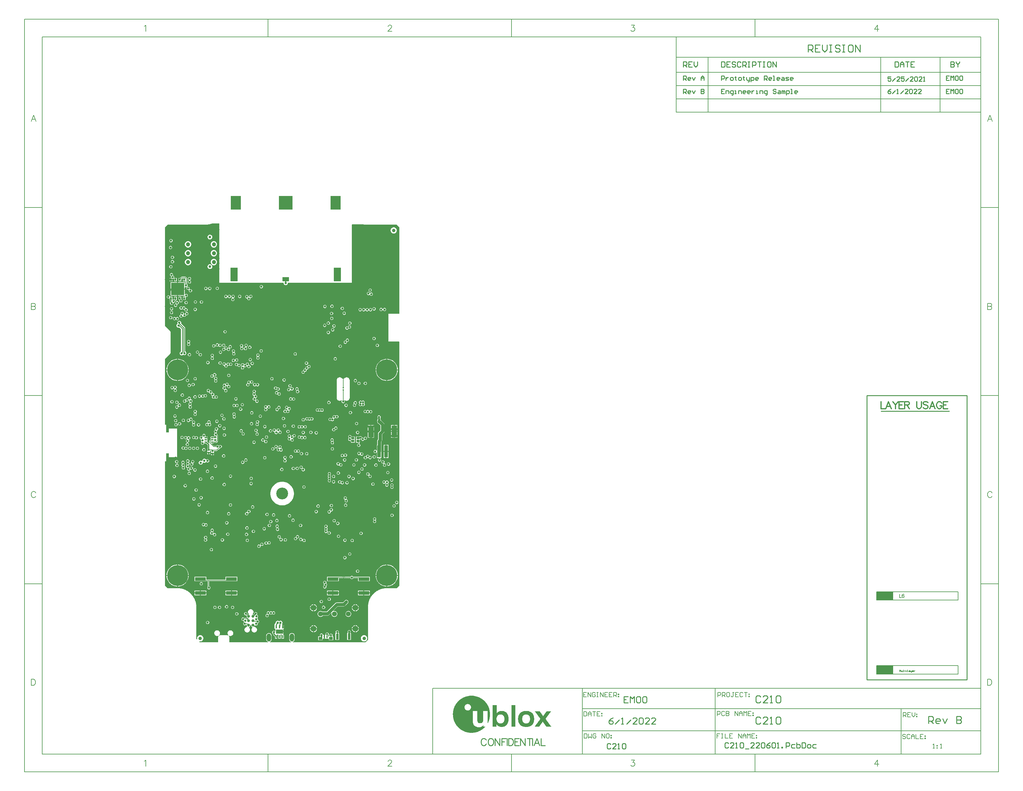
<source format=gbl>
G04*
G04 #@! TF.GenerationSoftware,Altium Limited,Altium Designer,22.4.2 (48)*
G04*
G04 Layer_Physical_Order=6*
G04 Layer_Color=16711680*
%FSLAX44Y44*%
%MOMM*%
G71*
G04*
G04 #@! TF.SameCoordinates,7F116A4F-7056-4AC6-B487-C54DEE731D19*
G04*
G04*
G04 #@! TF.FilePolarity,Positive*
G04*
G01*
G75*
%ADD10C,0.1270*%
%ADD11C,0.2000*%
%ADD13C,0.2540*%
%ADD17C,0.3000*%
%ADD18C,0.2032*%
%ADD20C,0.1500*%
%ADD25R,4.8260X2.4130*%
%ADD26C,0.2997*%
%ADD27C,0.1778*%
%ADD58R,0.5500X0.5200*%
%ADD82R,0.3000X0.3000*%
%ADD113R,0.8500X0.6500*%
%ADD227C,0.1524*%
%ADD231C,0.4000*%
%ADD232C,1.2000*%
%ADD233C,0.8000*%
%ADD250C,1.0000*%
%ADD251C,0.3048*%
%ADD254C,0.8890*%
%ADD255C,0.3810*%
%ADD256C,0.2590*%
%ADD257C,0.5080*%
%ADD263O,1.3000X2.3000*%
%ADD264C,0.7500*%
%ADD265C,1.4000*%
%ADD266C,1.7000*%
%ADD267C,3.4000*%
%ADD268C,0.6350*%
%ADD269R,3.1000X1.0000*%
%ADD270R,1.5000X3.4000*%
%ADD271R,1.0000X3.5000*%
%ADD272R,1.8500X1.3000*%
%ADD273R,2.0000X4.0000*%
%ADD274R,3.0000X4.0000*%
%ADD275R,4.0000X4.0000*%
%ADD276R,3.7000X3.6000*%
%ADD277R,0.5000X0.6500*%
G04:AMPARAMS|DCode=278|XSize=0.3mm|YSize=0.65mm|CornerRadius=0.015mm|HoleSize=0mm|Usage=FLASHONLY|Rotation=90.000|XOffset=0mm|YOffset=0mm|HoleType=Round|Shape=RoundedRectangle|*
%AMROUNDEDRECTD278*
21,1,0.3000,0.6200,0,0,90.0*
21,1,0.2700,0.6500,0,0,90.0*
1,1,0.0300,0.3100,0.1350*
1,1,0.0300,0.3100,-0.1350*
1,1,0.0300,-0.3100,-0.1350*
1,1,0.0300,-0.3100,0.1350*
%
%ADD278ROUNDEDRECTD278*%
%ADD279R,0.4500X0.8000*%
%ADD280R,1.0000X0.9000*%
%ADD281R,0.8000X1.7000*%
%ADD282R,0.4000X0.7500*%
%ADD283R,2.0000X1.3000*%
%ADD284C,6.0000*%
G36*
X160000Y1204931D02*
Y1034500D01*
X344439D01*
Y1032613D01*
X345309Y1030513D01*
X346917Y1028905D01*
X349018Y1028035D01*
X351291D01*
X353392Y1028905D01*
X354999Y1030513D01*
X355869Y1032613D01*
Y1034500D01*
X540000D01*
Y1201404D01*
X540901Y1202300D01*
X571599Y1202126D01*
X576257Y1201513D01*
X576436Y1201524D01*
X576611Y1201483D01*
X579881Y1201376D01*
X579941Y1201386D01*
X580000Y1201375D01*
X668498D01*
X676375Y1193498D01*
Y946262D01*
X645121Y946250D01*
X644750D01*
Y911503D01*
X644621Y866232D01*
X661222Y866250D01*
X675750D01*
X676375Y865239D01*
Y166502D01*
X668498Y158625D01*
X640000Y158625D01*
X639941Y158614D01*
X639881Y158624D01*
X636611Y158517D01*
X636436Y158476D01*
X636257Y158487D01*
X629772Y157634D01*
X629546Y157557D01*
X629307Y157541D01*
X622990Y155849D01*
X622775Y155743D01*
X622541Y155696D01*
X616498Y153193D01*
X616299Y153060D01*
X616073Y152983D01*
X610409Y149713D01*
X610229Y149556D01*
X610014Y149450D01*
X604826Y145468D01*
X604668Y145288D01*
X604469Y145156D01*
X599844Y140531D01*
X599711Y140332D01*
X599532Y140174D01*
X595550Y134986D01*
X595444Y134771D01*
X595287Y134591D01*
X592016Y128927D01*
X591940Y128701D01*
X591807Y128502D01*
X589304Y122459D01*
X589257Y122225D01*
X589151Y122010D01*
X587459Y115693D01*
X587443Y115454D01*
X587366Y115228D01*
X586512Y108743D01*
X586524Y108564D01*
X586483Y108389D01*
X586376Y105119D01*
X586386Y105059D01*
X586374Y105000D01*
Y11502D01*
X578498Y3625D01*
X370904D01*
X370651Y4895D01*
X371918Y5421D01*
X373542Y6666D01*
X374787Y8289D01*
X375570Y10179D01*
X375837Y12208D01*
Y22208D01*
X375570Y24236D01*
X374787Y26126D01*
X373542Y27749D01*
X371918Y28995D01*
X370028Y29778D01*
X368000Y30045D01*
X365972Y29778D01*
X364081Y28995D01*
X362458Y27749D01*
X361213Y26126D01*
X360430Y24236D01*
X360163Y22208D01*
Y12208D01*
X360430Y10179D01*
X361213Y8289D01*
X362458Y6666D01*
X364081Y5421D01*
X365349Y4895D01*
X365097Y3625D01*
X304916D01*
X304663Y4895D01*
X305919Y5416D01*
X307542Y6661D01*
X308787Y8284D01*
X309570Y10174D01*
X309837Y12203D01*
Y22203D01*
X309570Y24231D01*
X308787Y26121D01*
X307542Y27744D01*
X305919Y28990D01*
X304028Y29773D01*
X302000Y30040D01*
X299972Y29773D01*
X298081Y28990D01*
X296458Y27744D01*
X295213Y26121D01*
X294430Y24231D01*
X294163Y22203D01*
Y12203D01*
X294430Y10174D01*
X295213Y8284D01*
X296458Y6661D01*
X298081Y5416D01*
X299337Y4895D01*
X299084Y3625D01*
X188626D01*
Y17500D01*
X188590Y17677D01*
X188608Y17855D01*
X188560Y18343D01*
X188405Y18853D01*
X188302Y19375D01*
X187928Y20276D01*
X187142Y21453D01*
X187041Y21553D01*
X187821Y22570D01*
X188424Y22222D01*
X190484Y21670D01*
X192616D01*
X194676Y22222D01*
X196523Y23288D01*
X198032Y24797D01*
X199098Y26644D01*
X199650Y28704D01*
Y30836D01*
X199098Y32896D01*
X198032Y34743D01*
X196523Y36252D01*
X194676Y37318D01*
X192616Y37870D01*
X190484D01*
X188424Y37318D01*
X186576Y36252D01*
X185068Y34743D01*
X184002Y32896D01*
X183450Y30836D01*
Y28704D01*
X184002Y26644D01*
X185068Y24797D01*
X185856Y24009D01*
X185276Y22928D01*
X184375Y23301D01*
X183853Y23405D01*
X183343Y23560D01*
X182855Y23608D01*
X182677Y23590D01*
X182500Y23626D01*
X162500D01*
X162323Y23590D01*
X162144Y23608D01*
X161657Y23560D01*
X161147Y23405D01*
X160625Y23301D01*
X159724Y22928D01*
X159144Y24009D01*
X159932Y24797D01*
X160998Y26644D01*
X161550Y28704D01*
Y30836D01*
X160998Y32896D01*
X159932Y34743D01*
X158424Y36252D01*
X156576Y37318D01*
X154516Y37870D01*
X152384D01*
X150323Y37318D01*
X148476Y36252D01*
X146968Y34743D01*
X145902Y32896D01*
X145350Y30836D01*
Y28704D01*
X145902Y26644D01*
X146968Y24797D01*
X148476Y23288D01*
X150323Y22222D01*
X152384Y21670D01*
X154516D01*
X156576Y22222D01*
X157179Y22570D01*
X157959Y21553D01*
X157858Y21453D01*
X157072Y20276D01*
X156698Y19375D01*
X156594Y18853D01*
X156440Y18343D01*
X156392Y17855D01*
X156410Y17676D01*
X156374Y17500D01*
Y3625D01*
X104002D01*
X102408Y5219D01*
X103065Y6359D01*
X105000Y6104D01*
X107303Y6407D01*
X109448Y7296D01*
X111291Y8709D01*
X112704Y10552D01*
X113593Y12697D01*
X113896Y15000D01*
X113593Y17303D01*
X112704Y19448D01*
X111291Y21291D01*
X109448Y22704D01*
X107303Y23593D01*
X105000Y23896D01*
X102697Y23593D01*
X100552Y22704D01*
X98709Y21291D01*
X97296Y19448D01*
X96407Y17303D01*
X96104Y15000D01*
X96359Y13065D01*
X95219Y12408D01*
X93625Y14002D01*
X93625Y105000D01*
X93614Y105059D01*
X93624Y105119D01*
X93517Y108389D01*
X93476Y108564D01*
X93487Y108743D01*
X92634Y115228D01*
X92557Y115454D01*
X92541Y115693D01*
X90849Y122010D01*
X90743Y122225D01*
X90696Y122459D01*
X88193Y128502D01*
X88060Y128701D01*
X87983Y128927D01*
X84713Y134591D01*
X84556Y134771D01*
X84450Y134986D01*
X80468Y140174D01*
X80288Y140332D01*
X80156Y140531D01*
X75531Y145156D01*
X75332Y145288D01*
X75174Y145468D01*
X69986Y149450D01*
X69771Y149556D01*
X69591Y149713D01*
X63927Y152983D01*
X63701Y153060D01*
X63502Y153193D01*
X57459Y155696D01*
X57225Y155743D01*
X57010Y155849D01*
X50693Y157541D01*
X50454Y157557D01*
X50228Y157634D01*
X43743Y158488D01*
X43564Y158476D01*
X43389Y158517D01*
X40119Y158624D01*
X40059Y158614D01*
X40000Y158626D01*
X11502Y158625D01*
X3625Y166502D01*
Y522250D01*
X7001Y522250D01*
X7001Y545500D01*
X15000Y545500D01*
X15000Y534500D01*
X39000Y534500D01*
X39000Y616500D01*
X15000Y616500D01*
Y605514D01*
X7903Y605488D01*
X7003Y606384D01*
X7005Y627750D01*
X4524Y627750D01*
X3625Y628648D01*
Y815998D01*
X18563Y830936D01*
X18564Y830936D01*
X19349Y832113D01*
X19626Y833500D01*
X19626Y833500D01*
Y894000D01*
X19626Y894000D01*
X19349Y895387D01*
X18564Y896564D01*
X3625Y911502D01*
Y1193498D01*
X11501Y1201375D01*
X119999Y1201375D01*
X120058Y1201386D01*
X120118Y1201377D01*
X123388Y1201484D01*
X123563Y1201525D01*
X123743Y1201513D01*
X130227Y1202366D01*
X130454Y1202443D01*
X130692Y1202459D01*
X137010Y1204152D01*
X137224Y1204258D01*
X137459Y1204304D01*
X139318Y1205074D01*
X160000Y1204931D01*
D02*
G37*
G36*
X1111121Y-194961D02*
X1110667D01*
Y-195414D01*
Y-195868D01*
X1110214D01*
Y-196322D01*
X1109760D01*
Y-196775D01*
X1109307D01*
Y-197229D01*
Y-197682D01*
X1108853D01*
Y-198136D01*
X1108400D01*
Y-198589D01*
Y-199043D01*
X1107946D01*
Y-199496D01*
X1107492D01*
Y-199950D01*
X1107039D01*
Y-200404D01*
Y-200857D01*
X1106585D01*
Y-201311D01*
X1106132D01*
Y-201764D01*
X1105678D01*
Y-202218D01*
Y-202671D01*
X1105225D01*
Y-203125D01*
X1104771D01*
Y-203578D01*
X1104317D01*
Y-204032D01*
Y-204486D01*
X1103864D01*
Y-204939D01*
X1103410D01*
Y-205393D01*
Y-205846D01*
X1102957D01*
Y-206300D01*
X1102503D01*
Y-206753D01*
X1102050D01*
Y-207207D01*
Y-207661D01*
X1101596D01*
Y-208114D01*
X1101143D01*
Y-208568D01*
X1100689D01*
Y-209021D01*
Y-209475D01*
X1100236D01*
Y-209928D01*
X1099782D01*
Y-210382D01*
Y-210835D01*
X1099328D01*
Y-211289D01*
X1098875D01*
Y-211742D01*
X1098421D01*
Y-212196D01*
Y-212650D01*
X1097968D01*
Y-213103D01*
X1097514D01*
Y-213557D01*
X1097061D01*
Y-214010D01*
Y-214464D01*
X1096607D01*
Y-214917D01*
X1096153D01*
Y-215371D01*
X1095700D01*
Y-215825D01*
Y-216278D01*
Y-216732D01*
X1096153D01*
Y-217185D01*
Y-217639D01*
X1096607D01*
Y-218092D01*
X1097061D01*
Y-218546D01*
X1097514D01*
Y-218999D01*
Y-219453D01*
X1097968D01*
Y-219907D01*
X1098421D01*
Y-220360D01*
X1098875D01*
Y-220814D01*
Y-221267D01*
X1099328D01*
Y-221721D01*
X1099782D01*
Y-222174D01*
Y-222628D01*
X1100236D01*
Y-223081D01*
X1100689D01*
Y-223535D01*
X1101143D01*
Y-223988D01*
Y-224442D01*
X1101596D01*
Y-224896D01*
X1102050D01*
Y-225349D01*
X1102503D01*
Y-225803D01*
Y-226256D01*
X1102957D01*
Y-226710D01*
X1103410D01*
Y-227163D01*
X1103864D01*
Y-227617D01*
Y-228071D01*
X1104317D01*
Y-228524D01*
X1104771D01*
Y-228978D01*
X1105225D01*
Y-229431D01*
Y-229885D01*
X1105678D01*
Y-230338D01*
X1106132D01*
Y-230792D01*
X1106585D01*
Y-231245D01*
Y-231699D01*
X1107039D01*
Y-232153D01*
X1107492D01*
Y-232606D01*
X1107946D01*
Y-233060D01*
Y-233513D01*
X1108400D01*
Y-233967D01*
X1108853D01*
Y-234420D01*
Y-234874D01*
X1109307D01*
Y-235327D01*
X1109760D01*
Y-235781D01*
X1110214D01*
Y-236234D01*
Y-236688D01*
X1110667D01*
Y-237142D01*
X1111121D01*
Y-237595D01*
X1111574D01*
Y-238049D01*
X1112028D01*
Y-238502D01*
X1097514D01*
Y-238049D01*
Y-237595D01*
X1097061D01*
Y-237142D01*
X1096607D01*
Y-236688D01*
X1096153D01*
Y-236234D01*
Y-235781D01*
X1095700D01*
Y-235327D01*
X1095246D01*
Y-234874D01*
X1094793D01*
Y-234420D01*
Y-233967D01*
X1094339D01*
Y-233513D01*
X1093886D01*
Y-233060D01*
Y-232606D01*
X1093432D01*
Y-232153D01*
X1092979D01*
Y-231699D01*
X1092525D01*
Y-231245D01*
Y-230792D01*
X1092072D01*
Y-230338D01*
X1091618D01*
Y-229885D01*
X1091164D01*
Y-229431D01*
Y-228978D01*
X1090711D01*
Y-228524D01*
X1090257D01*
Y-228071D01*
Y-227617D01*
X1089804D01*
Y-227163D01*
X1089350D01*
Y-226710D01*
X1088897D01*
Y-226256D01*
Y-225803D01*
X1088443D01*
Y-225349D01*
X1087990D01*
Y-224896D01*
X1087536D01*
Y-224442D01*
X1087082D01*
Y-224896D01*
Y-225349D01*
X1086629D01*
Y-225803D01*
X1086175D01*
Y-226256D01*
X1085722D01*
Y-226710D01*
Y-227163D01*
X1085268D01*
Y-227617D01*
X1084815D01*
Y-228071D01*
Y-228524D01*
X1084361D01*
Y-228978D01*
X1083907D01*
Y-229431D01*
X1083454D01*
Y-229885D01*
Y-230338D01*
X1083000D01*
Y-230792D01*
X1082547D01*
Y-231245D01*
Y-231699D01*
X1082093D01*
Y-232153D01*
X1081640D01*
Y-232606D01*
X1081186D01*
Y-233060D01*
Y-233513D01*
X1080733D01*
Y-233967D01*
X1080279D01*
Y-234420D01*
Y-234874D01*
X1079826D01*
Y-235327D01*
X1079372D01*
Y-235781D01*
X1078918D01*
Y-236234D01*
Y-236688D01*
X1078465D01*
Y-237142D01*
X1078011D01*
Y-237595D01*
Y-238049D01*
X1077558D01*
Y-238502D01*
X1064405D01*
Y-238049D01*
X1064858D01*
Y-237595D01*
X1065312D01*
Y-237142D01*
Y-236688D01*
X1065765D01*
Y-236234D01*
X1066219D01*
Y-235781D01*
X1066672D01*
Y-235327D01*
Y-234874D01*
X1067126D01*
Y-234420D01*
X1067579D01*
Y-233967D01*
Y-233513D01*
X1068033D01*
Y-233060D01*
X1068487D01*
Y-232606D01*
X1068940D01*
Y-232153D01*
X1069394D01*
Y-231699D01*
Y-231245D01*
X1069847D01*
Y-230792D01*
X1070301D01*
Y-230338D01*
Y-229885D01*
X1070754D01*
Y-229431D01*
X1071208D01*
Y-228978D01*
X1071662D01*
Y-228524D01*
Y-228071D01*
X1072115D01*
Y-227617D01*
X1072569D01*
Y-227163D01*
X1073022D01*
Y-226710D01*
Y-226256D01*
X1073476D01*
Y-225803D01*
X1073929D01*
Y-225349D01*
X1074383D01*
Y-224896D01*
Y-224442D01*
X1074836D01*
Y-223988D01*
X1075290D01*
Y-223535D01*
X1075743D01*
Y-223081D01*
Y-222628D01*
X1076197D01*
Y-222174D01*
X1076651D01*
Y-221721D01*
X1077104D01*
Y-221267D01*
Y-220814D01*
X1077558D01*
Y-220360D01*
X1078011D01*
Y-219907D01*
X1078465D01*
Y-219453D01*
Y-218999D01*
X1078918D01*
Y-218546D01*
X1079372D01*
Y-218092D01*
Y-217639D01*
X1079826D01*
Y-217185D01*
X1080279D01*
Y-216732D01*
X1080733D01*
Y-216278D01*
Y-215825D01*
X1080279D01*
Y-215371D01*
X1079826D01*
Y-214917D01*
X1079372D01*
Y-214464D01*
Y-214010D01*
X1078918D01*
Y-213557D01*
X1078465D01*
Y-213103D01*
X1078011D01*
Y-212650D01*
Y-212196D01*
X1077558D01*
Y-211742D01*
X1077104D01*
Y-211289D01*
Y-210835D01*
X1076651D01*
Y-210382D01*
X1076197D01*
Y-209928D01*
X1075743D01*
Y-209475D01*
Y-209021D01*
X1075290D01*
Y-208568D01*
X1074836D01*
Y-208114D01*
X1074383D01*
Y-207661D01*
Y-207207D01*
X1073929D01*
Y-206753D01*
X1073476D01*
Y-206300D01*
Y-205846D01*
X1073022D01*
Y-205393D01*
X1072569D01*
Y-204939D01*
X1072115D01*
Y-204486D01*
Y-204032D01*
X1071662D01*
Y-203578D01*
X1071208D01*
Y-203125D01*
X1070754D01*
Y-202671D01*
Y-202218D01*
X1070301D01*
Y-201764D01*
X1069847D01*
Y-201311D01*
Y-200857D01*
X1069394D01*
Y-200404D01*
X1068940D01*
Y-199950D01*
X1068487D01*
Y-199496D01*
Y-199043D01*
X1068033D01*
Y-198589D01*
X1067579D01*
Y-198136D01*
X1067126D01*
Y-197682D01*
Y-197229D01*
X1066672D01*
Y-196775D01*
X1066219D01*
Y-196322D01*
Y-195868D01*
X1065765D01*
Y-195414D01*
X1065312D01*
Y-194961D01*
X1064858D01*
Y-194507D01*
X1078918D01*
Y-194961D01*
X1079372D01*
Y-195414D01*
X1079826D01*
Y-195868D01*
Y-196322D01*
X1080279D01*
Y-196775D01*
X1080733D01*
Y-197229D01*
X1081186D01*
Y-197682D01*
Y-198136D01*
X1081640D01*
Y-198589D01*
X1082093D01*
Y-199043D01*
Y-199496D01*
X1082547D01*
Y-199950D01*
X1083000D01*
Y-200404D01*
Y-200857D01*
X1083454D01*
Y-201311D01*
X1083907D01*
Y-201764D01*
X1084361D01*
Y-202218D01*
Y-202671D01*
X1084815D01*
Y-203125D01*
X1085268D01*
Y-203578D01*
Y-204032D01*
X1085722D01*
Y-204486D01*
X1086175D01*
Y-204939D01*
X1086629D01*
Y-205393D01*
Y-205846D01*
X1087082D01*
Y-206300D01*
X1087536D01*
Y-206753D01*
Y-207207D01*
X1087990D01*
Y-207661D01*
X1088443D01*
Y-208114D01*
X1088897D01*
Y-207661D01*
X1089350D01*
Y-207207D01*
Y-206753D01*
X1089804D01*
Y-206300D01*
X1090257D01*
Y-205846D01*
X1090711D01*
Y-205393D01*
Y-204939D01*
X1091164D01*
Y-204486D01*
X1091618D01*
Y-204032D01*
Y-203578D01*
X1092072D01*
Y-203125D01*
X1092525D01*
Y-202671D01*
X1092979D01*
Y-202218D01*
Y-201764D01*
X1093432D01*
Y-201311D01*
X1093886D01*
Y-200857D01*
Y-200404D01*
X1094339D01*
Y-199950D01*
X1094793D01*
Y-199496D01*
X1095246D01*
Y-199043D01*
Y-198589D01*
X1095700D01*
Y-198136D01*
X1096153D01*
Y-197682D01*
Y-197229D01*
X1096607D01*
Y-196775D01*
X1097061D01*
Y-196322D01*
X1097514D01*
Y-195868D01*
Y-195414D01*
X1097968D01*
Y-194961D01*
X1098421D01*
Y-194507D01*
X1111121D01*
Y-194961D01*
D02*
G37*
G36*
X885250Y-150059D02*
X889786D01*
Y-150512D01*
X892507D01*
Y-150966D01*
X894775D01*
Y-151419D01*
X896589D01*
Y-151873D01*
X898403D01*
Y-152327D01*
X899764D01*
Y-152780D01*
X901124D01*
Y-153234D01*
X902485D01*
Y-153687D01*
X903392D01*
Y-154141D01*
X904753D01*
Y-154594D01*
X905660D01*
Y-155048D01*
X906567D01*
Y-155501D01*
X907474D01*
Y-155955D01*
X908381D01*
Y-156409D01*
X909288D01*
Y-156862D01*
X909742D01*
Y-157316D01*
X910649D01*
Y-157769D01*
X911556D01*
Y-158223D01*
X912010D01*
Y-158676D01*
X912917D01*
Y-159130D01*
X913371D01*
Y-159584D01*
X914278D01*
Y-160037D01*
X914731D01*
Y-160491D01*
X915185D01*
Y-160944D01*
X916092D01*
Y-161398D01*
X916545D01*
Y-161851D01*
X916999D01*
Y-162305D01*
X917452D01*
Y-162758D01*
X918360D01*
Y-163212D01*
X918813D01*
Y-163666D01*
X919267D01*
Y-164119D01*
X919720D01*
Y-164573D01*
X920174D01*
Y-165026D01*
X920627D01*
Y-165480D01*
X921081D01*
Y-165933D01*
X921535D01*
Y-166387D01*
X921988D01*
Y-166840D01*
X922442D01*
Y-167294D01*
X922895D01*
Y-167747D01*
X923349D01*
Y-168201D01*
Y-168655D01*
X923802D01*
Y-169108D01*
X924256D01*
Y-169562D01*
X924709D01*
Y-170015D01*
X925163D01*
Y-170469D01*
Y-170922D01*
X925617D01*
Y-171376D01*
X926070D01*
Y-171830D01*
X926524D01*
Y-172283D01*
Y-172737D01*
X926977D01*
Y-173190D01*
X927431D01*
Y-173644D01*
Y-174097D01*
X927884D01*
Y-174551D01*
X928338D01*
Y-175004D01*
Y-175458D01*
X928791D01*
Y-175912D01*
X929245D01*
Y-176365D01*
Y-176819D01*
X929698D01*
Y-177272D01*
Y-177726D01*
X930152D01*
Y-178179D01*
Y-178633D01*
X930606D01*
Y-179086D01*
Y-179540D01*
X931059D01*
Y-179993D01*
Y-180447D01*
X931513D01*
Y-180901D01*
Y-181354D01*
X931966D01*
Y-181808D01*
Y-182261D01*
X932420D01*
Y-182715D01*
Y-183168D01*
Y-183622D01*
X932873D01*
Y-184076D01*
Y-184529D01*
X933327D01*
Y-184983D01*
Y-185436D01*
Y-185890D01*
X933781D01*
Y-186343D01*
Y-186797D01*
Y-187250D01*
X934234D01*
Y-187704D01*
Y-188158D01*
Y-188611D01*
Y-189065D01*
X934688D01*
Y-189518D01*
Y-189972D01*
Y-190425D01*
Y-190879D01*
X935141D01*
Y-191332D01*
Y-191786D01*
Y-192240D01*
Y-192693D01*
X935595D01*
Y-193147D01*
Y-193600D01*
Y-194054D01*
Y-194507D01*
Y-194961D01*
Y-195414D01*
Y-195868D01*
X936048D01*
Y-196322D01*
Y-196775D01*
Y-197229D01*
Y-197682D01*
Y-198136D01*
Y-198589D01*
Y-199043D01*
Y-199496D01*
Y-199950D01*
Y-200404D01*
Y-200857D01*
X936502D01*
Y-201311D01*
Y-201764D01*
Y-202218D01*
Y-202671D01*
Y-203125D01*
Y-203578D01*
Y-204032D01*
Y-204486D01*
Y-204939D01*
Y-205393D01*
X936048D01*
Y-205846D01*
Y-206300D01*
Y-206753D01*
Y-207207D01*
Y-207661D01*
Y-208114D01*
Y-208568D01*
Y-209021D01*
Y-209475D01*
Y-209928D01*
Y-210382D01*
X935595D01*
Y-210835D01*
Y-211289D01*
Y-211742D01*
Y-212196D01*
Y-212650D01*
Y-213103D01*
X935141D01*
Y-213557D01*
Y-214010D01*
Y-214464D01*
Y-214917D01*
Y-215371D01*
X934688D01*
Y-215825D01*
Y-216278D01*
Y-216732D01*
Y-217185D01*
X934234D01*
Y-217639D01*
Y-218092D01*
Y-218546D01*
Y-218999D01*
X933781D01*
Y-219453D01*
Y-219907D01*
Y-220360D01*
X933327D01*
Y-220814D01*
Y-221267D01*
X932873D01*
Y-221721D01*
Y-222174D01*
Y-222628D01*
X932420D01*
Y-223081D01*
Y-223535D01*
X931966D01*
Y-223988D01*
Y-224442D01*
Y-224896D01*
X931513D01*
Y-225349D01*
Y-225803D01*
X931059D01*
Y-226256D01*
Y-226710D01*
X930606D01*
Y-227163D01*
Y-227617D01*
X930152D01*
Y-228071D01*
Y-228524D01*
X929698D01*
Y-228071D01*
Y-227617D01*
Y-227163D01*
Y-226710D01*
Y-226256D01*
Y-225803D01*
Y-225349D01*
Y-224896D01*
Y-224442D01*
Y-223988D01*
Y-223535D01*
Y-223081D01*
Y-222628D01*
Y-222174D01*
Y-221721D01*
Y-221267D01*
Y-220814D01*
Y-220360D01*
Y-219907D01*
Y-219453D01*
Y-218999D01*
Y-218546D01*
Y-218092D01*
Y-217639D01*
Y-217185D01*
Y-216732D01*
Y-216278D01*
Y-215825D01*
Y-215371D01*
Y-214917D01*
Y-214464D01*
Y-214010D01*
Y-213557D01*
Y-213103D01*
Y-212650D01*
Y-212196D01*
Y-211742D01*
Y-211289D01*
Y-210835D01*
Y-210382D01*
Y-209928D01*
Y-209475D01*
Y-209021D01*
Y-208568D01*
Y-208114D01*
Y-207661D01*
Y-207207D01*
Y-206753D01*
Y-206300D01*
Y-205846D01*
Y-205393D01*
Y-204939D01*
Y-204486D01*
Y-204032D01*
Y-203578D01*
Y-203125D01*
Y-202671D01*
Y-202218D01*
Y-201764D01*
Y-201311D01*
Y-200857D01*
Y-200404D01*
Y-199950D01*
Y-199496D01*
Y-199043D01*
Y-198589D01*
Y-198136D01*
Y-197682D01*
Y-197229D01*
Y-196775D01*
Y-196322D01*
Y-195868D01*
Y-195414D01*
Y-194961D01*
Y-194507D01*
Y-194054D01*
X916999D01*
Y-194507D01*
Y-194961D01*
Y-195414D01*
Y-195868D01*
Y-196322D01*
Y-196775D01*
Y-197229D01*
Y-197682D01*
Y-198136D01*
Y-198589D01*
Y-199043D01*
Y-199496D01*
Y-199950D01*
Y-200404D01*
Y-200857D01*
Y-201311D01*
Y-201764D01*
Y-202218D01*
Y-202671D01*
Y-203125D01*
Y-203578D01*
Y-204032D01*
Y-204486D01*
Y-204939D01*
Y-205393D01*
Y-205846D01*
Y-206300D01*
Y-206753D01*
Y-207207D01*
Y-207661D01*
Y-208114D01*
Y-208568D01*
Y-209021D01*
Y-209475D01*
Y-209928D01*
Y-210382D01*
Y-210835D01*
Y-211289D01*
Y-211742D01*
Y-212196D01*
Y-212650D01*
Y-213103D01*
Y-213557D01*
Y-214010D01*
Y-214464D01*
Y-214917D01*
Y-215371D01*
Y-215825D01*
Y-216278D01*
Y-216732D01*
Y-217185D01*
Y-217639D01*
Y-218092D01*
Y-218546D01*
Y-218999D01*
Y-219453D01*
Y-219907D01*
Y-220360D01*
Y-220814D01*
Y-221267D01*
Y-221721D01*
X916545D01*
Y-222174D01*
Y-222628D01*
Y-223081D01*
Y-223535D01*
X916092D01*
Y-223988D01*
Y-224442D01*
X915638D01*
Y-224896D01*
Y-225349D01*
X915185D01*
Y-225803D01*
X914731D01*
Y-226256D01*
X914278D01*
Y-226710D01*
X913824D01*
Y-227163D01*
X913371D01*
Y-227617D01*
X912463D01*
Y-228071D01*
X911103D01*
Y-228524D01*
X904753D01*
Y-228071D01*
X903392D01*
Y-227617D01*
X902485D01*
Y-227163D01*
X902032D01*
Y-226710D01*
X901578D01*
Y-226256D01*
X901124D01*
Y-225803D01*
Y-225349D01*
X900671D01*
Y-224896D01*
Y-224442D01*
X900217D01*
Y-223988D01*
Y-223535D01*
Y-223081D01*
Y-222628D01*
X899764D01*
Y-222174D01*
Y-221721D01*
Y-221267D01*
Y-220814D01*
Y-220360D01*
Y-219907D01*
Y-219453D01*
Y-218999D01*
Y-218546D01*
Y-218092D01*
Y-217639D01*
Y-217185D01*
Y-216732D01*
Y-216278D01*
Y-215825D01*
Y-215371D01*
Y-214917D01*
Y-214464D01*
Y-214010D01*
Y-213557D01*
Y-213103D01*
Y-212650D01*
Y-212196D01*
Y-211742D01*
Y-211289D01*
Y-210835D01*
Y-210382D01*
Y-209928D01*
Y-209475D01*
Y-209021D01*
Y-208568D01*
Y-208114D01*
Y-207661D01*
Y-207207D01*
Y-206753D01*
Y-206300D01*
Y-205846D01*
Y-205393D01*
Y-204939D01*
Y-204486D01*
Y-204032D01*
Y-203578D01*
Y-203125D01*
Y-202671D01*
Y-202218D01*
Y-201764D01*
Y-201311D01*
Y-200857D01*
Y-200404D01*
Y-199950D01*
Y-199496D01*
Y-199043D01*
Y-198589D01*
Y-198136D01*
Y-197682D01*
Y-197229D01*
Y-196775D01*
Y-196322D01*
Y-195868D01*
Y-195414D01*
Y-194961D01*
Y-194507D01*
Y-194054D01*
X887064D01*
Y-194507D01*
Y-194961D01*
Y-195414D01*
Y-195868D01*
Y-196322D01*
Y-196775D01*
Y-197229D01*
Y-197682D01*
Y-198136D01*
Y-198589D01*
Y-199043D01*
Y-199496D01*
Y-199950D01*
Y-200404D01*
Y-200857D01*
Y-201311D01*
Y-201764D01*
Y-202218D01*
Y-202671D01*
Y-203125D01*
Y-203578D01*
Y-204032D01*
Y-204486D01*
Y-204939D01*
Y-205393D01*
Y-205846D01*
Y-206300D01*
Y-206753D01*
Y-207207D01*
Y-207661D01*
Y-208114D01*
Y-208568D01*
Y-209021D01*
Y-209475D01*
Y-209928D01*
Y-210382D01*
Y-210835D01*
Y-211289D01*
Y-211742D01*
Y-212196D01*
Y-212650D01*
Y-213103D01*
Y-213557D01*
Y-214010D01*
Y-214464D01*
Y-214917D01*
Y-215371D01*
Y-215825D01*
Y-216278D01*
Y-216732D01*
Y-217185D01*
Y-217639D01*
Y-218092D01*
Y-218546D01*
Y-218999D01*
Y-219453D01*
Y-219907D01*
Y-220360D01*
Y-220814D01*
Y-221267D01*
Y-221721D01*
Y-222174D01*
Y-222628D01*
Y-223081D01*
Y-223535D01*
Y-223988D01*
Y-224442D01*
Y-224896D01*
Y-225349D01*
Y-225803D01*
Y-226256D01*
Y-226710D01*
Y-227163D01*
X887518D01*
Y-227617D01*
Y-228071D01*
Y-228524D01*
Y-228978D01*
X887971D01*
Y-229431D01*
Y-229885D01*
Y-230338D01*
X888425D01*
Y-230792D01*
Y-231245D01*
Y-231699D01*
X888878D01*
Y-232153D01*
Y-232606D01*
X889332D01*
Y-233060D01*
X889786D01*
Y-233513D01*
Y-233967D01*
X890239D01*
Y-234420D01*
X890693D01*
Y-234874D01*
X891146D01*
Y-235327D01*
X891600D01*
Y-235781D01*
X892053D01*
Y-236234D01*
X892507D01*
Y-236688D01*
X893414D01*
Y-237142D01*
X893868D01*
Y-237595D01*
X894775D01*
Y-238049D01*
X895682D01*
Y-238502D01*
X896589D01*
Y-238956D01*
X897950D01*
Y-239409D01*
X899764D01*
Y-239863D01*
X908835D01*
Y-239409D01*
X910649D01*
Y-238956D01*
X911556D01*
Y-238502D01*
X912917D01*
Y-238049D01*
X913371D01*
Y-237595D01*
X914278D01*
Y-237142D01*
X914731D01*
Y-236688D01*
X915185D01*
Y-236234D01*
X916092D01*
Y-235781D01*
X916545D01*
Y-235327D01*
X916999D01*
Y-234874D01*
Y-234420D01*
X917452D01*
Y-234874D01*
Y-235327D01*
Y-235781D01*
Y-236234D01*
Y-236688D01*
Y-237142D01*
Y-237595D01*
Y-238049D01*
Y-238502D01*
Y-238956D01*
X922442D01*
Y-239409D01*
X921988D01*
Y-239863D01*
X921535D01*
Y-240317D01*
X921081D01*
Y-240770D01*
X920627D01*
Y-241224D01*
X920174D01*
Y-241677D01*
X919720D01*
Y-242131D01*
X919267D01*
Y-242584D01*
X918813D01*
Y-243038D01*
X917906D01*
Y-243491D01*
X917452D01*
Y-243945D01*
X916999D01*
Y-244398D01*
X916545D01*
Y-244852D01*
X915638D01*
Y-245306D01*
X915185D01*
Y-245759D01*
X914731D01*
Y-246213D01*
X913824D01*
Y-246666D01*
X913371D01*
Y-247120D01*
X912463D01*
Y-247573D01*
X912010D01*
Y-248027D01*
X911103D01*
Y-248480D01*
X910649D01*
Y-248934D01*
X909742D01*
Y-249388D01*
X908835D01*
Y-249841D01*
X907928D01*
Y-250295D01*
X907474D01*
Y-250748D01*
X906567D01*
Y-251202D01*
X905206D01*
Y-251655D01*
X904299D01*
Y-252109D01*
X903392D01*
Y-252563D01*
X902032D01*
Y-253016D01*
X901124D01*
Y-253470D01*
X899764D01*
Y-253923D01*
X897950D01*
Y-254377D01*
X896589D01*
Y-254830D01*
X894775D01*
Y-255284D01*
X892053D01*
Y-255737D01*
X888878D01*
Y-256191D01*
X877086D01*
Y-255737D01*
X873911D01*
Y-255284D01*
X871643D01*
Y-254830D01*
X869829D01*
Y-254377D01*
X868015D01*
Y-253923D01*
X866654D01*
Y-253470D01*
X865294D01*
Y-253016D01*
X863933D01*
Y-252563D01*
X863026D01*
Y-252109D01*
X861665D01*
Y-251655D01*
X860758D01*
Y-251202D01*
X859851D01*
Y-250748D01*
X858944D01*
Y-250295D01*
X858037D01*
Y-249841D01*
X857130D01*
Y-249388D01*
X856222D01*
Y-248934D01*
X855769D01*
Y-248480D01*
X854862D01*
Y-248027D01*
X853955D01*
Y-247573D01*
X853501D01*
Y-247120D01*
X852594D01*
Y-246666D01*
X852140D01*
Y-246213D01*
X851687D01*
Y-245759D01*
X850780D01*
Y-245306D01*
X850326D01*
Y-244852D01*
X849873D01*
Y-244398D01*
X848966D01*
Y-243945D01*
X848512D01*
Y-243491D01*
X848058D01*
Y-243038D01*
X847605D01*
Y-242584D01*
X847151D01*
Y-242131D01*
X846698D01*
Y-241677D01*
X846244D01*
Y-241224D01*
X845791D01*
Y-240770D01*
X845337D01*
Y-240317D01*
X844883D01*
Y-239863D01*
X844430D01*
Y-239409D01*
X843976D01*
Y-238956D01*
X843523D01*
Y-238502D01*
X843069D01*
Y-238049D01*
X842616D01*
Y-237595D01*
X842162D01*
Y-237142D01*
X841709D01*
Y-236688D01*
Y-236234D01*
X841255D01*
Y-235781D01*
X840801D01*
Y-235327D01*
X840348D01*
Y-234874D01*
X839894D01*
Y-234420D01*
Y-233967D01*
X839441D01*
Y-233513D01*
X838987D01*
Y-233060D01*
Y-232606D01*
X838534D01*
Y-232153D01*
X838080D01*
Y-231699D01*
Y-231245D01*
X837627D01*
Y-230792D01*
X837173D01*
Y-230338D01*
Y-229885D01*
X836720D01*
Y-229431D01*
Y-228978D01*
X836266D01*
Y-228524D01*
Y-228071D01*
X835812D01*
Y-227617D01*
Y-227163D01*
X835359D01*
Y-226710D01*
Y-226256D01*
X834905D01*
Y-225803D01*
Y-225349D01*
X834452D01*
Y-224896D01*
Y-224442D01*
X833998D01*
Y-223988D01*
Y-223535D01*
X833545D01*
Y-223081D01*
Y-222628D01*
Y-222174D01*
X833091D01*
Y-221721D01*
Y-221267D01*
Y-220814D01*
X832637D01*
Y-220360D01*
Y-219907D01*
X832184D01*
Y-219453D01*
Y-218999D01*
Y-218546D01*
Y-218092D01*
X831730D01*
Y-217639D01*
Y-217185D01*
Y-216732D01*
X831277D01*
Y-216278D01*
Y-215825D01*
Y-215371D01*
Y-214917D01*
X830823D01*
Y-214464D01*
Y-214010D01*
Y-213557D01*
Y-213103D01*
Y-212650D01*
X830370D01*
Y-212196D01*
Y-211742D01*
Y-211289D01*
Y-210835D01*
Y-210382D01*
Y-209928D01*
Y-209475D01*
X829916D01*
Y-209021D01*
Y-208568D01*
Y-208114D01*
Y-207661D01*
Y-207207D01*
Y-206753D01*
Y-206300D01*
Y-205846D01*
Y-205393D01*
Y-204939D01*
X829463D01*
Y-204486D01*
Y-204032D01*
Y-203578D01*
Y-203125D01*
Y-202671D01*
Y-202218D01*
Y-201764D01*
Y-201311D01*
Y-200857D01*
X829916D01*
Y-200404D01*
Y-199950D01*
Y-199496D01*
Y-199043D01*
Y-198589D01*
Y-198136D01*
Y-197682D01*
Y-197229D01*
Y-196775D01*
X830370D01*
Y-196322D01*
Y-195868D01*
Y-195414D01*
Y-194961D01*
Y-194507D01*
Y-194054D01*
Y-193600D01*
X830823D01*
Y-193147D01*
Y-192693D01*
Y-192240D01*
Y-191786D01*
Y-191332D01*
X831277D01*
Y-190879D01*
Y-190425D01*
Y-189972D01*
Y-189518D01*
X831730D01*
Y-189065D01*
Y-188611D01*
Y-188158D01*
Y-187704D01*
X832184D01*
Y-187250D01*
Y-186797D01*
Y-186343D01*
X832637D01*
Y-185890D01*
Y-185436D01*
Y-184983D01*
X833091D01*
Y-184529D01*
Y-184076D01*
X833545D01*
Y-183622D01*
Y-183168D01*
Y-182715D01*
X833998D01*
Y-182261D01*
Y-181808D01*
X834452D01*
Y-181354D01*
Y-180901D01*
Y-180447D01*
X834905D01*
Y-179993D01*
Y-179540D01*
X835359D01*
Y-179086D01*
Y-178633D01*
X835812D01*
Y-178179D01*
Y-177726D01*
X836266D01*
Y-177272D01*
X836720D01*
Y-176819D01*
Y-176365D01*
X837173D01*
Y-175912D01*
Y-175458D01*
X837627D01*
Y-175004D01*
X838080D01*
Y-174551D01*
Y-174097D01*
X838534D01*
Y-173644D01*
X838987D01*
Y-173190D01*
Y-172737D01*
X839441D01*
Y-172283D01*
X839894D01*
Y-171830D01*
Y-171376D01*
X840348D01*
Y-170922D01*
X840801D01*
Y-170469D01*
X841255D01*
Y-170015D01*
Y-169562D01*
X841709D01*
Y-169108D01*
X842162D01*
Y-168655D01*
X842616D01*
Y-168201D01*
X843069D01*
Y-167747D01*
X843523D01*
Y-167294D01*
X843976D01*
Y-166840D01*
X844430D01*
Y-166387D01*
Y-165933D01*
X844883D01*
Y-165480D01*
X845337D01*
Y-165026D01*
X845791D01*
Y-164573D01*
X846698D01*
Y-164119D01*
X847151D01*
Y-163666D01*
X847605D01*
Y-163212D01*
X848058D01*
Y-162758D01*
X848512D01*
Y-162305D01*
X848966D01*
Y-161851D01*
X849419D01*
Y-161398D01*
X850326D01*
Y-160944D01*
X850780D01*
Y-160491D01*
X851233D01*
Y-160037D01*
X852140D01*
Y-159584D01*
X852594D01*
Y-159130D01*
X853501D01*
Y-158676D01*
X853955D01*
Y-158223D01*
X854862D01*
Y-157769D01*
X855315D01*
Y-157316D01*
X856222D01*
Y-156862D01*
X857130D01*
Y-156409D01*
X857583D01*
Y-155955D01*
X858944D01*
Y-155501D01*
X859851D01*
Y-155048D01*
X860758D01*
Y-154594D01*
X861665D01*
Y-154141D01*
X862572D01*
Y-153687D01*
X863933D01*
Y-153234D01*
X864840D01*
Y-152780D01*
X866201D01*
Y-152327D01*
X867561D01*
Y-151873D01*
X869376D01*
Y-151419D01*
X871190D01*
Y-150966D01*
X873457D01*
Y-150512D01*
X876632D01*
Y-150059D01*
X881168D01*
Y-149605D01*
X885250D01*
Y-150059D01*
D02*
G37*
G36*
X1009071Y-177272D02*
Y-177726D01*
Y-178179D01*
Y-178633D01*
Y-179086D01*
Y-179540D01*
Y-179993D01*
Y-180447D01*
Y-180901D01*
Y-181354D01*
Y-181808D01*
Y-182261D01*
Y-182715D01*
Y-183168D01*
Y-183622D01*
Y-184076D01*
Y-184529D01*
Y-184983D01*
Y-185436D01*
Y-185890D01*
Y-186343D01*
Y-186797D01*
Y-187250D01*
Y-187704D01*
Y-188158D01*
Y-188611D01*
Y-189065D01*
Y-189518D01*
Y-189972D01*
Y-190425D01*
Y-190879D01*
Y-191332D01*
Y-191786D01*
Y-192240D01*
Y-192693D01*
Y-193147D01*
Y-193600D01*
Y-194054D01*
Y-194507D01*
Y-194961D01*
Y-195414D01*
Y-195868D01*
Y-196322D01*
Y-196775D01*
Y-197229D01*
Y-197682D01*
Y-198136D01*
Y-198589D01*
Y-199043D01*
Y-199496D01*
Y-199950D01*
Y-200404D01*
Y-200857D01*
Y-201311D01*
Y-201764D01*
Y-202218D01*
Y-202671D01*
Y-203125D01*
Y-203578D01*
Y-204032D01*
Y-204486D01*
Y-204939D01*
Y-205393D01*
Y-205846D01*
Y-206300D01*
Y-206753D01*
Y-207207D01*
Y-207661D01*
Y-208114D01*
Y-208568D01*
Y-209021D01*
Y-209475D01*
Y-209928D01*
Y-210382D01*
Y-210835D01*
Y-211289D01*
Y-211742D01*
Y-212196D01*
Y-212650D01*
Y-213103D01*
Y-213557D01*
Y-214010D01*
Y-214464D01*
Y-214917D01*
Y-215371D01*
Y-215825D01*
Y-216278D01*
Y-216732D01*
Y-217185D01*
Y-217639D01*
Y-218092D01*
Y-218546D01*
Y-218999D01*
Y-219453D01*
Y-219907D01*
Y-220360D01*
Y-220814D01*
Y-221267D01*
Y-221721D01*
Y-222174D01*
Y-222628D01*
Y-223081D01*
Y-223535D01*
Y-223988D01*
Y-224442D01*
Y-224896D01*
Y-225349D01*
Y-225803D01*
Y-226256D01*
Y-226710D01*
Y-227163D01*
Y-227617D01*
Y-228071D01*
Y-228524D01*
Y-228978D01*
Y-229431D01*
Y-229885D01*
Y-230338D01*
Y-230792D01*
Y-231245D01*
Y-231699D01*
Y-232153D01*
Y-232606D01*
Y-233060D01*
Y-233513D01*
Y-233967D01*
Y-234420D01*
Y-234874D01*
Y-235327D01*
Y-235781D01*
Y-236234D01*
Y-236688D01*
Y-237142D01*
Y-237595D01*
Y-238049D01*
Y-238502D01*
X997732D01*
Y-238049D01*
Y-237595D01*
Y-237142D01*
Y-236688D01*
Y-236234D01*
Y-235781D01*
Y-235327D01*
Y-234874D01*
Y-234420D01*
Y-233967D01*
Y-233513D01*
Y-233060D01*
Y-232606D01*
Y-232153D01*
Y-231699D01*
Y-231245D01*
Y-230792D01*
Y-230338D01*
Y-229885D01*
Y-229431D01*
Y-228978D01*
Y-228524D01*
Y-228071D01*
Y-227617D01*
Y-227163D01*
Y-226710D01*
Y-226256D01*
Y-225803D01*
Y-225349D01*
Y-224896D01*
Y-224442D01*
Y-223988D01*
Y-223535D01*
Y-223081D01*
Y-222628D01*
Y-222174D01*
Y-221721D01*
Y-221267D01*
Y-220814D01*
Y-220360D01*
Y-219907D01*
Y-219453D01*
Y-218999D01*
Y-218546D01*
Y-218092D01*
Y-217639D01*
Y-217185D01*
Y-216732D01*
Y-216278D01*
Y-215825D01*
Y-215371D01*
Y-214917D01*
Y-214464D01*
Y-214010D01*
Y-213557D01*
Y-213103D01*
Y-212650D01*
Y-212196D01*
Y-211742D01*
Y-211289D01*
Y-210835D01*
Y-210382D01*
Y-209928D01*
Y-209475D01*
Y-209021D01*
Y-208568D01*
Y-208114D01*
Y-207661D01*
Y-207207D01*
Y-206753D01*
Y-206300D01*
Y-205846D01*
Y-205393D01*
Y-204939D01*
Y-204486D01*
Y-204032D01*
Y-203578D01*
Y-203125D01*
Y-202671D01*
Y-202218D01*
Y-201764D01*
Y-201311D01*
Y-200857D01*
Y-200404D01*
Y-199950D01*
Y-199496D01*
Y-199043D01*
Y-198589D01*
Y-198136D01*
Y-197682D01*
Y-197229D01*
Y-196775D01*
Y-196322D01*
Y-195868D01*
Y-195414D01*
Y-194961D01*
Y-194507D01*
Y-194054D01*
Y-193600D01*
Y-193147D01*
Y-192693D01*
Y-192240D01*
Y-191786D01*
Y-191332D01*
Y-190879D01*
Y-190425D01*
Y-189972D01*
Y-189518D01*
Y-189065D01*
Y-188611D01*
Y-188158D01*
Y-187704D01*
Y-187250D01*
Y-186797D01*
Y-186343D01*
Y-185890D01*
Y-185436D01*
Y-184983D01*
Y-184529D01*
Y-184076D01*
Y-183622D01*
Y-183168D01*
Y-182715D01*
Y-182261D01*
Y-181808D01*
Y-181354D01*
Y-180901D01*
Y-180447D01*
Y-179993D01*
Y-179540D01*
Y-179086D01*
Y-178633D01*
Y-178179D01*
Y-177726D01*
Y-177272D01*
Y-176819D01*
X1009071D01*
Y-177272D01*
D02*
G37*
G36*
X1045355Y-194054D02*
X1047623D01*
Y-194507D01*
X1048984D01*
Y-194961D01*
X1050344D01*
Y-195414D01*
X1051252D01*
Y-195868D01*
X1052159D01*
Y-196322D01*
X1053066D01*
Y-196775D01*
X1053973D01*
Y-197229D01*
X1054426D01*
Y-197682D01*
X1055333D01*
Y-198136D01*
X1055787D01*
Y-198589D01*
X1056241D01*
Y-199043D01*
X1056694D01*
Y-199496D01*
X1057148D01*
Y-199950D01*
X1057601D01*
Y-200404D01*
X1058055D01*
Y-200857D01*
X1058508D01*
Y-201311D01*
X1058962D01*
Y-201764D01*
Y-202218D01*
X1059416D01*
Y-202671D01*
X1059869D01*
Y-203125D01*
Y-203578D01*
X1060323D01*
Y-204032D01*
Y-204486D01*
X1060776D01*
Y-204939D01*
Y-205393D01*
X1061230D01*
Y-205846D01*
Y-206300D01*
X1061683D01*
Y-206753D01*
Y-207207D01*
Y-207661D01*
X1062137D01*
Y-208114D01*
Y-208568D01*
Y-209021D01*
Y-209475D01*
Y-209928D01*
X1062590D01*
Y-210382D01*
Y-210835D01*
Y-211289D01*
Y-211742D01*
Y-212196D01*
Y-212650D01*
Y-213103D01*
X1063044D01*
Y-213557D01*
Y-214010D01*
Y-214464D01*
Y-214917D01*
Y-215371D01*
Y-215825D01*
Y-216278D01*
Y-216732D01*
Y-217185D01*
Y-217639D01*
Y-218092D01*
Y-218546D01*
Y-218999D01*
Y-219453D01*
Y-219907D01*
X1062590D01*
Y-220360D01*
Y-220814D01*
Y-221267D01*
Y-221721D01*
Y-222174D01*
Y-222628D01*
Y-223081D01*
X1062137D01*
Y-223535D01*
Y-223988D01*
Y-224442D01*
Y-224896D01*
X1061683D01*
Y-225349D01*
Y-225803D01*
Y-226256D01*
X1061230D01*
Y-226710D01*
Y-227163D01*
Y-227617D01*
X1060776D01*
Y-228071D01*
Y-228524D01*
X1060323D01*
Y-228978D01*
Y-229431D01*
X1059869D01*
Y-229885D01*
Y-230338D01*
X1059416D01*
Y-230792D01*
X1058962D01*
Y-231245D01*
X1058508D01*
Y-231699D01*
Y-232153D01*
X1058055D01*
Y-232606D01*
X1057601D01*
Y-233060D01*
X1057148D01*
Y-233513D01*
X1056694D01*
Y-233967D01*
X1056241D01*
Y-234420D01*
X1055787D01*
Y-234874D01*
X1054880D01*
Y-235327D01*
X1054426D01*
Y-235781D01*
X1053519D01*
Y-236234D01*
X1053066D01*
Y-236688D01*
X1052159D01*
Y-237142D01*
X1051252D01*
Y-237595D01*
X1049891D01*
Y-238049D01*
X1048530D01*
Y-238502D01*
X1047169D01*
Y-238956D01*
X1044902D01*
Y-239409D01*
X1035377D01*
Y-238956D01*
X1032656D01*
Y-238502D01*
X1030841D01*
Y-238049D01*
X1029934D01*
Y-237595D01*
X1028574D01*
Y-237142D01*
X1027667D01*
Y-236688D01*
X1026759D01*
Y-236234D01*
X1026306D01*
Y-235781D01*
X1025399D01*
Y-235327D01*
X1024945D01*
Y-234874D01*
X1024038D01*
Y-234420D01*
X1023585D01*
Y-233967D01*
X1023131D01*
Y-233513D01*
X1022678D01*
Y-233060D01*
X1022224D01*
Y-232606D01*
X1021770D01*
Y-232153D01*
X1021317D01*
Y-231699D01*
Y-231245D01*
X1020863D01*
Y-230792D01*
X1020410D01*
Y-230338D01*
X1019956D01*
Y-229885D01*
Y-229431D01*
X1019503D01*
Y-228978D01*
Y-228524D01*
X1019049D01*
Y-228071D01*
Y-227617D01*
X1018595D01*
Y-227163D01*
Y-226710D01*
Y-226256D01*
X1018142D01*
Y-225803D01*
Y-225349D01*
Y-224896D01*
X1017688D01*
Y-224442D01*
Y-223988D01*
Y-223535D01*
Y-223081D01*
X1017235D01*
Y-222628D01*
Y-222174D01*
Y-221721D01*
Y-221267D01*
Y-220814D01*
Y-220360D01*
Y-219907D01*
Y-219453D01*
X1016781D01*
Y-218999D01*
Y-218546D01*
Y-218092D01*
Y-217639D01*
Y-217185D01*
Y-216732D01*
Y-216278D01*
Y-215825D01*
Y-215371D01*
Y-214917D01*
Y-214464D01*
Y-214010D01*
Y-213557D01*
X1017235D01*
Y-213103D01*
Y-212650D01*
Y-212196D01*
Y-211742D01*
Y-211289D01*
Y-210835D01*
Y-210382D01*
Y-209928D01*
X1017688D01*
Y-209475D01*
Y-209021D01*
Y-208568D01*
Y-208114D01*
X1018142D01*
Y-207661D01*
Y-207207D01*
Y-206753D01*
X1018595D01*
Y-206300D01*
Y-205846D01*
Y-205393D01*
X1019049D01*
Y-204939D01*
Y-204486D01*
X1019503D01*
Y-204032D01*
Y-203578D01*
X1019956D01*
Y-203125D01*
Y-202671D01*
X1020410D01*
Y-202218D01*
X1020863D01*
Y-201764D01*
Y-201311D01*
X1021317D01*
Y-200857D01*
X1021770D01*
Y-200404D01*
X1022224D01*
Y-199950D01*
X1022678D01*
Y-199496D01*
X1023131D01*
Y-199043D01*
X1023585D01*
Y-198589D01*
X1024038D01*
Y-198136D01*
X1024492D01*
Y-197682D01*
X1025399D01*
Y-197229D01*
X1025852D01*
Y-196775D01*
X1026759D01*
Y-196322D01*
X1027667D01*
Y-195868D01*
X1028574D01*
Y-195414D01*
X1029481D01*
Y-194961D01*
X1030841D01*
Y-194507D01*
X1032202D01*
Y-194054D01*
X1034470D01*
Y-193600D01*
X1045355D01*
Y-194054D01*
D02*
G37*
G36*
X955551Y-177272D02*
Y-177726D01*
Y-178179D01*
Y-178633D01*
Y-179086D01*
Y-179540D01*
Y-179993D01*
Y-180447D01*
Y-180901D01*
Y-181354D01*
Y-181808D01*
Y-182261D01*
Y-182715D01*
Y-183168D01*
Y-183622D01*
Y-184076D01*
Y-184529D01*
Y-184983D01*
Y-185436D01*
Y-185890D01*
Y-186343D01*
Y-186797D01*
Y-187250D01*
Y-187704D01*
Y-188158D01*
Y-188611D01*
Y-189065D01*
Y-189518D01*
Y-189972D01*
Y-190425D01*
Y-190879D01*
Y-191332D01*
Y-191786D01*
Y-192240D01*
Y-192693D01*
Y-193147D01*
Y-193600D01*
Y-194054D01*
Y-194507D01*
Y-194961D01*
Y-195414D01*
Y-195868D01*
Y-196322D01*
Y-196775D01*
Y-197229D01*
Y-197682D01*
Y-198136D01*
Y-198589D01*
Y-199043D01*
Y-199496D01*
X956458D01*
Y-199043D01*
X956912D01*
Y-198589D01*
X957365D01*
Y-198136D01*
X957819D01*
Y-197682D01*
X958272D01*
Y-197229D01*
X958726D01*
Y-196775D01*
X959180D01*
Y-196322D01*
X960087D01*
Y-195868D01*
X960540D01*
Y-195414D01*
X961447D01*
Y-194961D01*
X962355D01*
Y-194507D01*
X963715D01*
Y-194054D01*
X965529D01*
Y-193600D01*
X974147D01*
Y-194054D01*
X975961D01*
Y-194507D01*
X977322D01*
Y-194961D01*
X978682D01*
Y-195414D01*
X979590D01*
Y-195868D01*
X980043D01*
Y-196322D01*
X980950D01*
Y-196775D01*
X981404D01*
Y-197229D01*
X982311D01*
Y-197682D01*
X982765D01*
Y-198136D01*
X983218D01*
Y-198589D01*
X983672D01*
Y-199043D01*
X984125D01*
Y-199496D01*
X984579D01*
Y-199950D01*
Y-200404D01*
X985032D01*
Y-200857D01*
X985486D01*
Y-201311D01*
X985939D01*
Y-201764D01*
Y-202218D01*
X986393D01*
Y-202671D01*
Y-203125D01*
X986846D01*
Y-203578D01*
Y-204032D01*
X987300D01*
Y-204486D01*
Y-204939D01*
X987754D01*
Y-205393D01*
Y-205846D01*
Y-206300D01*
X988207D01*
Y-206753D01*
Y-207207D01*
Y-207661D01*
Y-208114D01*
X988661D01*
Y-208568D01*
Y-209021D01*
Y-209475D01*
Y-209928D01*
Y-210382D01*
X989114D01*
Y-210835D01*
Y-211289D01*
Y-211742D01*
Y-212196D01*
Y-212650D01*
Y-213103D01*
Y-213557D01*
Y-214010D01*
Y-214464D01*
X989568D01*
Y-214917D01*
X989114D01*
Y-215371D01*
Y-215825D01*
Y-216278D01*
Y-216732D01*
Y-217185D01*
Y-217639D01*
Y-218092D01*
Y-218546D01*
Y-218999D01*
Y-219453D01*
Y-219907D01*
Y-220360D01*
Y-220814D01*
Y-221267D01*
Y-221721D01*
Y-222174D01*
Y-222628D01*
X988661D01*
Y-223081D01*
Y-223535D01*
Y-223988D01*
Y-224442D01*
Y-224896D01*
X988207D01*
Y-225349D01*
Y-225803D01*
Y-226256D01*
X987754D01*
Y-226710D01*
Y-227163D01*
Y-227617D01*
X987300D01*
Y-228071D01*
Y-228524D01*
Y-228978D01*
X986846D01*
Y-229431D01*
Y-229885D01*
X986393D01*
Y-230338D01*
Y-230792D01*
X985939D01*
Y-231245D01*
X985486D01*
Y-231699D01*
Y-232153D01*
X985032D01*
Y-232606D01*
X984579D01*
Y-233060D01*
X984125D01*
Y-233513D01*
X983672D01*
Y-233967D01*
Y-234420D01*
X982765D01*
Y-234874D01*
X982311D01*
Y-235327D01*
X981857D01*
Y-235781D01*
X981404D01*
Y-236234D01*
X980497D01*
Y-236688D01*
X980043D01*
Y-237142D01*
X979136D01*
Y-237595D01*
X978229D01*
Y-238049D01*
X977322D01*
Y-238502D01*
X975961D01*
Y-238956D01*
X973693D01*
Y-239409D01*
X965983D01*
Y-238956D01*
X963715D01*
Y-238502D01*
X962808D01*
Y-238049D01*
X961447D01*
Y-237595D01*
X960994D01*
Y-237142D01*
X960087D01*
Y-236688D01*
X959633D01*
Y-236234D01*
X958726D01*
Y-235781D01*
X958272D01*
Y-235327D01*
X957819D01*
Y-234874D01*
X957365D01*
Y-234420D01*
X956912D01*
Y-233967D01*
X956458D01*
Y-233513D01*
X956005D01*
Y-233060D01*
Y-232606D01*
X955098D01*
Y-233060D01*
Y-233513D01*
Y-233967D01*
Y-234420D01*
Y-234874D01*
Y-235327D01*
Y-235781D01*
Y-236234D01*
Y-236688D01*
Y-237142D01*
Y-237595D01*
Y-238049D01*
Y-238502D01*
X943759D01*
Y-238049D01*
Y-237595D01*
Y-237142D01*
Y-236688D01*
Y-236234D01*
Y-235781D01*
Y-235327D01*
Y-234874D01*
Y-234420D01*
Y-233967D01*
Y-233513D01*
Y-233060D01*
Y-232606D01*
Y-232153D01*
Y-231699D01*
Y-231245D01*
Y-230792D01*
Y-230338D01*
Y-229885D01*
Y-229431D01*
Y-228978D01*
Y-228524D01*
Y-228071D01*
Y-227617D01*
Y-227163D01*
Y-226710D01*
Y-226256D01*
Y-225803D01*
Y-225349D01*
Y-224896D01*
Y-224442D01*
Y-223988D01*
Y-223535D01*
Y-223081D01*
Y-222628D01*
Y-222174D01*
Y-221721D01*
Y-221267D01*
Y-220814D01*
Y-220360D01*
Y-219907D01*
Y-219453D01*
Y-218999D01*
Y-218546D01*
Y-218092D01*
Y-217639D01*
Y-217185D01*
Y-216732D01*
Y-216278D01*
Y-215825D01*
Y-215371D01*
Y-214917D01*
Y-214464D01*
Y-214010D01*
Y-213557D01*
Y-213103D01*
Y-212650D01*
Y-212196D01*
Y-211742D01*
Y-211289D01*
Y-210835D01*
Y-210382D01*
Y-209928D01*
Y-209475D01*
Y-209021D01*
Y-208568D01*
Y-208114D01*
Y-207661D01*
Y-207207D01*
Y-206753D01*
Y-206300D01*
Y-205846D01*
Y-205393D01*
Y-204939D01*
Y-204486D01*
Y-204032D01*
Y-203578D01*
Y-203125D01*
Y-202671D01*
Y-202218D01*
Y-201764D01*
Y-201311D01*
Y-200857D01*
Y-200404D01*
Y-199950D01*
Y-199496D01*
Y-199043D01*
Y-198589D01*
Y-198136D01*
Y-197682D01*
Y-197229D01*
Y-196775D01*
Y-196322D01*
Y-195868D01*
Y-195414D01*
Y-194961D01*
Y-194507D01*
Y-194054D01*
Y-193600D01*
Y-193147D01*
Y-192693D01*
Y-192240D01*
Y-191786D01*
Y-191332D01*
Y-190879D01*
Y-190425D01*
Y-189972D01*
Y-189518D01*
Y-189065D01*
Y-188611D01*
Y-188158D01*
Y-187704D01*
Y-187250D01*
Y-186797D01*
Y-186343D01*
Y-185890D01*
Y-185436D01*
Y-184983D01*
Y-184529D01*
Y-184076D01*
Y-183622D01*
Y-183168D01*
Y-182715D01*
Y-182261D01*
Y-181808D01*
Y-181354D01*
Y-180901D01*
Y-180447D01*
Y-179993D01*
Y-179540D01*
Y-179086D01*
Y-178633D01*
Y-178179D01*
Y-177726D01*
Y-177272D01*
Y-176819D01*
X955551D01*
Y-177272D01*
D02*
G37*
%LPC*%
G36*
X660000Y1193896D02*
X657698Y1193593D01*
X655552Y1192704D01*
X653709Y1191291D01*
X652296Y1189448D01*
X651407Y1187302D01*
X651104Y1185000D01*
X651407Y1182698D01*
X652296Y1180552D01*
X653709Y1178709D01*
X655552Y1177296D01*
X657698Y1176407D01*
X660000Y1176104D01*
X662302Y1176407D01*
X664448Y1177296D01*
X666291Y1178709D01*
X667704Y1180552D01*
X668593Y1182698D01*
X668896Y1185000D01*
X668593Y1187302D01*
X667704Y1189448D01*
X666291Y1191291D01*
X664448Y1192704D01*
X662302Y1193593D01*
X660000Y1193896D01*
D02*
G37*
G36*
X133639Y1172750D02*
X131861D01*
X130145Y1172290D01*
X128605Y1171401D01*
X127349Y1170145D01*
X126460Y1168605D01*
X126000Y1166889D01*
Y1165111D01*
X126460Y1163395D01*
X127349Y1161855D01*
X128605Y1160599D01*
X130145Y1159710D01*
X131861Y1159250D01*
X133639D01*
X135355Y1159710D01*
X136895Y1160599D01*
X138151Y1161855D01*
X139040Y1163395D01*
X139500Y1165111D01*
Y1166889D01*
X139040Y1168605D01*
X138151Y1170145D01*
X136895Y1171401D01*
X135355Y1172290D01*
X133639Y1172750D01*
D02*
G37*
G36*
X21954Y1160068D02*
X20186D01*
X18552Y1159391D01*
X17302Y1158141D01*
X16625Y1156507D01*
Y1154739D01*
X17302Y1153105D01*
X18552Y1151855D01*
X20186Y1151178D01*
X21954D01*
X23588Y1151855D01*
X24838Y1153105D01*
X25515Y1154739D01*
Y1156507D01*
X24838Y1158141D01*
X23588Y1159391D01*
X21954Y1160068D01*
D02*
G37*
G36*
X145235Y1154000D02*
X142865D01*
X140576Y1153387D01*
X138524Y1152202D01*
X136848Y1150526D01*
X135663Y1148474D01*
X135050Y1146185D01*
Y1143815D01*
X135663Y1141526D01*
X136848Y1139474D01*
X138524Y1137798D01*
X140576Y1136613D01*
X142865Y1136000D01*
X145235D01*
X147524Y1136613D01*
X149576Y1137798D01*
X151252Y1139474D01*
X152437Y1141526D01*
X153050Y1143815D01*
Y1146185D01*
X152437Y1148474D01*
X151252Y1150526D01*
X149576Y1152202D01*
X147524Y1153387D01*
X145235Y1154000D01*
D02*
G37*
G36*
X71235D02*
X68865D01*
X66576Y1153387D01*
X64524Y1152202D01*
X62848Y1150526D01*
X61663Y1148474D01*
X61050Y1146185D01*
Y1143815D01*
X61663Y1141526D01*
X62848Y1139474D01*
X64524Y1137798D01*
X66576Y1136613D01*
X68865Y1136000D01*
X71235D01*
X73524Y1136613D01*
X75576Y1137798D01*
X77252Y1139474D01*
X78437Y1141526D01*
X79050Y1143815D01*
Y1146185D01*
X78437Y1148474D01*
X77252Y1150526D01*
X75576Y1152202D01*
X73524Y1153387D01*
X71235Y1154000D01*
D02*
G37*
G36*
X20841Y1140445D02*
X19073D01*
X17439Y1139768D01*
X16189Y1138518D01*
X15512Y1136884D01*
Y1135116D01*
X16189Y1133482D01*
X17439Y1132232D01*
X19073Y1131555D01*
X20841D01*
X22475Y1132232D01*
X23726Y1133482D01*
X24402Y1135116D01*
Y1136884D01*
X23726Y1138518D01*
X22475Y1139768D01*
X20841Y1140445D01*
D02*
G37*
G36*
X145235Y1128600D02*
X142865D01*
X140576Y1127987D01*
X138524Y1126802D01*
X136848Y1125126D01*
X135663Y1123074D01*
X135050Y1120785D01*
Y1118415D01*
X135663Y1116126D01*
X136848Y1114074D01*
X138524Y1112398D01*
X140576Y1111213D01*
X142865Y1110600D01*
X145235D01*
X147524Y1111213D01*
X149576Y1112398D01*
X151252Y1114074D01*
X152437Y1116126D01*
X153050Y1118415D01*
Y1120785D01*
X152437Y1123074D01*
X151252Y1125126D01*
X149576Y1126802D01*
X147524Y1127987D01*
X145235Y1128600D01*
D02*
G37*
G36*
X71235D02*
X68865D01*
X66576Y1127987D01*
X64524Y1126802D01*
X62848Y1125126D01*
X61663Y1123074D01*
X61050Y1120785D01*
Y1118415D01*
X61663Y1116126D01*
X62848Y1114074D01*
X64524Y1112398D01*
X66576Y1111213D01*
X68865Y1110600D01*
X71235D01*
X73524Y1111213D01*
X75576Y1112398D01*
X77252Y1114074D01*
X78437Y1116126D01*
X79050Y1118415D01*
Y1120785D01*
X78437Y1123074D01*
X77252Y1125126D01*
X75576Y1126802D01*
X73524Y1127987D01*
X71235Y1128600D01*
D02*
G37*
G36*
X26264Y1112195D02*
X24496D01*
X22862Y1111518D01*
X21612Y1110268D01*
X20935Y1108634D01*
Y1106866D01*
X21612Y1105232D01*
X22862Y1103982D01*
X24496Y1103305D01*
X26264D01*
X27898Y1103982D01*
X29148Y1105232D01*
X29825Y1106866D01*
Y1108634D01*
X29148Y1110268D01*
X27898Y1111518D01*
X26264Y1112195D01*
D02*
G37*
G36*
Y1099695D02*
X24496D01*
X22862Y1099018D01*
X21612Y1097768D01*
X20935Y1096134D01*
Y1094366D01*
X21612Y1092732D01*
X22862Y1091482D01*
X24496Y1090805D01*
X26264D01*
X27898Y1091482D01*
X29148Y1092732D01*
X29825Y1094366D01*
Y1096134D01*
X29148Y1097768D01*
X27898Y1099018D01*
X26264Y1099695D01*
D02*
G37*
G36*
X145235Y1103200D02*
X142865D01*
X140576Y1102587D01*
X138524Y1101402D01*
X136848Y1099726D01*
X135663Y1097674D01*
X135050Y1095385D01*
Y1093015D01*
X135663Y1090726D01*
X136848Y1088674D01*
X138524Y1086998D01*
X140576Y1085813D01*
X142865Y1085200D01*
X145235D01*
X147524Y1085813D01*
X149576Y1086998D01*
X151252Y1088674D01*
X152437Y1090726D01*
X153050Y1093015D01*
Y1095385D01*
X152437Y1097674D01*
X151252Y1099726D01*
X149576Y1101402D01*
X147524Y1102587D01*
X145235Y1103200D01*
D02*
G37*
G36*
X71235D02*
X68865D01*
X66576Y1102587D01*
X64524Y1101402D01*
X62848Y1099726D01*
X61663Y1097674D01*
X61050Y1095385D01*
Y1093015D01*
X61663Y1090726D01*
X62848Y1088674D01*
X64524Y1086998D01*
X66576Y1085813D01*
X68865Y1085200D01*
X71235D01*
X73524Y1085813D01*
X75576Y1086998D01*
X77252Y1088674D01*
X78437Y1090726D01*
X79050Y1093015D01*
Y1095385D01*
X78437Y1097674D01*
X77252Y1099726D01*
X75576Y1101402D01*
X73524Y1102587D01*
X71235Y1103200D01*
D02*
G37*
G36*
X21459Y1085195D02*
X19691D01*
X18057Y1084518D01*
X16807Y1083268D01*
X16130Y1081634D01*
Y1079866D01*
X16807Y1078232D01*
X18057Y1076982D01*
X19691Y1076305D01*
X21459D01*
X23093Y1076982D01*
X24343Y1078232D01*
X25020Y1079866D01*
Y1081634D01*
X24343Y1083268D01*
X23093Y1084518D01*
X21459Y1085195D01*
D02*
G37*
G36*
X133639Y1087750D02*
X131861D01*
X130145Y1087290D01*
X128605Y1086401D01*
X127349Y1085145D01*
X126460Y1083605D01*
X126000Y1081889D01*
Y1080111D01*
X126460Y1078395D01*
X127349Y1076855D01*
X128605Y1075599D01*
X130145Y1074710D01*
X131861Y1074250D01*
X133639D01*
X135355Y1074710D01*
X136895Y1075599D01*
X138151Y1076855D01*
X139040Y1078395D01*
X139500Y1080111D01*
Y1081889D01*
X139040Y1083605D01*
X138151Y1085145D01*
X136895Y1086401D01*
X135355Y1087290D01*
X133639Y1087750D01*
D02*
G37*
G36*
X23390Y1062500D02*
X21622D01*
X19988Y1061823D01*
X18738Y1060573D01*
X18061Y1058939D01*
Y1057171D01*
X18738Y1055537D01*
X19988Y1054287D01*
X21181Y1053793D01*
X21625Y1053592D01*
X21849Y1052340D01*
X21574Y1051676D01*
Y1049908D01*
X21710Y1049580D01*
X21005Y1048524D01*
X17176D01*
Y1045020D01*
X21200D01*
X25224D01*
Y1046347D01*
X26904D01*
X28537Y1047024D01*
X28860Y1047346D01*
X30130Y1046820D01*
Y1039230D01*
X37670D01*
Y1048270D01*
X31161D01*
X30312Y1049540D01*
X30464Y1049908D01*
Y1051676D01*
X29788Y1053310D01*
X28537Y1054560D01*
X27344Y1055054D01*
X26900Y1055255D01*
X26676Y1056507D01*
X26951Y1057171D01*
Y1058939D01*
X26274Y1060573D01*
X25024Y1061823D01*
X23390Y1062500D01*
D02*
G37*
G36*
X25224Y1042480D02*
X22470D01*
Y1038976D01*
X25224D01*
Y1042480D01*
D02*
G37*
G36*
X19930D02*
X17176D01*
Y1038976D01*
X19930D01*
Y1042480D01*
D02*
G37*
G36*
X75134Y1051195D02*
X73366D01*
X71732Y1050518D01*
X70482Y1049268D01*
X69805Y1047634D01*
Y1045866D01*
X70482Y1044232D01*
X71732Y1042982D01*
X72443Y1042687D01*
Y1041313D01*
X71732Y1041018D01*
X70482Y1039768D01*
X69805Y1038134D01*
Y1036366D01*
X70482Y1034732D01*
X71732Y1033482D01*
X73366Y1032805D01*
X75134D01*
X76768Y1033482D01*
X78018Y1034732D01*
X78695Y1036366D01*
Y1038134D01*
X78018Y1039768D01*
X76768Y1041018D01*
X76057Y1041313D01*
Y1042687D01*
X76768Y1042982D01*
X78018Y1044232D01*
X78695Y1045866D01*
Y1047634D01*
X78018Y1049268D01*
X76768Y1050518D01*
X75134Y1051195D01*
D02*
G37*
G36*
X62580Y1052211D02*
X51980D01*
X51089Y1052034D01*
X50332Y1051529D01*
X47074Y1048270D01*
X42830D01*
Y1039230D01*
X50370D01*
Y1044974D01*
X52946Y1047550D01*
X55530D01*
Y1039230D01*
X62630D01*
Y1031135D01*
X61744Y1030768D01*
X61544Y1030568D01*
X60274Y1031094D01*
Y1036524D01*
X41520D01*
Y1018270D01*
X60274D01*
Y1022906D01*
X61544Y1023432D01*
X61744Y1023232D01*
X63378Y1022555D01*
X65146D01*
X66216Y1022998D01*
X66936Y1021922D01*
X66282Y1021268D01*
X65605Y1019634D01*
Y1017866D01*
X66282Y1016232D01*
X67532Y1014982D01*
X69166Y1014305D01*
X70934D01*
X71930Y1014717D01*
X72902Y1013745D01*
X72545Y1012884D01*
Y1011116D01*
X73222Y1009482D01*
X74472Y1008232D01*
X76106Y1007555D01*
X77874D01*
X79508Y1008232D01*
X80758Y1009482D01*
X81435Y1011116D01*
Y1012884D01*
X80758Y1014518D01*
X79508Y1015768D01*
X77874Y1016445D01*
X76106D01*
X75110Y1016033D01*
X74138Y1017005D01*
X74495Y1017866D01*
Y1019634D01*
X73818Y1021268D01*
X72568Y1022518D01*
X70934Y1023195D01*
X69166D01*
X68096Y1022752D01*
X67376Y1023828D01*
X68030Y1024482D01*
X68707Y1026116D01*
Y1027884D01*
X68030Y1029518D01*
X67292Y1030256D01*
Y1047500D01*
X67114Y1048392D01*
X66609Y1049148D01*
X64229Y1051529D01*
X63472Y1052034D01*
X62580Y1052211D01*
D02*
G37*
G36*
X281107Y1027945D02*
X279338D01*
X277705Y1027268D01*
X276454Y1026018D01*
X275778Y1024384D01*
Y1022616D01*
X276454Y1020982D01*
X277705Y1019732D01*
X279338Y1019055D01*
X281107D01*
X282740Y1019732D01*
X283991Y1020982D01*
X284668Y1022616D01*
Y1024384D01*
X283991Y1026018D01*
X282740Y1027268D01*
X281107Y1027945D01*
D02*
G37*
G36*
X38980Y1036524D02*
X20226D01*
Y1018270D01*
X38980D01*
Y1036524D01*
D02*
G37*
G36*
X154857Y1023195D02*
X153088D01*
X151455Y1022518D01*
X150204Y1021268D01*
X149528Y1019634D01*
Y1017866D01*
X150204Y1016232D01*
X151455Y1014982D01*
X153088Y1014305D01*
X154857D01*
X156490Y1014982D01*
X157741Y1016232D01*
X158418Y1017866D01*
Y1019634D01*
X157741Y1021268D01*
X156490Y1022518D01*
X154857Y1023195D01*
D02*
G37*
G36*
X133097Y1022949D02*
X131328D01*
X129695Y1022272D01*
X128444Y1021022D01*
X127767Y1019388D01*
Y1017620D01*
X128444Y1015986D01*
X129695Y1014736D01*
X131328Y1014059D01*
X133097D01*
X134730Y1014736D01*
X135981Y1015986D01*
X136657Y1017620D01*
Y1019388D01*
X135981Y1021022D01*
X134730Y1022272D01*
X133097Y1022949D01*
D02*
G37*
G36*
X121884D02*
X120116D01*
X118482Y1022272D01*
X117232Y1021022D01*
X116555Y1019388D01*
Y1017620D01*
X117232Y1015986D01*
X118482Y1014736D01*
X120116Y1014059D01*
X121884D01*
X123518Y1014736D01*
X124768Y1015986D01*
X125445Y1017620D01*
Y1019388D01*
X124768Y1021022D01*
X123518Y1022272D01*
X121884Y1022949D01*
D02*
G37*
G36*
X593384Y1018146D02*
X591616D01*
X589982Y1017469D01*
X588732Y1016219D01*
X588055Y1014585D01*
Y1012817D01*
X588732Y1011183D01*
X589982Y1009933D01*
X591616Y1009256D01*
X593384D01*
X595018Y1009933D01*
X596268Y1011183D01*
X596945Y1012817D01*
Y1014585D01*
X596268Y1016219D01*
X595018Y1017469D01*
X593384Y1018146D01*
D02*
G37*
G36*
X588134Y1008445D02*
X586366D01*
X584732Y1007768D01*
X583482Y1006518D01*
X582805Y1004884D01*
Y1003116D01*
X583482Y1001482D01*
X584732Y1000232D01*
X586366Y999555D01*
X588134D01*
X589768Y1000232D01*
X590010Y1000474D01*
X591508Y1000176D01*
X591732Y999637D01*
X592982Y998387D01*
X594616Y997710D01*
X596384D01*
X598018Y998387D01*
X599268Y999637D01*
X599945Y1001271D01*
Y1003039D01*
X599268Y1004673D01*
X598018Y1005923D01*
X596384Y1006600D01*
X594616D01*
X592982Y1005923D01*
X592740Y1005681D01*
X591242Y1005979D01*
X591018Y1006518D01*
X589768Y1007768D01*
X588134Y1008445D01*
D02*
G37*
G36*
X38980Y1015730D02*
X20226D01*
Y997476D01*
X38980D01*
Y1015730D01*
D02*
G37*
G36*
X189607Y999945D02*
X187838D01*
X186205Y999268D01*
X184954Y998018D01*
X184358Y996577D01*
X184110Y996537D01*
X183335D01*
X183088Y996577D01*
X182491Y998018D01*
X181241Y999268D01*
X179607Y999945D01*
X177838D01*
X176205Y999268D01*
X174954Y998018D01*
X174278Y996384D01*
Y994616D01*
X174954Y992982D01*
X176205Y991732D01*
X177838Y991055D01*
X179607D01*
X181241Y991732D01*
X182491Y992982D01*
X183088Y994423D01*
X183335Y994463D01*
X184110D01*
X184358Y994423D01*
X184954Y992982D01*
X186205Y991732D01*
X187838Y991055D01*
X189607D01*
X191240Y991732D01*
X192491Y992982D01*
X193168Y994616D01*
Y996384D01*
X192491Y998018D01*
X191240Y999268D01*
X189607Y999945D01*
D02*
G37*
G36*
X251134Y1000195D02*
X249366D01*
X247732Y999518D01*
X246482Y998268D01*
X245805Y996634D01*
Y994866D01*
X245891Y994660D01*
X245492Y994109D01*
X244954Y993602D01*
X244317D01*
X243316Y993827D01*
X243144Y994775D01*
Y995634D01*
X242467Y997268D01*
X241217Y998518D01*
X239583Y999195D01*
X237815D01*
X236181Y998518D01*
X234931Y997268D01*
X234254Y995634D01*
Y993866D01*
X234931Y992232D01*
X236181Y990982D01*
X237815Y990305D01*
X238623D01*
X239624Y990080D01*
X239796Y989132D01*
Y988273D01*
X240473Y986639D01*
X241723Y985389D01*
X243357Y984712D01*
X245125D01*
X246759Y985389D01*
X248009Y986639D01*
X248686Y988273D01*
Y990041D01*
X248601Y990247D01*
X248999Y990798D01*
X249537Y991305D01*
X251134D01*
X252768Y991982D01*
X254018Y993232D01*
X254695Y994866D01*
Y996634D01*
X254018Y998268D01*
X252768Y999518D01*
X251134Y1000195D01*
D02*
G37*
G36*
X219107Y999945D02*
X217338D01*
X215705Y999268D01*
X214454Y998018D01*
X213778Y996384D01*
Y994616D01*
X214454Y992982D01*
X215705Y991732D01*
X217338Y991055D01*
X219107D01*
X220741Y991732D01*
X221991Y992982D01*
X222668Y994616D01*
Y996384D01*
X221991Y998018D01*
X220741Y999268D01*
X219107Y999945D01*
D02*
G37*
G36*
X60274Y1015730D02*
X41520D01*
Y997476D01*
X59298D01*
X60274Y997476D01*
X60974Y996496D01*
X61193Y995968D01*
X61218Y995943D01*
X60732Y994770D01*
X55530D01*
Y985730D01*
X63070D01*
Y993369D01*
X64077Y994041D01*
X65845D01*
X67479Y994718D01*
X68729Y995968D01*
X69406Y997602D01*
Y999370D01*
X68729Y1001004D01*
X67479Y1002255D01*
X65845Y1002931D01*
X64077D01*
X62443Y1002255D01*
X61544Y1001355D01*
X60274Y1001852D01*
Y1015730D01*
D02*
G37*
G36*
X200357Y999945D02*
X198588D01*
X196955Y999268D01*
X195704Y998018D01*
X195028Y996384D01*
Y994616D01*
X195704Y992982D01*
X196537Y992150D01*
X196373Y990755D01*
X196335Y990692D01*
X195982Y990546D01*
X194732Y989295D01*
X194055Y987661D01*
Y985893D01*
X194732Y984259D01*
X195982Y983009D01*
X197616Y982332D01*
X199384D01*
X201018Y983009D01*
X202268Y984259D01*
X202945Y985893D01*
Y987661D01*
X202268Y989295D01*
X201436Y990127D01*
X201599Y991522D01*
X201637Y991585D01*
X201991Y991732D01*
X203241Y992982D01*
X203918Y994616D01*
Y996384D01*
X203241Y998018D01*
X201991Y999268D01*
X200357Y999945D01*
D02*
G37*
G36*
X50370Y994770D02*
X42830D01*
Y985730D01*
X44433D01*
X45282Y984460D01*
X45089Y983996D01*
Y982227D01*
X45766Y980593D01*
X47016Y979343D01*
X48650Y978666D01*
X50418D01*
X52052Y979343D01*
X53302Y980593D01*
X53979Y982227D01*
Y983996D01*
X53302Y985629D01*
X52052Y986880D01*
X50418Y987556D01*
X50410Y988512D01*
X50370Y988712D01*
Y994770D01*
D02*
G37*
G36*
X91987Y984246D02*
X90219D01*
X88585Y983569D01*
X87334Y982319D01*
X86658Y980685D01*
Y978917D01*
X87334Y977283D01*
X88585Y976033D01*
X90219Y975356D01*
X91987D01*
X93621Y976033D01*
X94871Y977283D01*
X95548Y978917D01*
Y980685D01*
X94871Y982319D01*
X93621Y983569D01*
X91987Y984246D01*
D02*
G37*
G36*
X109384Y984195D02*
X107616D01*
X105982Y983518D01*
X104732Y982268D01*
X104055Y980634D01*
Y978866D01*
X104732Y977232D01*
X105982Y975982D01*
X107616Y975305D01*
X109384D01*
X111018Y975982D01*
X112268Y977232D01*
X112945Y978866D01*
Y980634D01*
X112268Y982268D01*
X111018Y983518D01*
X109384Y984195D01*
D02*
G37*
G36*
X65384Y982445D02*
X63616D01*
X61982Y981768D01*
X60732Y980518D01*
X60055Y978884D01*
Y977116D01*
X60732Y975482D01*
X61982Y974232D01*
X63616Y973555D01*
X65384D01*
X67018Y974232D01*
X68268Y975482D01*
X68945Y977116D01*
Y978884D01*
X68268Y980518D01*
X67018Y981768D01*
X65384Y982445D01*
D02*
G37*
G36*
X14534Y998695D02*
X12766D01*
X11132Y998018D01*
X9882Y996768D01*
X9205Y995134D01*
Y993366D01*
X9882Y991732D01*
X11132Y990482D01*
X12766Y989805D01*
X14534D01*
X16168Y990482D01*
X17430Y989948D01*
Y985730D01*
X18351D01*
Y978592D01*
X18351Y978592D01*
X18568Y977502D01*
X18728Y977263D01*
X18536Y976801D01*
Y975033D01*
X19213Y973399D01*
X20463Y972149D01*
X22097Y971472D01*
X23865D01*
X25499Y972149D01*
X26749Y973399D01*
X27426Y975033D01*
Y976801D01*
X28509Y977506D01*
X29176D01*
X30810Y978183D01*
X32060Y979433D01*
X32737Y981067D01*
X32811Y982005D01*
X33604Y982163D01*
X34276Y982612D01*
X35365Y983701D01*
X35814Y984373D01*
X35972Y985166D01*
X37006Y985730D01*
X37670D01*
Y994770D01*
X30130D01*
Y987033D01*
X29176Y986396D01*
X27408D01*
X26240Y985912D01*
X25097Y986509D01*
X24970Y986656D01*
Y994770D01*
X18095D01*
Y995134D01*
X17418Y996768D01*
X16168Y998018D01*
X14534Y998695D01*
D02*
G37*
G36*
X39879Y982126D02*
X38110D01*
X36477Y981449D01*
X35226Y980199D01*
X34550Y978565D01*
Y976796D01*
X34969Y975783D01*
X34217Y974513D01*
X33430D01*
X31796Y973836D01*
X30545Y972586D01*
X29869Y970952D01*
Y969184D01*
X30545Y967550D01*
X31796Y966300D01*
X33430Y965623D01*
X35198D01*
X36832Y966300D01*
X38082Y967550D01*
X38759Y969184D01*
Y970952D01*
X38339Y971966D01*
X39092Y973236D01*
X39879D01*
X41512Y973912D01*
X42763Y975163D01*
X43439Y976796D01*
Y978565D01*
X42763Y980199D01*
X41512Y981449D01*
X39879Y982126D01*
D02*
G37*
G36*
X483634Y971945D02*
X481866D01*
X480232Y971268D01*
X478982Y970018D01*
X478305Y968384D01*
Y966616D01*
X478982Y964982D01*
X480232Y963732D01*
X481866Y963055D01*
X483634D01*
X485268Y963732D01*
X486518Y964982D01*
X487195Y966616D01*
Y968384D01*
X486518Y970018D01*
X485268Y971268D01*
X483634Y971945D01*
D02*
G37*
G36*
X463634Y971195D02*
X461866D01*
X460232Y970518D01*
X458982Y969268D01*
X458305Y967634D01*
Y965866D01*
X458982Y964232D01*
X460232Y962982D01*
X461866Y962305D01*
X463634D01*
X465268Y962982D01*
X466518Y964232D01*
X467195Y965866D01*
Y967634D01*
X466518Y969268D01*
X465268Y970518D01*
X463634Y971195D01*
D02*
G37*
G36*
X594134Y961897D02*
X592366D01*
X590732Y961220D01*
X589482Y959970D01*
X589187Y959259D01*
X587813D01*
X587518Y959970D01*
X586268Y961220D01*
X584634Y961897D01*
X582866D01*
X581232Y961220D01*
X579982Y959970D01*
X579562Y958957D01*
X578188D01*
X577768Y959970D01*
X576518Y961220D01*
X574884Y961897D01*
X573116D01*
X571482Y961220D01*
X570232Y959970D01*
X569555Y958336D01*
Y956568D01*
X570232Y954934D01*
X571482Y953684D01*
X573116Y953007D01*
X574884D01*
X576518Y953684D01*
X577768Y954934D01*
X578188Y955947D01*
X579562D01*
X579982Y954934D01*
X581232Y953684D01*
X582866Y953007D01*
X584634D01*
X586268Y953684D01*
X587518Y954934D01*
X587813Y955645D01*
X589187D01*
X589482Y954934D01*
X590732Y953684D01*
X592366Y953007D01*
X594134D01*
X595768Y953684D01*
X597018Y954934D01*
X597695Y956568D01*
Y958336D01*
X597018Y959970D01*
X595768Y961220D01*
X594134Y961897D01*
D02*
G37*
G36*
X634634Y962591D02*
X632866D01*
X631232Y961914D01*
X629982Y960664D01*
X629385Y959223D01*
X629137Y959183D01*
X628363D01*
X628115Y959223D01*
X627518Y960664D01*
X626268Y961914D01*
X624634Y962591D01*
X622866D01*
X621232Y961914D01*
X619982Y960664D01*
X619305Y959030D01*
Y957262D01*
X619982Y955628D01*
X621232Y954378D01*
X622866Y953701D01*
X624634D01*
X626268Y954378D01*
X627518Y955628D01*
X628115Y957068D01*
X628363Y957109D01*
X629137D01*
X629385Y957068D01*
X629982Y955628D01*
X631232Y954378D01*
X632866Y953701D01*
X634634D01*
X636268Y954378D01*
X637518Y955628D01*
X638195Y957262D01*
Y959030D01*
X637518Y960664D01*
X636268Y961914D01*
X634634Y962591D01*
D02*
G37*
G36*
X513384Y965695D02*
X511616D01*
X509982Y965018D01*
X508732Y963768D01*
X508055Y962134D01*
Y960366D01*
X508732Y958732D01*
X509982Y957482D01*
X511616Y956805D01*
X513384D01*
X515018Y957482D01*
X516268Y958732D01*
X516945Y960366D01*
Y962134D01*
X516268Y963768D01*
X515018Y965018D01*
X513384Y965695D01*
D02*
G37*
G36*
X23531Y964466D02*
X21763D01*
X20129Y963789D01*
X18879Y962539D01*
X18202Y960905D01*
Y959137D01*
X18879Y957503D01*
X20129Y956253D01*
X21763Y955576D01*
X23531D01*
X25165Y956253D01*
X26415Y957503D01*
X27092Y959137D01*
Y960905D01*
X26415Y962539D01*
X25165Y963789D01*
X23531Y964466D01*
D02*
G37*
G36*
X604634Y964445D02*
X602866D01*
X601232Y963768D01*
X599982Y962518D01*
X599305Y960884D01*
Y959116D01*
X599982Y957482D01*
X601232Y956232D01*
X602866Y955555D01*
X604634D01*
X606268Y956232D01*
X607518Y957482D01*
X608195Y959116D01*
Y960884D01*
X607518Y962518D01*
X606268Y963768D01*
X604634Y964445D01*
D02*
G37*
G36*
X91447Y962841D02*
X89679D01*
X88045Y962164D01*
X86795Y960914D01*
X86118Y959280D01*
Y957512D01*
X86795Y955878D01*
X88045Y954628D01*
X89679Y953951D01*
X91447D01*
X93081Y954628D01*
X94331Y955878D01*
X95008Y957512D01*
Y959280D01*
X94331Y960914D01*
X93081Y962164D01*
X91447Y962841D01*
D02*
G37*
G36*
X564662Y961897D02*
X562893D01*
X561260Y961220D01*
X560009Y959970D01*
X559332Y958336D01*
Y956568D01*
X560009Y954934D01*
X561260Y953684D01*
X562893Y953007D01*
X564662D01*
X566295Y953684D01*
X567546Y954934D01*
X568222Y956568D01*
Y958336D01*
X567546Y959970D01*
X566295Y961220D01*
X564662Y961897D01*
D02*
G37*
G36*
X51003Y966996D02*
X49235D01*
X47601Y966319D01*
X46351Y965069D01*
X45674Y963435D01*
Y961667D01*
X46351Y960033D01*
X47601Y958783D01*
X49235Y958106D01*
X51003D01*
X52637Y958783D01*
X53110Y959256D01*
X54215Y959744D01*
X54770Y959256D01*
X55512Y958514D01*
X57146Y957838D01*
X58914D01*
X59817Y956837D01*
Y956327D01*
X60494Y954693D01*
X61744Y953443D01*
X63378Y952766D01*
X65146D01*
X66780Y953443D01*
X68030Y954693D01*
X68707Y956327D01*
Y958095D01*
X68030Y959729D01*
X66780Y960979D01*
X65146Y961656D01*
X63378D01*
X62475Y962656D01*
Y963167D01*
X61798Y964800D01*
X60547Y966051D01*
X58914Y966728D01*
X57146D01*
X55512Y966051D01*
X55038Y965577D01*
X53933Y965089D01*
X53379Y965577D01*
X52637Y966319D01*
X51003Y966996D01*
D02*
G37*
G36*
X23543Y953674D02*
X21775D01*
X20141Y952998D01*
X18891Y951747D01*
X18214Y950114D01*
Y948345D01*
X18891Y946711D01*
X20141Y945461D01*
X21775Y944784D01*
X23543D01*
X25177Y945461D01*
X26427Y946711D01*
X27104Y948345D01*
Y950114D01*
X26427Y951747D01*
X25177Y952998D01*
X23543Y953674D01*
D02*
G37*
G36*
X518845Y951746D02*
X517077D01*
X515443Y951069D01*
X514193Y949819D01*
X513516Y948185D01*
Y946417D01*
X514193Y944783D01*
X515443Y943533D01*
X517077Y942856D01*
X518845D01*
X520479Y943533D01*
X521729Y944783D01*
X522406Y946417D01*
Y948185D01*
X521729Y949819D01*
X520479Y951069D01*
X518845Y951746D01*
D02*
G37*
G36*
X482634Y951195D02*
X480866D01*
X479232Y950518D01*
X477982Y949268D01*
X477305Y947634D01*
Y945866D01*
X477982Y944232D01*
X479232Y942982D01*
X480866Y942305D01*
X482634D01*
X484268Y942982D01*
X485518Y944232D01*
X486195Y945866D01*
Y947634D01*
X485518Y949268D01*
X484268Y950518D01*
X482634Y951195D01*
D02*
G37*
G36*
X54038Y951138D02*
X52270D01*
X50636Y950462D01*
X49386Y949211D01*
X48709Y947578D01*
Y945809D01*
X49013Y945076D01*
X49167Y944038D01*
X48378Y943543D01*
X47558Y943203D01*
X46307Y941952D01*
X45630Y940319D01*
Y938550D01*
X46307Y936917D01*
X47558Y935666D01*
X49191Y934989D01*
X50960D01*
X52593Y935666D01*
X53844Y936917D01*
X54520Y938550D01*
Y939233D01*
X55790Y939486D01*
X55982Y939024D01*
X57232Y937774D01*
X58866Y937097D01*
X60634D01*
X62268Y937774D01*
X63518Y939024D01*
X64195Y940658D01*
Y941259D01*
X65251Y941965D01*
X65542Y941844D01*
X67311D01*
X68944Y942521D01*
X70195Y943771D01*
X70871Y945405D01*
Y947173D01*
X70195Y948807D01*
X68944Y950057D01*
X67311Y950734D01*
X65542D01*
X63908Y950057D01*
X62658Y948807D01*
X61981Y947173D01*
Y946572D01*
X60925Y945866D01*
X60634Y945987D01*
X58866D01*
X57599Y946837D01*
Y947578D01*
X56922Y949211D01*
X55672Y950462D01*
X54038Y951138D01*
D02*
G37*
G36*
X40030Y936406D02*
X38261D01*
X36628Y935729D01*
X36038Y935140D01*
X35209Y934591D01*
X34379Y935140D01*
X33790Y935729D01*
X32156Y936406D01*
X30387D01*
X28754Y935729D01*
X27503Y934479D01*
X26827Y932845D01*
Y931077D01*
X27503Y929443D01*
X28754Y928193D01*
X30387Y927516D01*
X32156D01*
X33790Y928193D01*
X34379Y928782D01*
X35209Y929331D01*
X36038Y928782D01*
X36628Y928193D01*
X38261Y927516D01*
X40030D01*
X41663Y928193D01*
X42914Y929443D01*
X43591Y931077D01*
Y932845D01*
X42914Y934479D01*
X41663Y935729D01*
X40030Y936406D01*
D02*
G37*
G36*
X21308Y939195D02*
X19540D01*
X17906Y938518D01*
X16656Y937268D01*
X15979Y935634D01*
Y933866D01*
X16656Y932232D01*
X17906Y930982D01*
X19540Y930305D01*
X21308D01*
X22942Y930982D01*
X24193Y932232D01*
X24869Y933866D01*
Y935634D01*
X24193Y937268D01*
X22942Y938518D01*
X21308Y939195D01*
D02*
G37*
G36*
X483384Y936945D02*
X481616D01*
X479982Y936268D01*
X478732Y935018D01*
X478055Y933384D01*
Y931616D01*
X478732Y929982D01*
X479982Y928732D01*
X481616Y928055D01*
X483384D01*
X485018Y928732D01*
X486268Y929982D01*
X486945Y931616D01*
Y933384D01*
X486268Y935018D01*
X485018Y936268D01*
X483384Y936945D01*
D02*
G37*
G36*
X473427Y923695D02*
X471659D01*
X470025Y923018D01*
X468775Y921768D01*
X468098Y920134D01*
Y918366D01*
X468775Y916732D01*
X470025Y915482D01*
X471659Y914805D01*
X473427D01*
X475061Y915482D01*
X476311Y916732D01*
X476988Y918366D01*
Y920134D01*
X476311Y921768D01*
X475061Y923018D01*
X473427Y923695D01*
D02*
G37*
G36*
X535134Y923367D02*
X533366D01*
X531732Y922691D01*
X530482Y921440D01*
X529805Y919806D01*
Y918038D01*
X530482Y916404D01*
X531732Y915154D01*
X533366Y914477D01*
X535134D01*
X536768Y915154D01*
X538018Y916404D01*
X538695Y918038D01*
Y919806D01*
X538018Y921440D01*
X536768Y922691D01*
X535134Y923367D01*
D02*
G37*
G36*
X534135Y912445D02*
X532366D01*
X530733Y911768D01*
X529482Y910518D01*
X529143Y909699D01*
X528658Y908907D01*
X527610Y909064D01*
X526889Y909362D01*
X525121D01*
X523487Y908686D01*
X522237Y907435D01*
X521560Y905802D01*
Y904033D01*
X522237Y902400D01*
X523487Y901149D01*
X525121Y900472D01*
X526889D01*
X528523Y901149D01*
X529773Y902400D01*
X530113Y903219D01*
X530597Y904011D01*
X531646Y903854D01*
X532366Y903555D01*
X534135D01*
X535768Y904232D01*
X537019Y905482D01*
X537696Y907116D01*
Y908884D01*
X537019Y910518D01*
X535768Y911768D01*
X534135Y912445D01*
D02*
G37*
G36*
X462884Y916945D02*
X461116D01*
X459482Y916268D01*
X458232Y915018D01*
X457555Y913384D01*
Y911616D01*
X458232Y909982D01*
X459482Y908732D01*
X461116Y908055D01*
X462884D01*
X464518Y908732D01*
X465768Y909982D01*
X466445Y911616D01*
Y913384D01*
X465768Y915018D01*
X464518Y916268D01*
X462884Y916945D01*
D02*
G37*
G36*
X489634Y915445D02*
X487866D01*
X486232Y914768D01*
X484982Y913518D01*
X484305Y911884D01*
Y910116D01*
X484982Y908482D01*
X486232Y907232D01*
X487866Y906555D01*
X489634D01*
X491268Y907232D01*
X492518Y908482D01*
X493195Y910116D01*
Y911884D01*
X492518Y913518D01*
X491268Y914768D01*
X489634Y915445D01*
D02*
G37*
G36*
X485884Y904445D02*
X484116D01*
X482482Y903768D01*
X481232Y902518D01*
X480555Y900884D01*
Y899116D01*
X481232Y897482D01*
X482482Y896232D01*
X484116Y895555D01*
X485884D01*
X487518Y896232D01*
X488768Y897482D01*
X489445Y899116D01*
Y900884D01*
X488768Y902518D01*
X487518Y903768D01*
X485884Y904445D01*
D02*
G37*
G36*
X177107Y898695D02*
X175338D01*
X173705Y898018D01*
X172454Y896768D01*
X171777Y895134D01*
Y893366D01*
X172454Y891732D01*
X173705Y890482D01*
X175338Y889805D01*
X177107D01*
X178740Y890482D01*
X179991Y891732D01*
X180667Y893366D01*
Y895134D01*
X179991Y896768D01*
X178740Y898018D01*
X177107Y898695D01*
D02*
G37*
G36*
X473427Y896723D02*
X471659D01*
X470025Y896046D01*
X468775Y894796D01*
X468098Y893162D01*
Y891394D01*
X468775Y889760D01*
X470025Y888510D01*
X471659Y887833D01*
X473427D01*
X475061Y888510D01*
X476311Y889760D01*
X476988Y891394D01*
Y893162D01*
X476311Y894796D01*
X475061Y896046D01*
X473427Y896723D01*
D02*
G37*
G36*
X604634Y879445D02*
X602866D01*
X601232Y878768D01*
X599982Y877518D01*
X599305Y875884D01*
Y874116D01*
X599982Y872482D01*
X601232Y871232D01*
X602866Y870555D01*
X604634D01*
X606268Y871232D01*
X607518Y872482D01*
X608195Y874116D01*
Y875884D01*
X607518Y877518D01*
X606268Y878768D01*
X604634Y879445D01*
D02*
G37*
G36*
X527947Y874445D02*
X526179D01*
X524545Y873768D01*
X523295Y872518D01*
X522618Y870884D01*
Y869797D01*
X522067Y868924D01*
X521445Y868707D01*
X520162D01*
X518528Y868030D01*
X517277Y866780D01*
X516601Y865146D01*
Y863378D01*
X517277Y861744D01*
X518528Y860494D01*
X520162Y859817D01*
X521930D01*
X523564Y860494D01*
X524814Y861744D01*
X525491Y863378D01*
Y864465D01*
X526042Y865338D01*
X526664Y865555D01*
X527947D01*
X529581Y866232D01*
X530831Y867482D01*
X531508Y869116D01*
Y870884D01*
X530831Y872518D01*
X529581Y873768D01*
X527947Y874445D01*
D02*
G37*
G36*
X72639Y870667D02*
X70871D01*
X69237Y869991D01*
X67987Y868740D01*
X67310Y867107D01*
Y865338D01*
X67987Y863705D01*
X68635Y863057D01*
X69108Y862227D01*
X68635Y861397D01*
X67987Y860750D01*
X67311Y859116D01*
Y857348D01*
X67987Y855714D01*
X69238Y854464D01*
X70871Y853787D01*
X72640D01*
X74274Y854464D01*
X75524Y855714D01*
X76201Y857348D01*
Y859116D01*
X75524Y860750D01*
X74876Y861398D01*
X74403Y862227D01*
X74876Y863057D01*
X75523Y863705D01*
X76200Y865338D01*
Y867107D01*
X75523Y868740D01*
X74273Y869991D01*
X72639Y870667D01*
D02*
G37*
G36*
X173134Y859985D02*
X171366D01*
X169732Y859308D01*
X168482Y858057D01*
X167805Y856424D01*
Y854655D01*
X168482Y853022D01*
X169732Y851771D01*
X171366Y851095D01*
X173134D01*
X174768Y851771D01*
X176018Y853022D01*
X176695Y854655D01*
Y856424D01*
X176018Y858057D01*
X174768Y859308D01*
X173134Y859985D01*
D02*
G37*
G36*
X613780Y859695D02*
X612011D01*
X610378Y859018D01*
X609127Y857768D01*
X608451Y856134D01*
Y854366D01*
X609127Y852732D01*
X610378Y851482D01*
X612011Y850805D01*
X613780D01*
X615414Y851482D01*
X616664Y852732D01*
X617341Y854366D01*
Y856134D01*
X616664Y857768D01*
X615414Y859018D01*
X613780Y859695D01*
D02*
G37*
G36*
X154857Y860945D02*
X153088D01*
X151455Y860268D01*
X150204Y859018D01*
X149528Y857384D01*
Y855616D01*
X150204Y853982D01*
X151455Y852732D01*
X153088Y852055D01*
X154857D01*
X156490Y852732D01*
X156792Y853033D01*
X157779Y852837D01*
X158167Y852613D01*
X159318Y851462D01*
X160952Y850786D01*
X162720D01*
X164354Y851462D01*
X165604Y852713D01*
X166281Y854346D01*
Y856115D01*
X165604Y857748D01*
X164354Y858999D01*
X162720Y859676D01*
X160952D01*
X159318Y858999D01*
X159017Y858698D01*
X157771Y858945D01*
X157741Y859018D01*
X156490Y860268D01*
X154857Y860945D01*
D02*
G37*
G36*
X144857Y858219D02*
X143088D01*
X141455Y857542D01*
X140204Y856292D01*
X139528Y854658D01*
Y852890D01*
X140204Y851256D01*
X141455Y850006D01*
X143088Y849329D01*
X144857D01*
X146490Y850006D01*
X147741Y851256D01*
X148418Y852890D01*
Y854658D01*
X147741Y856292D01*
X146490Y857542D01*
X144857Y858219D01*
D02*
G37*
G36*
X507442Y857227D02*
X505674D01*
X504040Y856551D01*
X502790Y855300D01*
X502113Y853667D01*
Y851898D01*
X502790Y850264D01*
X504040Y849014D01*
X505674Y848337D01*
X507442D01*
X509076Y849014D01*
X510326Y850264D01*
X511003Y851898D01*
Y853667D01*
X510326Y855300D01*
X509076Y856551D01*
X507442Y857227D01*
D02*
G37*
G36*
X191857Y855813D02*
X190088D01*
X188455Y855136D01*
X187204Y853886D01*
X186528Y852252D01*
Y850484D01*
X187042Y849242D01*
X186973Y849025D01*
X186413Y848197D01*
X186258Y848068D01*
X184899D01*
X184531Y847916D01*
X183562Y848564D01*
X182885Y850197D01*
X181635Y851448D01*
X180001Y852124D01*
X178233D01*
X176599Y851448D01*
X175349Y850197D01*
X174816Y848911D01*
X173551Y848061D01*
X171783D01*
X170149Y847384D01*
X168899Y846133D01*
X168222Y844500D01*
Y842731D01*
X168899Y841098D01*
X170149Y839847D01*
X171783Y839171D01*
X173551D01*
X175185Y839847D01*
X176435Y841098D01*
X176968Y842384D01*
X178233Y843234D01*
X180001D01*
X180369Y843387D01*
X181338Y842739D01*
X182015Y841106D01*
X183265Y839855D01*
X184899Y839178D01*
X186667D01*
X188301Y839855D01*
X189551Y841106D01*
X190228Y842739D01*
Y844508D01*
X189713Y845750D01*
X189783Y845967D01*
X190342Y846795D01*
X190497Y846923D01*
X191857D01*
X193490Y847600D01*
X194741Y848850D01*
X195418Y850484D01*
Y852252D01*
X194741Y853886D01*
X193490Y855136D01*
X191857Y855813D01*
D02*
G37*
G36*
X248183Y854152D02*
X246415D01*
X244781Y853475D01*
X243531Y852225D01*
X242854Y850591D01*
Y848822D01*
X243531Y847189D01*
X244781Y845938D01*
X246415Y845262D01*
X248183D01*
X249817Y845938D01*
X251067Y847189D01*
X251744Y848822D01*
Y850591D01*
X251067Y852225D01*
X249817Y853475D01*
X248183Y854152D01*
D02*
G37*
G36*
X224357Y858695D02*
X222588D01*
X220955Y858018D01*
X219704Y856768D01*
X219028Y855134D01*
Y853366D01*
X219704Y851732D01*
X220955Y850482D01*
X220780Y849180D01*
X220425Y848825D01*
X219748Y847191D01*
Y845423D01*
X220425Y843789D01*
X221675Y842539D01*
X223309Y841862D01*
X225077D01*
X226711Y842539D01*
X227961Y843789D01*
X228638Y845423D01*
Y847191D01*
X227961Y848825D01*
X226711Y850075D01*
X226886Y851377D01*
X227241Y851732D01*
X227918Y853366D01*
Y855134D01*
X227241Y856768D01*
X225990Y858018D01*
X224357Y858695D01*
D02*
G37*
G36*
X237634Y859582D02*
X235866D01*
X234232Y858905D01*
X232982Y857655D01*
X232305Y856021D01*
Y854253D01*
X232982Y852619D01*
X233978Y851623D01*
X233908Y850930D01*
X233797Y850530D01*
X233665Y850276D01*
X232217Y849676D01*
X230966Y848426D01*
X230290Y846792D01*
Y845024D01*
X230966Y843390D01*
X232217Y842140D01*
X233850Y841463D01*
X235619D01*
X237253Y842140D01*
X238503Y843390D01*
X239180Y845024D01*
Y846792D01*
X238503Y848426D01*
X237507Y849422D01*
X237576Y850115D01*
X237688Y850515D01*
X237819Y850769D01*
X239268Y851368D01*
X240518Y852619D01*
X241195Y854253D01*
Y856021D01*
X240518Y857655D01*
X239268Y858905D01*
X237634Y859582D01*
D02*
G37*
G36*
X280678Y843862D02*
X278910D01*
X277276Y843185D01*
X276026Y841935D01*
X275349Y840301D01*
Y838533D01*
X276026Y836899D01*
X277276Y835648D01*
X278910Y834972D01*
X280678D01*
X282312Y835648D01*
X283562Y836899D01*
X284239Y838533D01*
Y840301D01*
X283562Y841935D01*
X282312Y843185D01*
X280678Y843862D01*
D02*
G37*
G36*
X97925Y840309D02*
X96157D01*
X94523Y839632D01*
X93273Y838381D01*
X92596Y836748D01*
Y834979D01*
X93273Y833346D01*
X94523Y832095D01*
X96157Y831419D01*
X97925D01*
X99559Y832095D01*
X100809Y833346D01*
X101486Y834979D01*
Y836748D01*
X100809Y838381D01*
X99559Y839632D01*
X97925Y840309D01*
D02*
G37*
G36*
X164015Y840019D02*
X162247D01*
X160613Y839342D01*
X159363Y838092D01*
X158686Y836458D01*
Y834690D01*
X159363Y833056D01*
X160613Y831806D01*
X162247Y831129D01*
X164015D01*
X165649Y831806D01*
X166900Y833056D01*
X167576Y834690D01*
Y836458D01*
X166900Y838092D01*
X165649Y839342D01*
X164015Y840019D01*
D02*
G37*
G36*
X45992Y925826D02*
X43734D01*
X41648Y924961D01*
X40052Y923365D01*
X39188Y921279D01*
Y919022D01*
X39981Y917107D01*
X39265Y916811D01*
X37669Y915215D01*
X36805Y913129D01*
Y910871D01*
X37669Y908785D01*
X39265Y907189D01*
X41351Y906325D01*
X43609D01*
X44787Y906813D01*
X49881Y901720D01*
Y837883D01*
X48500Y837311D01*
X46904Y835715D01*
X46040Y833629D01*
Y831371D01*
X46904Y829285D01*
X48500Y827689D01*
X50586Y826825D01*
X52843D01*
X54929Y827689D01*
X55798Y828558D01*
X56355Y828000D01*
X58441Y827137D01*
X60698D01*
X62784Y828000D01*
X64380Y829597D01*
X65244Y831683D01*
Y833940D01*
X64380Y836026D01*
X62784Y837623D01*
X61723Y838062D01*
Y905009D01*
X61723Y905009D01*
X61429Y906490D01*
X60590Y907745D01*
X50179Y918156D01*
X50538Y919022D01*
Y921279D01*
X49674Y923365D01*
X48077Y924961D01*
X45992Y925826D01*
D02*
G37*
G36*
X201107Y843695D02*
X199338D01*
X197705Y843018D01*
X196454Y841768D01*
X195778Y840134D01*
Y838366D01*
X196454Y836732D01*
X197705Y835482D01*
X197710Y835480D01*
X198008Y833982D01*
X197624Y833598D01*
X196947Y831964D01*
Y830196D01*
X197624Y828562D01*
X198874Y827312D01*
X200508Y826635D01*
X202276D01*
X203910Y827312D01*
X205161Y828562D01*
X205837Y830196D01*
Y831964D01*
X205161Y833598D01*
X203910Y834848D01*
X203905Y834851D01*
X203607Y836349D01*
X203991Y836732D01*
X204668Y838366D01*
Y840134D01*
X203991Y841768D01*
X202740Y843018D01*
X201107Y843695D01*
D02*
G37*
G36*
X378326Y835048D02*
X376557D01*
X374924Y834371D01*
X373673Y833121D01*
X372996Y831487D01*
Y829719D01*
X373673Y828085D01*
X374924Y826835D01*
X376557Y826158D01*
X378326D01*
X379959Y826835D01*
X381210Y828085D01*
X381886Y829719D01*
Y831487D01*
X381210Y833121D01*
X379959Y834371D01*
X378326Y835048D01*
D02*
G37*
G36*
X74720Y833008D02*
X72952D01*
X71318Y832331D01*
X70068Y831080D01*
X69391Y829447D01*
Y827678D01*
X70068Y826045D01*
X71318Y824794D01*
X72952Y824118D01*
X74720D01*
X76354Y824794D01*
X77604Y826045D01*
X78281Y827678D01*
Y829447D01*
X77604Y831080D01*
X76354Y832331D01*
X74720Y833008D01*
D02*
G37*
G36*
X106139Y832887D02*
X104370D01*
X102737Y832211D01*
X101486Y830960D01*
X100810Y829327D01*
Y827558D01*
X101486Y825925D01*
X102737Y824674D01*
X104370Y823997D01*
X106139D01*
X107773Y824674D01*
X109023Y825925D01*
X109700Y827558D01*
Y829327D01*
X109023Y830960D01*
X107773Y832211D01*
X106139Y832887D01*
D02*
G37*
G36*
X210212Y817568D02*
X208444D01*
X206810Y816891D01*
X205560Y815641D01*
X205236Y814859D01*
X204728Y814732D01*
X203808Y814730D01*
X202740Y815797D01*
X201107Y816474D01*
X199338D01*
X197705Y815797D01*
X196454Y814547D01*
X195778Y812913D01*
Y811145D01*
X196454Y809511D01*
X197705Y808261D01*
X199338Y807584D01*
X201107D01*
X202740Y808261D01*
X203991Y809511D01*
X204315Y810293D01*
X204823Y810420D01*
X205743Y810422D01*
X206810Y809355D01*
X208444Y808678D01*
X210212D01*
X211846Y809355D01*
X213097Y810605D01*
X213773Y812239D01*
Y814007D01*
X213097Y815641D01*
X211846Y816891D01*
X210212Y817568D01*
D02*
G37*
G36*
X271335Y831445D02*
X269567D01*
X267933Y830768D01*
X266683Y829518D01*
X266006Y827884D01*
Y826116D01*
X266683Y824482D01*
X267335Y823830D01*
X267803Y823000D01*
X267335Y822170D01*
X266683Y821518D01*
X266006Y819884D01*
Y818116D01*
X266683Y816482D01*
X267933Y815232D01*
X269567Y814555D01*
X271335D01*
X272969Y815232D01*
X274219Y816482D01*
X274896Y818116D01*
Y819884D01*
X274219Y821518D01*
X273567Y822170D01*
X273099Y823000D01*
X273567Y823830D01*
X274219Y824482D01*
X274896Y826116D01*
Y827884D01*
X274219Y829518D01*
X272969Y830768D01*
X271335Y831445D01*
D02*
G37*
G36*
X140357Y831008D02*
X138588D01*
X136955Y830331D01*
X135704Y829080D01*
X135028Y827447D01*
Y825678D01*
X135704Y824045D01*
X136708Y823041D01*
X136855Y822281D01*
X136708Y821522D01*
X135704Y820518D01*
X135028Y818884D01*
Y817116D01*
X135704Y815482D01*
X136955Y814232D01*
X138588Y813555D01*
X140357D01*
X141990Y814232D01*
X143241Y815482D01*
X143918Y817116D01*
Y818884D01*
X143241Y820518D01*
X142237Y821522D01*
X142090Y822281D01*
X142237Y823041D01*
X143241Y824045D01*
X143918Y825678D01*
Y827447D01*
X143241Y829080D01*
X141990Y830331D01*
X140357Y831008D01*
D02*
G37*
G36*
X493172Y821195D02*
X491403D01*
X489770Y820518D01*
X488519Y819268D01*
X487843Y817634D01*
Y815866D01*
X488519Y814232D01*
X489770Y812982D01*
X491403Y812305D01*
X493172D01*
X494805Y812982D01*
X496056Y814232D01*
X496733Y815866D01*
Y817634D01*
X496056Y819268D01*
X494805Y820518D01*
X493172Y821195D01*
D02*
G37*
G36*
X249489Y818746D02*
X247721D01*
X246087Y818069D01*
X244837Y816819D01*
X244160Y815185D01*
Y813417D01*
X244837Y811783D01*
X246087Y810533D01*
X247721Y809856D01*
X249489D01*
X251123Y810533D01*
X252373Y811783D01*
X253050Y813417D01*
Y815185D01*
X252373Y816819D01*
X251123Y818069D01*
X249489Y818746D01*
D02*
G37*
G36*
X127954Y810280D02*
X126186D01*
X124552Y809603D01*
X123301Y808353D01*
X122625Y806719D01*
Y804950D01*
X123301Y803317D01*
X124552Y802066D01*
X126186Y801390D01*
X127954D01*
X129588Y802066D01*
X130838Y803317D01*
X131515Y804950D01*
Y806719D01*
X130838Y808353D01*
X129588Y809603D01*
X127954Y810280D01*
D02*
G37*
G36*
X241159Y805750D02*
X239391D01*
X237757Y805073D01*
X236507Y803823D01*
X235830Y802189D01*
Y802140D01*
X234846Y801483D01*
X233078D01*
X232063Y801062D01*
X231444Y800806D01*
X230533Y801691D01*
X230352Y802128D01*
X229101Y803379D01*
X227467Y804055D01*
X225699D01*
X224065Y803379D01*
X222815Y802128D01*
X222138Y800495D01*
Y798726D01*
X222815Y797093D01*
X223890Y796018D01*
X223927Y795060D01*
X223839Y794561D01*
X222692Y793414D01*
X222016Y791781D01*
Y790012D01*
X222692Y788379D01*
X223943Y787128D01*
X225576Y786451D01*
X227345D01*
X228979Y787128D01*
X230229Y788379D01*
X230906Y790012D01*
Y791781D01*
X230685Y792314D01*
X230908Y792595D01*
X231709Y793160D01*
X233078Y792593D01*
X234846D01*
X236480Y793269D01*
X237731Y794520D01*
X238407Y796153D01*
X239375Y796179D01*
X240305Y795423D01*
Y793655D01*
X240982Y792021D01*
X242232Y790771D01*
X243866Y790094D01*
X245634D01*
X247268Y790771D01*
X248518Y792021D01*
X249195Y793655D01*
Y795423D01*
X248518Y797057D01*
X247268Y798307D01*
X245634Y798984D01*
X245268D01*
X244563Y800040D01*
X244720Y800421D01*
Y802189D01*
X244044Y803823D01*
X242793Y805073D01*
X241159Y805750D01*
D02*
G37*
G36*
X162816Y809055D02*
X161048D01*
X159414Y808378D01*
X158164Y807128D01*
X157487Y805494D01*
Y803726D01*
X158164Y802092D01*
X159414Y800842D01*
X161048Y800165D01*
X162816D01*
X164450Y800842D01*
X165700Y802092D01*
X166377Y803726D01*
Y805494D01*
X165700Y807128D01*
X164450Y808378D01*
X162816Y809055D01*
D02*
G37*
G36*
X410634Y808585D02*
X408866D01*
X407232Y807908D01*
X405982Y806658D01*
X405305Y805024D01*
Y803256D01*
X405982Y801622D01*
X407232Y800372D01*
X408866Y799695D01*
X410634D01*
X412268Y800372D01*
X413518Y801622D01*
X414195Y803256D01*
Y805024D01*
X413518Y806658D01*
X412268Y807908D01*
X410634Y808585D01*
D02*
G37*
G36*
X255149Y807803D02*
X253380D01*
X251747Y807126D01*
X250496Y805876D01*
X249820Y804242D01*
Y802474D01*
X250496Y800840D01*
X251747Y799590D01*
X253380Y798913D01*
X255149D01*
X256782Y799590D01*
X258033Y800840D01*
X258710Y802474D01*
Y804242D01*
X258033Y805876D01*
X256782Y807126D01*
X255149Y807803D01*
D02*
G37*
G36*
X174429Y806188D02*
X172661D01*
X171027Y805512D01*
X169777Y804261D01*
X169100Y802627D01*
Y800859D01*
X169777Y799225D01*
X171027Y797975D01*
X172661Y797298D01*
X173185D01*
X174358Y797112D01*
X174358Y795344D01*
X175035Y793710D01*
X176285Y792460D01*
X177919Y791783D01*
X179687D01*
X181321Y792460D01*
X182571Y793710D01*
X183248Y795344D01*
Y796422D01*
X183866Y796835D01*
X185634D01*
X187268Y797512D01*
X187792Y798036D01*
X188904Y798453D01*
X189440Y798024D01*
X190232Y797232D01*
X191866Y796555D01*
X193634D01*
X195268Y797232D01*
X196518Y798482D01*
X197195Y800116D01*
Y801884D01*
X196518Y803518D01*
X195268Y804768D01*
X193634Y805445D01*
X191866D01*
X190232Y804768D01*
X189708Y804244D01*
X188596Y803827D01*
X188060Y804256D01*
X187268Y805048D01*
X185634Y805725D01*
X183866D01*
X182232Y805048D01*
X180982Y803798D01*
X180305Y802164D01*
Y801086D01*
X179687Y800673D01*
X179163D01*
X177990Y800859D01*
X177990Y802627D01*
X177313Y804261D01*
X176063Y805512D01*
X174429Y806188D01*
D02*
G37*
G36*
X417886Y798984D02*
X416118D01*
X414484Y798307D01*
X413233Y797057D01*
X412557Y795423D01*
Y795200D01*
X411501Y794494D01*
X411384Y794542D01*
X409616D01*
X407982Y793866D01*
X406732Y792615D01*
X406055Y790982D01*
Y789213D01*
X405542Y788445D01*
X404616D01*
X402982Y787768D01*
X401732Y786518D01*
X401055Y784884D01*
Y783829D01*
X401050Y783114D01*
X399882Y782656D01*
X399278D01*
X397645Y781979D01*
X396394Y780729D01*
X395718Y779095D01*
Y777327D01*
X396394Y775693D01*
X397645Y774443D01*
X399278Y773766D01*
X401047D01*
X402681Y774443D01*
X403931Y775693D01*
X404608Y777327D01*
Y778382D01*
X404613Y779097D01*
X405781Y779555D01*
X406384D01*
X408018Y780232D01*
X409268Y781482D01*
X409945Y783116D01*
Y784884D01*
X410458Y785652D01*
X411384D01*
X413018Y786329D01*
X414268Y787580D01*
X414945Y789213D01*
Y789437D01*
X416001Y790142D01*
X416118Y790094D01*
X417886D01*
X419520Y790771D01*
X420770Y792021D01*
X421447Y793655D01*
Y795423D01*
X420770Y797057D01*
X419520Y798307D01*
X417886Y798984D01*
D02*
G37*
G36*
X209830Y804832D02*
X208062D01*
X206428Y804156D01*
X205178Y802905D01*
X204501Y801271D01*
Y799503D01*
X205178Y797869D01*
X206428Y796619D01*
X208062Y795942D01*
X209830D01*
X211464Y796619D01*
X211954Y796522D01*
X212401Y795442D01*
X213651Y794192D01*
X215285Y793515D01*
X217053D01*
X218687Y794192D01*
X219937Y795442D01*
X220614Y797076D01*
Y798844D01*
X219937Y800478D01*
X218687Y801728D01*
X217053Y802405D01*
X215285D01*
X213651Y801728D01*
X213162Y801826D01*
X212714Y802905D01*
X211464Y804156D01*
X209830Y804832D01*
D02*
G37*
G36*
X642481Y816524D02*
X641270D01*
Y786270D01*
X671524D01*
Y787481D01*
X670748Y792382D01*
X669214Y797101D01*
X666962Y801522D01*
X664045Y805536D01*
X660536Y809045D01*
X656522Y811962D01*
X652101Y814214D01*
X647382Y815748D01*
X642481Y816524D01*
D02*
G37*
G36*
X638730D02*
X637519D01*
X632618Y815748D01*
X627899Y814214D01*
X623478Y811962D01*
X619464Y809045D01*
X615955Y805536D01*
X613038Y801522D01*
X610785Y797101D01*
X609252Y792382D01*
X608476Y787481D01*
Y786270D01*
X638730D01*
Y816524D01*
D02*
G37*
G36*
X42481D02*
X41270D01*
Y786270D01*
X71524D01*
Y787481D01*
X70748Y792382D01*
X69214Y797101D01*
X66962Y801522D01*
X64045Y805536D01*
X60536Y809045D01*
X56522Y811962D01*
X52101Y814214D01*
X47382Y815748D01*
X42481Y816524D01*
D02*
G37*
G36*
X38730D02*
X37519D01*
X32618Y815748D01*
X27899Y814214D01*
X23478Y811962D01*
X19463Y809045D01*
X15955Y805536D01*
X13038Y801522D01*
X10786Y797101D01*
X9252Y792382D01*
X8476Y787481D01*
Y786270D01*
X38730D01*
Y816524D01*
D02*
G37*
G36*
X147384Y775434D02*
X145616D01*
X143982Y774757D01*
X142732Y773507D01*
X142097Y771975D01*
X142011Y771852D01*
X140785Y771248D01*
X139776Y771666D01*
X138008D01*
X136374Y770989D01*
X135124Y769739D01*
X134447Y768105D01*
Y766337D01*
X135124Y764703D01*
X136374Y763453D01*
X138008Y762776D01*
X139776D01*
X141410Y763453D01*
X142660Y764703D01*
X143295Y766235D01*
X143381Y766358D01*
X144607Y766962D01*
X145616Y766544D01*
X147384D01*
X149018Y767221D01*
X150268Y768471D01*
X150945Y770105D01*
Y771873D01*
X150268Y773507D01*
X149018Y774757D01*
X147384Y775434D01*
D02*
G37*
G36*
X187884Y773543D02*
X186116D01*
X184482Y772866D01*
X183232Y771616D01*
X182555Y769982D01*
Y768214D01*
X183232Y766580D01*
X184482Y765330D01*
X186116Y764653D01*
X187884D01*
X189518Y765330D01*
X190768Y766580D01*
X191445Y768214D01*
Y769982D01*
X190768Y771616D01*
X189518Y772866D01*
X187884Y773543D01*
D02*
G37*
G36*
X525995Y763626D02*
X524005D01*
X522618Y763350D01*
X520780Y762589D01*
X519604Y761803D01*
X518197Y760396D01*
X517933Y760000D01*
X512067D01*
X511802Y760396D01*
X510396Y761803D01*
X509220Y762589D01*
X507382Y763350D01*
X505995Y763626D01*
X504005D01*
X502618Y763350D01*
X500780Y762589D01*
X499604Y761803D01*
X498198Y760396D01*
X497411Y759220D01*
X496650Y757382D01*
X496374Y755995D01*
Y755000D01*
X496374Y705000D01*
X496374Y705000D01*
Y704005D01*
X496650Y702618D01*
X497411Y700780D01*
X498198Y699604D01*
X499604Y698197D01*
X500780Y697411D01*
X502618Y696650D01*
X504005Y696374D01*
X505994D01*
X507382Y696650D01*
X509220Y697411D01*
X510396Y698197D01*
X510493Y698294D01*
X511848Y697853D01*
X511901Y697512D01*
X511157Y696768D01*
X510480Y695134D01*
Y693366D01*
X511157Y691732D01*
X512407Y690482D01*
X514041Y689805D01*
X515809D01*
X517443Y690482D01*
X518694Y691732D01*
X519370Y693366D01*
Y695134D01*
X518694Y696768D01*
X517803Y697658D01*
X517860Y698146D01*
X519192Y698609D01*
X519604Y698197D01*
X520780Y697411D01*
X522618Y696650D01*
X524005Y696374D01*
X525994D01*
X527382Y696650D01*
X529220Y697411D01*
X530396Y698197D01*
X531802Y699604D01*
X532588Y700780D01*
X533350Y702618D01*
X533626Y704005D01*
X533626Y705000D01*
X533626Y755000D01*
Y755995D01*
X533350Y757382D01*
X532588Y759220D01*
X531802Y760396D01*
X530396Y761803D01*
X529220Y762589D01*
X527382Y763350D01*
X525995Y763626D01*
D02*
G37*
G36*
X311384Y763935D02*
X309616D01*
X307982Y763258D01*
X306732Y762008D01*
X306055Y760374D01*
Y758606D01*
X306732Y756972D01*
X307982Y755722D01*
X309616Y755045D01*
X311384D01*
X313018Y755722D01*
X314268Y756972D01*
X314945Y758606D01*
Y760374D01*
X314268Y762008D01*
X313018Y763258D01*
X311384Y763935D01*
D02*
G37*
G36*
X91314D02*
X89546D01*
X87912Y763258D01*
X86662Y762008D01*
X85985Y760374D01*
Y758606D01*
X86662Y756972D01*
X87912Y755722D01*
X89546Y755045D01*
X91314D01*
X92948Y755722D01*
X94199Y756972D01*
X94875Y758606D01*
Y760374D01*
X94199Y762008D01*
X92948Y763258D01*
X91314Y763935D01*
D02*
G37*
G36*
X671524Y783730D02*
X641270D01*
Y753476D01*
X642481D01*
X647382Y754252D01*
X652101Y755786D01*
X656522Y758038D01*
X660536Y760955D01*
X664045Y764464D01*
X666962Y768478D01*
X669214Y772899D01*
X670748Y777618D01*
X671524Y782519D01*
Y783730D01*
D02*
G37*
G36*
X638730D02*
X608476D01*
Y782519D01*
X609252Y777618D01*
X610785Y772899D01*
X613038Y768478D01*
X615955Y764464D01*
X619464Y760955D01*
X623478Y758038D01*
X627899Y755786D01*
X632618Y754252D01*
X637519Y753476D01*
X638730D01*
Y783730D01*
D02*
G37*
G36*
X71524Y783730D02*
X41270D01*
Y753476D01*
X42481D01*
X47382Y754252D01*
X52101Y755786D01*
X56522Y758038D01*
X60536Y760955D01*
X64045Y764464D01*
X66962Y768478D01*
X69214Y772899D01*
X70748Y777618D01*
X71524Y782519D01*
Y783730D01*
D02*
G37*
G36*
X38730D02*
X8476D01*
Y782519D01*
X9252Y777618D01*
X10786Y772899D01*
X13038Y768478D01*
X15955Y764464D01*
X19463Y760955D01*
X23478Y758038D01*
X27899Y755786D01*
X32618Y754252D01*
X37519Y753476D01*
X38730D01*
Y783730D01*
D02*
G37*
G36*
X253392Y754723D02*
X251624D01*
X249990Y754047D01*
X248740Y752796D01*
X247430Y752952D01*
X247076Y753306D01*
X245442Y753983D01*
X243674D01*
X242040Y753306D01*
X240790Y752056D01*
X240113Y750422D01*
Y748654D01*
X240407Y747945D01*
X240571Y746889D01*
X239772Y746412D01*
X238959Y746075D01*
X237709Y744825D01*
X237032Y743191D01*
Y741423D01*
X237709Y739789D01*
X238959Y738539D01*
X240593Y737862D01*
X242361D01*
X243995Y738539D01*
X245245Y739789D01*
X245922Y741423D01*
Y743191D01*
X245628Y743900D01*
X245464Y744955D01*
X246263Y745433D01*
X247076Y745770D01*
X248326Y747020D01*
X249636Y746864D01*
X249990Y746510D01*
X251624Y745833D01*
X253392D01*
X255026Y746510D01*
X256276Y747760D01*
X256953Y749394D01*
Y751163D01*
X256276Y752796D01*
X255026Y754047D01*
X253392Y754723D01*
D02*
G37*
G36*
X346607Y760440D02*
X344839D01*
X343205Y759763D01*
X341955Y758512D01*
X341278Y756879D01*
Y755110D01*
X341955Y753477D01*
X343205Y752226D01*
X344839Y751550D01*
X346607D01*
X348241Y752226D01*
X349491Y753477D01*
X350168Y755110D01*
Y756879D01*
X349491Y758512D01*
X348241Y759763D01*
X346607Y760440D01*
D02*
G37*
G36*
X69233Y759038D02*
X67464D01*
X65831Y758362D01*
X64580Y757111D01*
X63904Y755478D01*
Y753709D01*
X64580Y752075D01*
X65831Y750825D01*
X67464Y750148D01*
X69233D01*
X70867Y750825D01*
X72117Y752075D01*
X72794Y753709D01*
Y755478D01*
X72117Y757111D01*
X70867Y758362D01*
X69233Y759038D01*
D02*
G37*
G36*
X550884Y758445D02*
X549116D01*
X547482Y757768D01*
X546232Y756518D01*
X545555Y754884D01*
Y753116D01*
X546232Y751482D01*
X547482Y750232D01*
X549116Y749555D01*
X550884D01*
X552518Y750232D01*
X553768Y751482D01*
X554445Y753116D01*
Y754884D01*
X553768Y756518D01*
X552518Y757768D01*
X550884Y758445D01*
D02*
G37*
G36*
X150099Y765050D02*
X148330D01*
X146697Y764373D01*
X145446Y763123D01*
X144769Y761489D01*
Y759721D01*
X145446Y758087D01*
X146697Y756837D01*
X145978Y755895D01*
X145587Y755504D01*
X144910Y753870D01*
Y752102D01*
X145587Y750468D01*
X146837Y749218D01*
X148471Y748541D01*
X150239D01*
X151873Y749218D01*
X153123Y750468D01*
X153800Y752102D01*
Y753870D01*
X153123Y755504D01*
X151873Y756755D01*
X152591Y757696D01*
X152983Y758087D01*
X153659Y759721D01*
Y761489D01*
X152983Y763123D01*
X151732Y764373D01*
X150099Y765050D01*
D02*
G37*
G36*
X270220Y746862D02*
X268451D01*
X266818Y746185D01*
X265992Y745359D01*
X265180Y745072D01*
X264368Y745359D01*
X263543Y746185D01*
X261909Y746862D01*
X260141D01*
X258507Y746185D01*
X257257Y744935D01*
X256580Y743301D01*
Y741533D01*
X257257Y739899D01*
X258507Y738648D01*
X260141Y737972D01*
X261909D01*
X263543Y738648D01*
X264368Y739474D01*
X265180Y739762D01*
X265992Y739474D01*
X266818Y738648D01*
X268451Y737972D01*
X270220D01*
X271853Y738648D01*
X273104Y739899D01*
X273780Y741533D01*
Y743301D01*
X273104Y744935D01*
X271853Y746185D01*
X270220Y746862D01*
D02*
G37*
G36*
X182689Y747694D02*
X180921D01*
X179287Y747017D01*
X178037Y745767D01*
X177814Y745230D01*
X177018Y744290D01*
X175384Y744966D01*
X173616D01*
X171982Y744290D01*
X170732Y743039D01*
X170055Y741406D01*
Y739637D01*
X170732Y738003D01*
X171464Y737271D01*
X171350Y736696D01*
X170099Y735446D01*
X169422Y733812D01*
Y732044D01*
X170099Y730410D01*
X171350Y729159D01*
X172983Y728483D01*
X173712D01*
X173759Y728448D01*
X174456Y727213D01*
X174010Y726136D01*
Y724368D01*
X174687Y722735D01*
X175937Y721484D01*
X177571Y720807D01*
X179339D01*
X180973Y721484D01*
X182223Y722735D01*
X182900Y724368D01*
Y726136D01*
X182223Y727770D01*
X180973Y729021D01*
X179339Y729697D01*
X178611D01*
X178563Y729732D01*
X177867Y730967D01*
X178312Y732044D01*
Y733812D01*
X177636Y735446D01*
X176903Y736178D01*
X177018Y736753D01*
X178268Y738003D01*
X178491Y738541D01*
X179287Y739481D01*
X180921Y738804D01*
X181561D01*
X182555Y737884D01*
Y736116D01*
X183232Y734482D01*
X184482Y733232D01*
X186116Y732555D01*
X187884D01*
X189518Y733232D01*
X190768Y734482D01*
X191445Y736116D01*
Y737884D01*
X190768Y739518D01*
X189518Y740768D01*
X187884Y741445D01*
X187244D01*
X186250Y742365D01*
Y744133D01*
X185573Y745767D01*
X184323Y747017D01*
X182689Y747694D01*
D02*
G37*
G36*
X579394Y750695D02*
X577626D01*
X575992Y750018D01*
X574741Y748768D01*
X574065Y747134D01*
Y745366D01*
X574741Y743732D01*
X575992Y742482D01*
X577626Y741805D01*
X579394D01*
X581027Y742482D01*
X582278Y743732D01*
X582955Y745366D01*
Y747134D01*
X582278Y748768D01*
X581027Y750018D01*
X579394Y750695D01*
D02*
G37*
G36*
X561134D02*
X559366D01*
X557732Y750018D01*
X556482Y748768D01*
X555805Y747134D01*
Y745366D01*
X556482Y743732D01*
X557732Y742482D01*
X559366Y741805D01*
X561134D01*
X562768Y742482D01*
X564018Y743732D01*
X564695Y745366D01*
Y747134D01*
X564018Y748768D01*
X562768Y750018D01*
X561134Y750695D01*
D02*
G37*
G36*
X85459Y747273D02*
X83691D01*
X82057Y746597D01*
X80806Y745346D01*
X80130Y743712D01*
Y741944D01*
X80806Y740311D01*
X82057Y739060D01*
X83691Y738383D01*
X85459D01*
X87093Y739060D01*
X88343Y740311D01*
X89020Y741944D01*
Y743712D01*
X88343Y745346D01*
X87093Y746597D01*
X85459Y747273D01*
D02*
G37*
G36*
X33884Y739576D02*
X32116D01*
X30482Y738900D01*
X29232Y737649D01*
X29049Y737208D01*
X27589Y737002D01*
X26809Y737782D01*
X25175Y738459D01*
X23407D01*
X21773Y737782D01*
X20523Y736532D01*
X19846Y734898D01*
Y733130D01*
X20523Y731496D01*
X21773Y730246D01*
X23407Y729569D01*
X25175D01*
X26809Y730246D01*
X28059Y731496D01*
X28242Y731937D01*
X29702Y732143D01*
X30482Y731363D01*
X30987Y731154D01*
Y729779D01*
X30961Y729768D01*
X29711Y728518D01*
X29034Y726884D01*
Y725116D01*
X29711Y723482D01*
X30961Y722232D01*
X32595Y721555D01*
X34363D01*
X35997Y722232D01*
X37248Y723482D01*
X37924Y725116D01*
Y726884D01*
X37248Y728518D01*
X35997Y729768D01*
X35492Y729978D01*
Y731352D01*
X35518Y731363D01*
X36768Y732613D01*
X37445Y734247D01*
Y736015D01*
X36768Y737649D01*
X35518Y738900D01*
X33884Y739576D01*
D02*
G37*
G36*
X74461Y744945D02*
X72692D01*
X71058Y744268D01*
X69808Y743018D01*
X69131Y741384D01*
Y739616D01*
X69808Y737982D01*
X71058Y736732D01*
X72692Y736055D01*
X74461D01*
X76094Y736732D01*
X77344Y737982D01*
X78021Y739616D01*
Y741384D01*
X77344Y743018D01*
X76094Y744268D01*
X74461Y744945D01*
D02*
G37*
G36*
X363574Y743619D02*
X361805D01*
X360172Y742943D01*
X358921Y741692D01*
X358245Y740058D01*
Y738290D01*
X358921Y736656D01*
X360172Y735406D01*
X361805Y734729D01*
X363574D01*
X364867Y735265D01*
X365586Y734188D01*
X365146Y733748D01*
X364521Y733123D01*
X363844Y731489D01*
Y731320D01*
X363419Y731099D01*
X362574Y730931D01*
X361502Y732003D01*
X359869Y732680D01*
X358100D01*
X356467Y732003D01*
X355216Y730752D01*
X354540Y729119D01*
Y727350D01*
X355216Y725717D01*
X356467Y724466D01*
X358100Y723790D01*
X359869D01*
X361502Y724466D01*
X362753Y725717D01*
X363429Y727350D01*
Y727519D01*
X363855Y727741D01*
X364700Y727909D01*
X365771Y726837D01*
X367405Y726160D01*
X369173D01*
X370807Y726837D01*
X372057Y728087D01*
X372734Y729721D01*
Y731489D01*
X372057Y733123D01*
X370807Y734373D01*
X369173Y735050D01*
X367405D01*
X366112Y734514D01*
X365392Y735591D01*
X365832Y736031D01*
X366458Y736656D01*
X367135Y738290D01*
Y740058D01*
X366458Y741692D01*
X365207Y742943D01*
X363574Y743619D01*
D02*
G37*
G36*
X321999Y737195D02*
X320231D01*
X318597Y736518D01*
X317347Y735268D01*
X316670Y733634D01*
Y731866D01*
X317347Y730232D01*
X318597Y728982D01*
X320231Y728305D01*
X321999D01*
X323633Y728982D01*
X324608Y728161D01*
X324840Y727600D01*
X326091Y726350D01*
X327724Y725673D01*
X329492D01*
X331126Y726350D01*
X332377Y727600D01*
X333053Y729234D01*
Y731002D01*
X332377Y732636D01*
X331126Y733886D01*
X329492Y734563D01*
X327724D01*
X326091Y733886D01*
X325115Y734707D01*
X324883Y735268D01*
X323633Y736518D01*
X321999Y737195D01*
D02*
G37*
G36*
X383407Y734706D02*
X381639D01*
X380005Y734029D01*
X378755Y732779D01*
X378078Y731145D01*
Y729377D01*
X378755Y727743D01*
X380005Y726493D01*
X380462Y726303D01*
X380693Y725144D01*
X380016Y723510D01*
Y721741D01*
X380693Y720108D01*
X381943Y718857D01*
X383577Y718181D01*
X385345D01*
X386979Y718857D01*
X388229Y720108D01*
X388906Y721741D01*
Y723510D01*
X388229Y725144D01*
X386979Y726394D01*
X386522Y726583D01*
X386291Y727743D01*
X386968Y729377D01*
Y731145D01*
X386291Y732779D01*
X385041Y734029D01*
X383407Y734706D01*
D02*
G37*
G36*
X120666Y715139D02*
X118898D01*
X117264Y714463D01*
X116014Y713212D01*
X114912Y712993D01*
X114497Y713409D01*
X112863Y714086D01*
X111095D01*
X109461Y713409D01*
X108210Y712159D01*
X108109Y711913D01*
X106734D01*
X106716Y711955D01*
X105466Y713205D01*
X103832Y713882D01*
X102064D01*
X100430Y713205D01*
X99180Y711955D01*
X98503Y710321D01*
Y708553D01*
X99180Y706919D01*
X100430Y705669D01*
X102064Y704992D01*
X103832D01*
X105466Y705669D01*
X106716Y706919D01*
X106818Y707165D01*
X108193D01*
X108210Y707123D01*
X109461Y705872D01*
X111095Y705196D01*
X112863D01*
X114497Y705872D01*
X115747Y707123D01*
X116848Y707342D01*
X117264Y706926D01*
X118898Y706249D01*
X120666D01*
X122300Y706926D01*
X123550Y708176D01*
X124227Y709810D01*
Y711579D01*
X123550Y713212D01*
X122300Y714463D01*
X120666Y715139D01*
D02*
G37*
G36*
X325074Y723811D02*
X323306D01*
X321672Y723134D01*
X320422Y721884D01*
X319745Y720250D01*
Y718482D01*
X320422Y716848D01*
X321672Y715598D01*
X323306Y714921D01*
X325074D01*
X325472Y715086D01*
X326742Y714870D01*
X326929Y714419D01*
X327419Y713237D01*
X328669Y711986D01*
X330303Y711310D01*
X332071D01*
X333705Y711986D01*
X334955Y713237D01*
X335632Y714870D01*
Y716639D01*
X334955Y718272D01*
X333705Y719523D01*
X332071Y720200D01*
X330303D01*
X329905Y720035D01*
X328635Y720250D01*
X328448Y720701D01*
X327958Y721884D01*
X326708Y723134D01*
X325074Y723811D01*
D02*
G37*
G36*
X54384Y717076D02*
X52616D01*
X50982Y716400D01*
X49732Y715149D01*
X49055Y713515D01*
Y711747D01*
X49732Y710113D01*
X50982Y708863D01*
X52616Y708186D01*
X54384D01*
X56018Y708863D01*
X57268Y710113D01*
X57945Y711747D01*
Y713515D01*
X57268Y715149D01*
X56018Y716400D01*
X54384Y717076D01*
D02*
G37*
G36*
X90884Y711945D02*
X89116D01*
X87482Y711268D01*
X86232Y710018D01*
X85555Y708384D01*
Y706616D01*
X86232Y704982D01*
X87482Y703732D01*
X89116Y703055D01*
X90884D01*
X92518Y703732D01*
X93768Y704982D01*
X94445Y706616D01*
Y708384D01*
X93768Y710018D01*
X92518Y711268D01*
X90884Y711945D01*
D02*
G37*
G36*
X129095Y730003D02*
X127327D01*
X125693Y729327D01*
X124443Y728076D01*
X123766Y726442D01*
Y724674D01*
X124443Y723040D01*
X125693Y721790D01*
X127327Y721113D01*
X129095D01*
X129464Y721266D01*
X129954Y720939D01*
X130584Y720356D01*
X131168Y718946D01*
X132419Y717695D01*
X134052Y717019D01*
X135528D01*
X136208Y716319D01*
X136440Y715900D01*
X136201Y715323D01*
Y713555D01*
X136877Y711921D01*
X138128Y710671D01*
X138702Y710433D01*
X139604Y709587D01*
X139337Y708900D01*
X138940Y707941D01*
Y706173D01*
X139617Y704539D01*
X140867Y703289D01*
X142501Y702612D01*
X144269D01*
X145903Y703289D01*
X146500Y703886D01*
X147330Y704425D01*
X148159Y703886D01*
X148756Y703289D01*
X150390Y702612D01*
X152158D01*
X153792Y703289D01*
X155042Y704539D01*
X155719Y706173D01*
Y707941D01*
X155042Y709575D01*
X153792Y710825D01*
X152158Y711502D01*
X150390D01*
X148756Y710825D01*
X148159Y710228D01*
X147330Y709689D01*
X146500Y710228D01*
X145903Y710825D01*
X145329Y711063D01*
X144427Y711909D01*
X144693Y712596D01*
X145091Y713555D01*
Y715323D01*
X144414Y716957D01*
X143163Y718207D01*
X141530Y718884D01*
X140054D01*
X139374Y719584D01*
X139143Y720002D01*
X139382Y720579D01*
Y722348D01*
X138705Y723981D01*
X137454Y725232D01*
X135821Y725909D01*
X134052D01*
X133684Y725756D01*
X133194Y726083D01*
X132563Y726666D01*
X131979Y728076D01*
X130729Y729327D01*
X129095Y730003D01*
D02*
G37*
G36*
X74397Y707717D02*
X72629D01*
X70995Y707040D01*
X69745Y705790D01*
X69068Y704156D01*
Y703569D01*
X68134Y702945D01*
X66366D01*
X64732Y702268D01*
X63482Y701018D01*
X63075Y700036D01*
X62805Y699384D01*
X61542Y699401D01*
X60992Y699629D01*
X59224D01*
X57590Y698952D01*
X56340Y697702D01*
X55663Y696068D01*
Y694300D01*
X56340Y692666D01*
X57590Y691416D01*
X59224Y690739D01*
X60992D01*
X62626Y691416D01*
X63877Y692666D01*
X64283Y693648D01*
X64553Y694300D01*
X65816Y694283D01*
X66366Y694055D01*
X68134D01*
X69768Y694732D01*
X71018Y695982D01*
X71695Y697616D01*
X72866Y698443D01*
X73288Y698369D01*
X73972Y697160D01*
X73727Y696570D01*
Y694801D01*
X74404Y693168D01*
X75301Y692271D01*
X75064Y691400D01*
X74878Y690969D01*
X73321Y690324D01*
X72071Y689074D01*
X71394Y687440D01*
Y685672D01*
X72071Y684038D01*
X73114Y682995D01*
X73318Y682740D01*
X73229Y681451D01*
X72602Y680824D01*
X71926Y679190D01*
Y677422D01*
X72602Y675788D01*
X73853Y674538D01*
X75486Y673861D01*
X77255D01*
X78888Y674538D01*
X80139Y675788D01*
X80816Y677422D01*
Y679190D01*
X80139Y680824D01*
X79096Y681867D01*
X78892Y682121D01*
X78980Y683411D01*
X79608Y684038D01*
X80284Y685672D01*
Y687440D01*
X79608Y689074D01*
X78711Y689970D01*
X78948Y690841D01*
X79134Y691273D01*
X80690Y691917D01*
X81940Y693168D01*
X82617Y694801D01*
Y696570D01*
X81940Y698203D01*
X80690Y699454D01*
X79056Y700130D01*
X78317D01*
X77549Y701401D01*
X77958Y702388D01*
Y704156D01*
X77281Y705790D01*
X76031Y707040D01*
X74397Y707717D01*
D02*
G37*
G36*
X208165Y706195D02*
X206397D01*
X204763Y705518D01*
X203513Y704268D01*
X202836Y702634D01*
Y700866D01*
X203513Y699232D01*
X204763Y697982D01*
X206397Y697305D01*
X208165D01*
X209799Y697982D01*
X211049Y699232D01*
X211726Y700866D01*
Y702634D01*
X211049Y704268D01*
X209799Y705518D01*
X208165Y706195D01*
D02*
G37*
G36*
X365444Y706041D02*
X363676D01*
X362042Y705364D01*
X360792Y704114D01*
X360115Y702480D01*
Y700712D01*
X360792Y699078D01*
X362042Y697828D01*
X363676Y697151D01*
X365444D01*
X367078Y697828D01*
X367692Y698442D01*
X368733Y698816D01*
X369335Y698426D01*
X370140Y697621D01*
X371773Y696944D01*
X373542D01*
X375176Y697621D01*
X376426Y698872D01*
X377103Y700505D01*
Y702274D01*
X376426Y703907D01*
X375176Y705158D01*
X373542Y705834D01*
X371773D01*
X370140Y705158D01*
X369525Y704543D01*
X368484Y704170D01*
X367882Y704560D01*
X367078Y705364D01*
X365444Y706041D01*
D02*
G37*
G36*
X573123Y696672D02*
X571354D01*
X569721Y695995D01*
X568546Y694820D01*
X567371Y695995D01*
X565737Y696672D01*
X563969D01*
X562335Y695995D01*
X561085Y694745D01*
X560408Y693111D01*
Y691343D01*
X561085Y689709D01*
X561975Y688819D01*
X560924Y687768D01*
X560247Y686134D01*
Y684366D01*
X560924Y682732D01*
X562174Y681482D01*
X563808Y680805D01*
X565576D01*
X567210Y681482D01*
X567670Y681942D01*
X568500Y682696D01*
X569329Y681942D01*
X569789Y681482D01*
X571423Y680805D01*
X573191D01*
X574825Y681482D01*
X576076Y682732D01*
X576752Y684366D01*
Y686134D01*
X576076Y687768D01*
X575071Y688773D01*
X576007Y689709D01*
X576684Y691343D01*
Y693111D01*
X576007Y694745D01*
X574757Y695995D01*
X573123Y696672D01*
D02*
G37*
G36*
X260781Y727722D02*
X259012D01*
X257379Y727046D01*
X256128Y725795D01*
X255451Y724162D01*
Y722393D01*
X256128Y720760D01*
X256587Y720301D01*
X256928Y719068D01*
X255677Y717817D01*
X255001Y716184D01*
Y714415D01*
X255677Y712782D01*
X256928Y711531D01*
X258561Y710854D01*
X259266Y709800D01*
X259135Y709482D01*
Y707714D01*
X259358Y707174D01*
X259366Y705908D01*
X257732Y705231D01*
X256482Y703980D01*
X255805Y702347D01*
Y700578D01*
X256482Y698945D01*
X257732Y697694D01*
X259366Y697018D01*
X261134D01*
X262695Y697664D01*
X262953Y697538D01*
X263742Y696872D01*
X263332Y695884D01*
Y694116D01*
X264009Y692482D01*
X265260Y691232D01*
X266893Y690555D01*
X268662D01*
X270295Y691232D01*
X271546Y692482D01*
X272222Y694116D01*
Y695884D01*
X271546Y697518D01*
X270295Y698768D01*
X268662Y699445D01*
X266893D01*
X265332Y698798D01*
X265075Y698924D01*
X264286Y699591D01*
X264695Y700578D01*
Y702347D01*
X264472Y702886D01*
X264464Y704153D01*
X266097Y704830D01*
X267348Y706080D01*
X268025Y707714D01*
Y709482D01*
X267348Y711116D01*
X266097Y712366D01*
X264464Y713043D01*
X263759Y714098D01*
X263891Y714415D01*
Y716184D01*
X263214Y717817D01*
X262756Y718276D01*
X262414Y719509D01*
X263665Y720760D01*
X264341Y722393D01*
Y724162D01*
X263665Y725795D01*
X262414Y727046D01*
X260781Y727722D01*
D02*
G37*
G36*
X24884Y697945D02*
X23116D01*
X21482Y697268D01*
X20232Y696018D01*
X19555Y694384D01*
Y692616D01*
X20232Y690982D01*
X21482Y689732D01*
X23116Y689055D01*
X24884D01*
X26518Y689732D01*
X27768Y690982D01*
X28445Y692616D01*
Y694384D01*
X27768Y696018D01*
X26518Y697268D01*
X24884Y697945D01*
D02*
G37*
G36*
X38902Y696542D02*
X37134D01*
X35500Y695865D01*
X34250Y694615D01*
X33573Y692981D01*
Y691213D01*
X34250Y689579D01*
X35500Y688329D01*
X37134Y687652D01*
X38902D01*
X40536Y688329D01*
X41786Y689579D01*
X42463Y691213D01*
Y692981D01*
X41786Y694615D01*
X40536Y695865D01*
X38902Y696542D01*
D02*
G37*
G36*
X474941Y695815D02*
X473173D01*
X471539Y695138D01*
X470289Y693887D01*
X469612Y692254D01*
Y690485D01*
X470289Y688852D01*
X471539Y687601D01*
X473173Y686925D01*
X474941D01*
X476575Y687601D01*
X477825Y688852D01*
X478502Y690485D01*
Y692254D01*
X477825Y693887D01*
X476575Y695138D01*
X474941Y695815D01*
D02*
G37*
G36*
X211053Y687195D02*
X209285D01*
X207651Y686518D01*
X207062Y685929D01*
X206232Y685380D01*
X205402Y685929D01*
X204813Y686518D01*
X203179Y687195D01*
X201411D01*
X199777Y686518D01*
X198527Y685268D01*
X197850Y683634D01*
Y681866D01*
X198527Y680232D01*
X199777Y678982D01*
X201411Y678305D01*
X203179D01*
X204813Y678982D01*
X205402Y679571D01*
X206232Y680120D01*
X207062Y679571D01*
X207651Y678982D01*
X209285Y678305D01*
X211053D01*
X212687Y678982D01*
X213937Y680232D01*
X214614Y681866D01*
Y683634D01*
X213937Y685268D01*
X212687Y686518D01*
X211053Y687195D01*
D02*
G37*
G36*
X46002Y688195D02*
X44233D01*
X42599Y687518D01*
X41349Y686268D01*
X40672Y684634D01*
Y683059D01*
X40125Y682488D01*
X39604Y682127D01*
X38685Y682508D01*
X36917D01*
X35283Y681831D01*
X34033Y680581D01*
X33356Y678947D01*
Y677179D01*
X34033Y675545D01*
X35283Y674295D01*
X36917Y673618D01*
X38685D01*
X40319Y674295D01*
X41569Y675545D01*
X42246Y677179D01*
Y678754D01*
X42793Y679325D01*
X43315Y679685D01*
X44233Y679305D01*
X46002D01*
X47635Y679982D01*
X48886Y681232D01*
X49562Y682866D01*
Y684634D01*
X48886Y686268D01*
X47635Y687518D01*
X46002Y688195D01*
D02*
G37*
G36*
X226668Y689522D02*
X224899D01*
X223266Y688845D01*
X222015Y687595D01*
X221339Y685961D01*
Y684193D01*
X222015Y682559D01*
X223266Y681309D01*
X224899Y680632D01*
X226668D01*
X228301Y681309D01*
X229552Y682559D01*
X230229Y684193D01*
Y685961D01*
X229552Y687595D01*
X228301Y688845D01*
X226668Y689522D01*
D02*
G37*
G36*
X550652Y695006D02*
X548883D01*
X547250Y694329D01*
X545999Y693079D01*
X545323Y691445D01*
Y689677D01*
X545713Y688734D01*
X545226Y687157D01*
X544980Y687055D01*
X543729Y685805D01*
X543053Y684171D01*
Y682402D01*
X543729Y680769D01*
X544980Y679519D01*
X546613Y678842D01*
X548382D01*
X550015Y679519D01*
X551266Y680769D01*
X551943Y682402D01*
Y684171D01*
X551552Y685114D01*
X552039Y686691D01*
X552285Y686793D01*
X553536Y688043D01*
X554213Y689677D01*
Y691445D01*
X553536Y693079D01*
X552285Y694329D01*
X550652Y695006D01*
D02*
G37*
G36*
X524375Y687695D02*
X522606D01*
X520973Y687018D01*
X519722Y685768D01*
X519046Y684134D01*
Y682366D01*
X519722Y680732D01*
X520973Y679482D01*
X522606Y678805D01*
X524375D01*
X526008Y679482D01*
X527259Y680732D01*
X527936Y682366D01*
Y684134D01*
X527259Y685768D01*
X526008Y687018D01*
X524375Y687695D01*
D02*
G37*
G36*
X293884Y683278D02*
X292116D01*
X290482Y682601D01*
X289232Y681351D01*
X288555Y679717D01*
Y677949D01*
X289232Y676315D01*
X289925Y675621D01*
X290344Y674791D01*
X289925Y673962D01*
X289232Y673268D01*
X288555Y671634D01*
Y669866D01*
X289232Y668232D01*
X290482Y666982D01*
X292116Y666305D01*
X293884D01*
X295518Y666982D01*
X296768Y668232D01*
X297445Y669866D01*
Y671634D01*
X296768Y673268D01*
X296075Y673962D01*
X295656Y674791D01*
X296075Y675621D01*
X296566Y676113D01*
X297503Y676169D01*
X298038Y676062D01*
X299158Y674943D01*
X300792Y674266D01*
X302560D01*
X304194Y674943D01*
X305444Y676193D01*
X306121Y677827D01*
Y679595D01*
X305444Y681229D01*
X304194Y682479D01*
X302560Y683156D01*
X300792D01*
X299158Y682479D01*
X298110Y681431D01*
X297173Y681375D01*
X296638Y681481D01*
X295518Y682601D01*
X293884Y683278D01*
D02*
G37*
G36*
X448639Y674312D02*
X446871D01*
X445237Y673636D01*
X444472Y672871D01*
X443707Y673636D01*
X442074Y674312D01*
X440305D01*
X438671Y673636D01*
X437421Y672385D01*
X436744Y670751D01*
Y668983D01*
X437421Y667349D01*
X438671Y666099D01*
X440305Y665422D01*
X442074D01*
X443707Y666099D01*
X444472Y666864D01*
X445237Y666099D01*
X446871Y665422D01*
X448639D01*
X450273Y666099D01*
X451021Y666848D01*
X451982Y665887D01*
X453616Y665210D01*
X455384D01*
X457018Y665887D01*
X458268Y667137D01*
X458945Y668771D01*
Y670539D01*
X458268Y672173D01*
X457018Y673423D01*
X455384Y674100D01*
X453616D01*
X451982Y673423D01*
X451233Y672675D01*
X450273Y673636D01*
X448639Y674312D01*
D02*
G37*
G36*
X353652Y681704D02*
X351884D01*
X350250Y681027D01*
X349000Y679777D01*
X348323Y678143D01*
Y676375D01*
X349000Y674741D01*
X350250Y673491D01*
X351884Y672814D01*
X353652D01*
X354324Y673092D01*
X355551Y672644D01*
X355981Y671592D01*
X355331Y670466D01*
X355319Y670458D01*
X353696Y669785D01*
X353066Y669156D01*
X352237Y668660D01*
X351407Y669156D01*
X350778Y669785D01*
X349144Y670462D01*
X347376D01*
X345742Y669785D01*
X344492Y668535D01*
X343815Y666901D01*
Y665133D01*
X344492Y663499D01*
X345742Y662249D01*
X347376Y661572D01*
X349144D01*
X350778Y662249D01*
X351407Y662878D01*
X352237Y663374D01*
X353066Y662878D01*
X353696Y662249D01*
X355329Y661572D01*
X357098D01*
X358731Y662249D01*
X359982Y663499D01*
X360659Y665133D01*
Y666901D01*
X360244Y667901D01*
X360975Y669167D01*
X360987Y669175D01*
X362610Y669848D01*
X363861Y671098D01*
X364538Y672732D01*
Y674500D01*
X363861Y676134D01*
X362610Y677384D01*
X360977Y678061D01*
X359208D01*
X358483Y677760D01*
X357229Y678139D01*
X357085Y678451D01*
X356536Y679777D01*
X355286Y681027D01*
X353652Y681704D01*
D02*
G37*
G36*
X221915Y676486D02*
X220147D01*
X218513Y675809D01*
X217263Y674559D01*
X216586Y672925D01*
Y671157D01*
X217263Y669523D01*
X218513Y668272D01*
X220147Y667596D01*
X221915D01*
X223549Y668272D01*
X224799Y669523D01*
X225476Y671157D01*
Y672925D01*
X224799Y674559D01*
X223549Y675809D01*
X221915Y676486D01*
D02*
G37*
G36*
X331829Y681486D02*
X330061D01*
X328427Y680809D01*
X327177Y679559D01*
X326500Y677925D01*
Y676872D01*
X326493Y676154D01*
X325326Y675699D01*
X324721D01*
X323087Y675022D01*
X321837Y673772D01*
X321160Y672138D01*
Y670370D01*
X321837Y668736D01*
X323087Y667486D01*
X324721Y666809D01*
X326489D01*
X328123Y667486D01*
X329373Y668736D01*
X330050Y670370D01*
Y671423D01*
X330056Y672141D01*
X331223Y672596D01*
X331829D01*
X333463Y673273D01*
X334713Y674523D01*
X335390Y676157D01*
Y677925D01*
X334713Y679559D01*
X333463Y680809D01*
X331829Y681486D01*
D02*
G37*
G36*
X578884Y669945D02*
X577116D01*
X575482Y669268D01*
X574232Y668018D01*
X573555Y666384D01*
Y664616D01*
X574232Y662982D01*
X575482Y661732D01*
X577116Y661055D01*
X578884D01*
X580518Y661732D01*
X580978Y662192D01*
X582066Y662711D01*
X582638Y662192D01*
X583352Y661478D01*
X584986Y660801D01*
X586754D01*
X588388Y661478D01*
X588857Y661947D01*
X589938Y662461D01*
X590517Y661947D01*
X591232Y661232D01*
X592866Y660555D01*
X594634D01*
X596268Y661232D01*
X597518Y662482D01*
X598195Y664116D01*
Y665884D01*
X597518Y667518D01*
X596268Y668768D01*
X594634Y669445D01*
X592866D01*
X591232Y668768D01*
X590763Y668299D01*
X589682Y667785D01*
X589103Y668299D01*
X588388Y669014D01*
X586754Y669691D01*
X584986D01*
X583352Y669014D01*
X582892Y668554D01*
X581804Y668035D01*
X581232Y668554D01*
X580518Y669268D01*
X578884Y669945D01*
D02*
G37*
G36*
X536792Y666818D02*
X535024D01*
X533390Y666141D01*
X532140Y664891D01*
X531463Y663257D01*
Y661489D01*
X532140Y659855D01*
X533390Y658605D01*
X535024Y657928D01*
X536792D01*
X538426Y658605D01*
X539676Y659855D01*
X540353Y661489D01*
Y663257D01*
X539676Y664891D01*
X538426Y666141D01*
X536792Y666818D01*
D02*
G37*
G36*
X253845Y666234D02*
X252077D01*
X250443Y665557D01*
X249193Y664307D01*
X248516Y662673D01*
Y660905D01*
X249193Y659271D01*
X250443Y658021D01*
X252077Y657344D01*
X253845D01*
X255479Y658021D01*
X256729Y659271D01*
X257406Y660905D01*
Y662673D01*
X256729Y664307D01*
X255479Y665557D01*
X253845Y666234D01*
D02*
G37*
G36*
X497815Y654960D02*
X496046D01*
X494412Y654283D01*
X493707Y653577D01*
X493094Y653066D01*
X492048Y653577D01*
X491552Y654073D01*
X489918Y654749D01*
X488150D01*
X486516Y654073D01*
X485266Y652822D01*
X484589Y651189D01*
Y649420D01*
X485064Y648274D01*
X484434Y647106D01*
X484317Y647011D01*
X483279D01*
X481645Y646334D01*
X480863Y645553D01*
X479821Y646595D01*
X478187Y647272D01*
X476419D01*
X474785Y646595D01*
X473535Y645345D01*
X472858Y643711D01*
Y641943D01*
X473535Y640309D01*
X474785Y639059D01*
X476419Y638382D01*
X478187D01*
X479821Y639059D01*
X480603Y639840D01*
X481645Y638798D01*
X483279Y638121D01*
X485047D01*
X486681Y638798D01*
X487931Y640048D01*
X488608Y641682D01*
Y643450D01*
X488133Y644596D01*
X488764Y645764D01*
X488880Y645859D01*
X489918D01*
X491552Y646536D01*
X492258Y647242D01*
X492870Y647753D01*
X493917Y647242D01*
X494412Y646746D01*
X496046Y646070D01*
X497815D01*
X499448Y646746D01*
X500699Y647997D01*
X501375Y649630D01*
Y651399D01*
X500699Y653033D01*
X499448Y654283D01*
X497815Y654960D01*
D02*
G37*
G36*
X91567Y669811D02*
X89798D01*
X88165Y669134D01*
X86914Y667884D01*
X86237Y666250D01*
Y664482D01*
X86914Y662848D01*
X87375Y662387D01*
X87895Y661300D01*
X87375Y660727D01*
X86662Y660014D01*
X85985Y658380D01*
Y656612D01*
X86662Y654978D01*
X87912Y653728D01*
X89546Y653051D01*
X91314D01*
X92948Y653728D01*
X94199Y654978D01*
X94875Y656612D01*
Y658380D01*
X94199Y660014D01*
X93737Y660475D01*
X93218Y661561D01*
X93737Y662134D01*
X94451Y662848D01*
X95127Y664482D01*
Y666250D01*
X94451Y667884D01*
X93200Y669134D01*
X91567Y669811D01*
D02*
G37*
G36*
X168211Y659056D02*
X166443D01*
X164809Y658379D01*
X163559Y657128D01*
X162882Y655495D01*
Y653726D01*
X163559Y652093D01*
X164809Y650842D01*
X166443Y650166D01*
X168211D01*
X169845Y650842D01*
X171095Y652093D01*
X171772Y653726D01*
Y655495D01*
X171095Y657128D01*
X169845Y658379D01*
X168211Y659056D01*
D02*
G37*
G36*
X33423Y657022D02*
X31655D01*
X30021Y656345D01*
X28771Y655095D01*
X28094Y653461D01*
Y651693D01*
X28771Y650059D01*
X30021Y648809D01*
X31655Y648132D01*
X33423D01*
X35057Y648809D01*
X36307Y650059D01*
X36984Y651693D01*
Y653461D01*
X36307Y655095D01*
X35057Y656345D01*
X33423Y657022D01*
D02*
G37*
G36*
X278307Y656452D02*
X276539D01*
X274905Y655775D01*
X273655Y654525D01*
X272978Y652891D01*
Y651122D01*
X273655Y649489D01*
X274905Y648238D01*
X276539Y647562D01*
X278307D01*
X279941Y648238D01*
X281192Y649489D01*
X281868Y651122D01*
Y652891D01*
X281192Y654525D01*
X279941Y655775D01*
X278307Y656452D01*
D02*
G37*
G36*
X425884Y648808D02*
X424116D01*
X422482Y648131D01*
X421431Y647080D01*
X420518Y647992D01*
X418884Y648669D01*
X417116D01*
X415482Y647992D01*
X414518Y647029D01*
X413416Y648131D01*
X411782Y648808D01*
X410014D01*
X408380Y648131D01*
X407130Y646881D01*
X406453Y645247D01*
Y643479D01*
X407130Y641845D01*
X408380Y640594D01*
X410014Y639918D01*
X411782D01*
X413416Y640594D01*
X414380Y641558D01*
X415482Y640456D01*
X417116Y639779D01*
X418884D01*
X420518Y640456D01*
X421569Y641507D01*
X422482Y640594D01*
X424116Y639918D01*
X425884D01*
X427518Y640594D01*
X428768Y641845D01*
X429445Y643479D01*
Y645247D01*
X428768Y646881D01*
X427518Y648131D01*
X425884Y648808D01*
D02*
G37*
G36*
X202853Y662691D02*
X201084D01*
X199451Y662014D01*
X198200Y660764D01*
X197524Y659130D01*
Y657362D01*
X198200Y655728D01*
X199451Y654478D01*
X199400Y653124D01*
X198957Y652681D01*
X198280Y651047D01*
Y649279D01*
X198957Y647645D01*
X200207Y646395D01*
X201841Y645718D01*
X203609D01*
X205243Y646395D01*
X206493Y647645D01*
X207170Y649279D01*
Y651047D01*
X206493Y652681D01*
X205243Y653931D01*
X205294Y655285D01*
X205737Y655728D01*
X206414Y657362D01*
Y659130D01*
X205737Y660764D01*
X204487Y662014D01*
X202853Y662691D01*
D02*
G37*
G36*
X79230Y647544D02*
X77462D01*
X75828Y646867D01*
X74577Y645617D01*
X74220Y644755D01*
X73796Y643995D01*
X72688Y644120D01*
X72011Y644400D01*
X70242D01*
X68609Y643724D01*
X67358Y642473D01*
X66681Y640840D01*
Y639071D01*
X67358Y637438D01*
X68609Y636187D01*
X70242Y635510D01*
X72011D01*
X73644Y636187D01*
X74895Y637438D01*
X75252Y638299D01*
X75676Y639059D01*
X76785Y638934D01*
X77462Y638654D01*
X79230D01*
X80864Y639331D01*
X82114Y640581D01*
X82791Y642215D01*
Y643983D01*
X82114Y645617D01*
X80864Y646867D01*
X79230Y647544D01*
D02*
G37*
G36*
X344556Y649909D02*
X342788D01*
X341154Y649232D01*
X339904Y647982D01*
X339227Y646348D01*
Y644580D01*
X339904Y642946D01*
X341154Y641696D01*
X342788Y641019D01*
X344556D01*
X346190Y641696D01*
X347440Y642946D01*
X348117Y644580D01*
Y646348D01*
X347440Y647982D01*
X346190Y649232D01*
X344556Y649909D01*
D02*
G37*
G36*
X173783Y648808D02*
X172014D01*
X170381Y648131D01*
X169130Y646881D01*
X168454Y645247D01*
Y643479D01*
X169130Y641845D01*
X170381Y640594D01*
X172014Y639918D01*
X173783D01*
X175417Y640594D01*
X176667Y641845D01*
X177344Y643479D01*
Y645247D01*
X176667Y646881D01*
X175417Y648131D01*
X173783Y648808D01*
D02*
G37*
G36*
X401167Y646383D02*
X399399D01*
X397765Y645706D01*
X396515Y644455D01*
X395838Y642822D01*
Y641053D01*
X396515Y639420D01*
X397765Y638169D01*
X399399Y637493D01*
X401167D01*
X402801Y638169D01*
X404052Y639420D01*
X404728Y641053D01*
Y642822D01*
X404052Y644455D01*
X402801Y645706D01*
X401167Y646383D01*
D02*
G37*
G36*
X57490Y644605D02*
X55721D01*
X54087Y643929D01*
X52837Y642678D01*
X52160Y641045D01*
Y639276D01*
X52837Y637643D01*
X54087Y636392D01*
X55721Y635715D01*
X57490D01*
X59123Y636392D01*
X60374Y637643D01*
X61050Y639276D01*
Y641045D01*
X60374Y642678D01*
X59123Y643929D01*
X57490Y644605D01*
D02*
G37*
G36*
X35384Y643814D02*
X33616D01*
X31982Y643137D01*
X30732Y641887D01*
X30055Y640253D01*
Y638485D01*
X30732Y636851D01*
X31982Y635601D01*
X33616Y634924D01*
X35384D01*
X37018Y635601D01*
X38268Y636851D01*
X38945Y638485D01*
Y640253D01*
X38268Y641887D01*
X37018Y643137D01*
X35384Y643814D01*
D02*
G37*
G36*
X153634Y641945D02*
X151866D01*
X150232Y641268D01*
X148982Y640018D01*
X148305Y638384D01*
Y636616D01*
X148982Y634982D01*
X150232Y633732D01*
X151866Y633055D01*
X153634D01*
X155268Y633732D01*
X156518Y634982D01*
X157195Y636616D01*
Y638384D01*
X156518Y640018D01*
X155268Y641268D01*
X153634Y641945D01*
D02*
G37*
G36*
X131109Y639984D02*
X129340D01*
X127706Y639307D01*
X126456Y638057D01*
X125779Y636423D01*
Y634655D01*
X126455Y633023D01*
X126453Y633016D01*
X125735Y631947D01*
X124845Y632315D01*
X123077D01*
X121443Y631638D01*
X120193Y630388D01*
X119516Y628754D01*
Y626986D01*
X120193Y625352D01*
X121443Y624102D01*
X123077Y623425D01*
X124845D01*
X126479Y624102D01*
X127040Y624663D01*
X127928Y625211D01*
X128700Y624663D01*
X129317Y624046D01*
X130951Y623369D01*
X132719D01*
X134353Y624046D01*
X135603Y625296D01*
X136280Y626930D01*
Y628698D01*
X135603Y630332D01*
X134353Y631582D01*
X134137Y631672D01*
X133889Y632918D01*
X133993Y633021D01*
X134669Y634655D01*
Y636423D01*
X133993Y638057D01*
X132742Y639307D01*
X131109Y639984D01*
D02*
G37*
G36*
X554423Y635414D02*
X552655D01*
X551021Y634737D01*
X549771Y633487D01*
X549094Y631853D01*
Y630085D01*
X549771Y628451D01*
X551021Y627201D01*
X552655Y626524D01*
X554423D01*
X556057Y627201D01*
X557307Y628451D01*
X557984Y630085D01*
Y631853D01*
X557307Y633487D01*
X556057Y634737D01*
X554423Y635414D01*
D02*
G37*
G36*
X252997Y634973D02*
X251229D01*
X249595Y634296D01*
X248345Y633046D01*
X247668Y631412D01*
Y629644D01*
X248345Y628010D01*
X249595Y626759D01*
X251229Y626083D01*
X252997D01*
X254631Y626759D01*
X255882Y628010D01*
X256558Y629644D01*
Y631412D01*
X255882Y633046D01*
X254631Y634296D01*
X252997Y634973D01*
D02*
G37*
G36*
X46610Y634692D02*
X44842D01*
X43208Y634015D01*
X41958Y632765D01*
X41281Y631131D01*
Y629363D01*
X41958Y627729D01*
X43208Y626479D01*
X44842Y625802D01*
X46610D01*
X48244Y626479D01*
X49494Y627729D01*
X50171Y629363D01*
Y631131D01*
X49494Y632765D01*
X48244Y634015D01*
X46610Y634692D01*
D02*
G37*
G36*
X270220Y640487D02*
X268451D01*
X266818Y639810D01*
X265567Y638560D01*
X264890Y636926D01*
Y635158D01*
X265567Y633524D01*
X265926Y633166D01*
X265698Y632018D01*
X264447Y630768D01*
X263771Y629134D01*
Y627366D01*
X264447Y625732D01*
X265698Y624482D01*
X267331Y623805D01*
X269100D01*
X270734Y624482D01*
X271984Y625732D01*
X272661Y627366D01*
Y629134D01*
X271984Y630768D01*
X271625Y631127D01*
X271853Y632274D01*
X273104Y633524D01*
X273780Y635158D01*
Y636926D01*
X273104Y638560D01*
X271853Y639810D01*
X270220Y640487D01*
D02*
G37*
G36*
X407134Y626136D02*
X405366D01*
X403732Y625459D01*
X402482Y624208D01*
X402304Y623780D01*
X400929D01*
X400779Y624144D01*
X399528Y625395D01*
X397894Y626071D01*
X396126D01*
X394492Y625395D01*
X393746Y624648D01*
X393107Y624203D01*
X392087Y624648D01*
X391518Y625217D01*
X389884Y625894D01*
X388116D01*
X386482Y625217D01*
X385232Y623967D01*
X384555Y622333D01*
Y620565D01*
X385232Y618931D01*
X386482Y617681D01*
X388116Y617004D01*
X389884D01*
X391518Y617681D01*
X392264Y618427D01*
X392903Y618872D01*
X393923Y618427D01*
X394492Y617858D01*
X396126Y617181D01*
X397894D01*
X399528Y617858D01*
X400779Y619108D01*
X400956Y619537D01*
X402331D01*
X402482Y619173D01*
X403732Y617922D01*
X405366Y617246D01*
X407134D01*
X408768Y617922D01*
X410018Y619173D01*
X410695Y620807D01*
Y622575D01*
X410018Y624208D01*
X408768Y625459D01*
X407134Y626136D01*
D02*
G37*
G36*
X36345Y632195D02*
X34577D01*
X32943Y631518D01*
X31693Y630268D01*
X31016Y628634D01*
Y626866D01*
X31693Y625232D01*
X32943Y623982D01*
X34577Y623305D01*
X36345D01*
X37979Y623982D01*
X39229Y625232D01*
X39906Y626866D01*
Y628634D01*
X39229Y630268D01*
X37979Y631518D01*
X36345Y632195D01*
D02*
G37*
G36*
X101107Y631639D02*
X99339D01*
X97705Y630962D01*
X96455Y629712D01*
X95778Y628078D01*
Y626310D01*
X96455Y624676D01*
X97705Y623425D01*
X99339Y622749D01*
X101107D01*
X102741Y623425D01*
X103991Y624676D01*
X104668Y626310D01*
Y628078D01*
X103991Y629712D01*
X102741Y630962D01*
X101107Y631639D01*
D02*
G37*
G36*
X86845Y639633D02*
X85077D01*
X83443Y638956D01*
X82193Y637706D01*
X81516Y636072D01*
Y634304D01*
X82193Y632670D01*
X82978Y631885D01*
X83338Y631146D01*
X82987Y630234D01*
X82271Y629518D01*
X81594Y627884D01*
Y626116D01*
X82271Y624482D01*
X83521Y623232D01*
X85155Y622555D01*
X86923D01*
X88557Y623232D01*
X89807Y624482D01*
X90484Y626116D01*
Y627884D01*
X89807Y629518D01*
X89022Y630303D01*
X88662Y631043D01*
X89013Y631954D01*
X89729Y632670D01*
X90406Y634304D01*
Y636072D01*
X89729Y637706D01*
X88479Y638956D01*
X86845Y639633D01*
D02*
G37*
G36*
X162046Y629188D02*
X160278D01*
X158644Y628511D01*
X157394Y627261D01*
X156717Y625627D01*
Y623859D01*
X157394Y622225D01*
X158644Y620975D01*
X160278Y620298D01*
X162046D01*
X163680Y620975D01*
X164930Y622225D01*
X165607Y623859D01*
Y625627D01*
X164930Y627261D01*
X163680Y628511D01*
X162046Y629188D01*
D02*
G37*
G36*
X347634Y628695D02*
X345866D01*
X344232Y628018D01*
X342982Y626768D01*
X342305Y625134D01*
Y623366D01*
X342982Y621732D01*
X344232Y620482D01*
X345866Y619805D01*
X347634D01*
X349268Y620482D01*
X350518Y621732D01*
X351195Y623366D01*
Y625134D01*
X350518Y626768D01*
X349268Y628018D01*
X347634Y628695D01*
D02*
G37*
G36*
X372788Y627945D02*
X371019D01*
X369386Y627268D01*
X368135Y626018D01*
X367458Y624384D01*
Y622616D01*
X368135Y620982D01*
X369386Y619732D01*
X371019Y619055D01*
X372788D01*
X374421Y619732D01*
X375672Y620982D01*
X376348Y622616D01*
Y624384D01*
X375672Y626018D01*
X374421Y627268D01*
X372788Y627945D01*
D02*
G37*
G36*
X291134Y626695D02*
X289366D01*
X287732Y626018D01*
X286482Y624768D01*
X285805Y623134D01*
Y621366D01*
X286482Y619732D01*
X287732Y618482D01*
X289366Y617805D01*
X291134D01*
X292768Y618482D01*
X294018Y619732D01*
X294695Y621366D01*
Y623134D01*
X294018Y624768D01*
X292768Y626018D01*
X291134Y626695D01*
D02*
G37*
G36*
X174191Y621593D02*
X172422D01*
X170788Y620916D01*
X169538Y619666D01*
X168861Y618032D01*
Y616264D01*
X169538Y614630D01*
X170788Y613380D01*
X172422Y612703D01*
X174191D01*
X175824Y613380D01*
X177075Y614630D01*
X177751Y616264D01*
Y618032D01*
X177075Y619666D01*
X175824Y620916D01*
X174191Y621593D01*
D02*
G37*
G36*
X329526Y616730D02*
X327758D01*
X326124Y616054D01*
X324874Y614803D01*
X324197Y613169D01*
Y611401D01*
X324286Y611185D01*
X323492Y610103D01*
X322757Y610151D01*
X321984Y611170D01*
Y612938D01*
X321307Y614572D01*
X320057Y615822D01*
X318423Y616499D01*
X316655D01*
X315021Y615822D01*
X313771Y614572D01*
X313094Y612938D01*
Y611170D01*
X313771Y609536D01*
X315021Y608286D01*
X316655Y607609D01*
X317663D01*
X318530Y606383D01*
X318437Y606158D01*
Y604390D01*
X319113Y602756D01*
X320364Y601506D01*
X321997Y600829D01*
X323766D01*
X325399Y601506D01*
X326650Y602756D01*
X327327Y604390D01*
Y606025D01*
X327401Y606246D01*
X328244Y607243D01*
X329018Y607223D01*
X329407Y606788D01*
Y605019D01*
X330083Y603386D01*
X331334Y602135D01*
X332967Y601459D01*
X334736D01*
X336369Y602135D01*
X337620Y603386D01*
X338297Y605019D01*
Y606788D01*
X337620Y608422D01*
X336369Y609672D01*
X334736Y610349D01*
X334025D01*
X333087Y611401D01*
Y613169D01*
X332410Y614803D01*
X331160Y616054D01*
X329526Y616730D01*
D02*
G37*
G36*
X670524Y627024D02*
X662770D01*
Y609770D01*
X670524D01*
Y627024D01*
D02*
G37*
G36*
X660230D02*
X652476D01*
Y609770D01*
X660230D01*
Y627024D01*
D02*
G37*
G36*
X603524D02*
X595770D01*
Y609770D01*
X603524D01*
Y627024D01*
D02*
G37*
G36*
X593230D02*
X585476D01*
Y609770D01*
X593230D01*
Y627024D01*
D02*
G37*
G36*
X494884Y622195D02*
X493116D01*
X491482Y621518D01*
X490232Y620268D01*
X489555Y618634D01*
Y618143D01*
X488884Y617695D01*
X487116D01*
X485482Y617018D01*
X484232Y615768D01*
X483555Y614134D01*
Y612366D01*
X484232Y610732D01*
X485482Y609482D01*
X487116Y608805D01*
X488884D01*
X490518Y609482D01*
X491768Y610732D01*
X492445Y612366D01*
Y612857D01*
X493116Y613305D01*
X494884D01*
X496518Y613982D01*
X497768Y615232D01*
X498445Y616866D01*
Y618634D01*
X497768Y620268D01*
X496518Y621518D01*
X494884Y622195D01*
D02*
G37*
G36*
X265857Y615813D02*
X264088D01*
X262455Y615136D01*
X261204Y613886D01*
X260527Y612252D01*
Y610484D01*
X261204Y608850D01*
X262455Y607599D01*
X264088Y606923D01*
X265857D01*
X267490Y607599D01*
X268741Y608850D01*
X269417Y610484D01*
Y612252D01*
X268741Y613886D01*
X267490Y615136D01*
X265857Y615813D01*
D02*
G37*
G36*
X223384Y614499D02*
X221616D01*
X219982Y613822D01*
X218732Y612572D01*
X218055Y610938D01*
Y609170D01*
X218732Y607536D01*
X219982Y606286D01*
X221616Y605609D01*
X223384D01*
X225018Y606286D01*
X226268Y607536D01*
X226945Y609170D01*
Y610938D01*
X226268Y612572D01*
X225018Y613822D01*
X223384Y614499D01*
D02*
G37*
G36*
X307501Y614480D02*
X305733D01*
X304099Y613803D01*
X302849Y612553D01*
X302172Y610919D01*
Y609151D01*
X302849Y607517D01*
X304099Y606267D01*
X305733Y605590D01*
X307501D01*
X309135Y606267D01*
X310385Y607517D01*
X311062Y609151D01*
Y610919D01*
X310385Y612553D01*
X309135Y613803D01*
X307501Y614480D01*
D02*
G37*
G36*
X357574Y612673D02*
X355805D01*
X354171Y611997D01*
X352921Y610746D01*
X352244Y609113D01*
Y607344D01*
X352921Y605710D01*
X354171Y604460D01*
X355805Y603783D01*
X357574D01*
X359207Y604460D01*
X360458Y605710D01*
X361134Y607344D01*
Y609113D01*
X360458Y610746D01*
X359207Y611997D01*
X357574Y612673D01*
D02*
G37*
G36*
X423457Y610112D02*
X421689D01*
X420055Y609435D01*
X418805Y608185D01*
X418128Y606551D01*
Y604783D01*
X418805Y603149D01*
X420055Y601899D01*
X421689Y601222D01*
X423457D01*
X425091Y601899D01*
X426341Y603149D01*
X427018Y604783D01*
Y606551D01*
X426341Y608185D01*
X425091Y609435D01*
X423457Y610112D01*
D02*
G37*
G36*
X401401Y609719D02*
X399633D01*
X397999Y609042D01*
X396749Y607792D01*
X396072Y606158D01*
Y604390D01*
X396749Y602756D01*
X397999Y601506D01*
X399633Y600829D01*
X401401D01*
X403035Y601506D01*
X404285Y602756D01*
X404962Y604390D01*
Y606158D01*
X404285Y607792D01*
X403035Y609042D01*
X401401Y609719D01*
D02*
G37*
G36*
X557456Y609701D02*
X555687D01*
X554054Y609024D01*
X552803Y607774D01*
X552127Y606140D01*
Y604372D01*
X552803Y602738D01*
X554054Y601488D01*
X555687Y600811D01*
X557456D01*
X559089Y601488D01*
X560340Y602738D01*
X561017Y604372D01*
Y606140D01*
X560340Y607774D01*
X559089Y609024D01*
X557456Y609701D01*
D02*
G37*
G36*
X438884Y608811D02*
X437116D01*
X435482Y608134D01*
X434232Y606883D01*
X433555Y605250D01*
Y603481D01*
X434232Y601848D01*
X435482Y600597D01*
X437116Y599921D01*
X438884D01*
X440518Y600597D01*
X441768Y601848D01*
X442445Y603481D01*
Y605250D01*
X441768Y606883D01*
X440518Y608134D01*
X438884Y608811D01*
D02*
G37*
G36*
X229134Y605635D02*
X227366D01*
X225732Y604958D01*
X224482Y603708D01*
X223805Y602074D01*
Y600306D01*
X224482Y598672D01*
X225732Y597421D01*
X227366Y596745D01*
X229134D01*
X230768Y597421D01*
X232018Y598672D01*
X232695Y600306D01*
Y602074D01*
X232018Y603708D01*
X230768Y604958D01*
X229134Y605635D01*
D02*
G37*
G36*
X269107Y605204D02*
X267338D01*
X265705Y604527D01*
X264454Y603277D01*
X263778Y601643D01*
Y599875D01*
X264454Y598241D01*
X265705Y596991D01*
X267338Y596314D01*
X269107D01*
X270740Y596991D01*
X271991Y598241D01*
X272668Y599875D01*
Y601643D01*
X271991Y603277D01*
X270740Y604527D01*
X269107Y605204D01*
D02*
G37*
G36*
X375421Y600734D02*
X373653D01*
X372019Y600057D01*
X370769Y598807D01*
X370092Y597173D01*
Y596851D01*
X369036Y596146D01*
X368909Y596198D01*
X367140D01*
X366169Y595796D01*
X365036Y596141D01*
X364772Y596488D01*
X364222Y597816D01*
X362972Y599066D01*
X361338Y599743D01*
X359570D01*
X357936Y599066D01*
X356686Y597816D01*
X356009Y596182D01*
Y594414D01*
X356686Y592780D01*
X357480Y591986D01*
X357860Y591327D01*
X357492Y590339D01*
X356837Y589684D01*
X356160Y588050D01*
Y586282D01*
X356837Y584648D01*
X358087Y583398D01*
X359721Y582721D01*
X361489D01*
X362937Y583321D01*
X363571Y583162D01*
X364300Y582779D01*
X364884Y581370D01*
X366134Y580119D01*
X367768Y579442D01*
X369537D01*
X371170Y580119D01*
X372421Y581370D01*
X373097Y583003D01*
Y584772D01*
X372421Y586405D01*
X371521Y587305D01*
X371170Y587656D01*
X371465Y588908D01*
X371793Y589235D01*
X372469Y590869D01*
Y591191D01*
X373526Y591897D01*
X373653Y591844D01*
X375421D01*
X377055Y592521D01*
X378306Y593771D01*
X378982Y595405D01*
Y597173D01*
X378306Y598807D01*
X377055Y600057D01*
X375421Y600734D01*
D02*
G37*
G36*
X175384Y602445D02*
X173616D01*
X171982Y601768D01*
X170732Y600518D01*
X170055Y598884D01*
Y597116D01*
X170732Y595482D01*
X171982Y594232D01*
X173616Y593555D01*
X175384D01*
X177018Y594232D01*
X178268Y595482D01*
X178945Y597116D01*
Y598884D01*
X178268Y600518D01*
X177018Y601768D01*
X175384Y602445D01*
D02*
G37*
G36*
X152423Y619792D02*
X150655D01*
X149021Y619115D01*
X147771Y617864D01*
X147094Y616231D01*
Y614462D01*
X147464Y613570D01*
X147711Y612778D01*
X146829Y612037D01*
X146181Y611768D01*
X144931Y610518D01*
X144254Y608884D01*
Y607116D01*
X144931Y605482D01*
X146085Y604328D01*
X146184Y604178D01*
X146247Y602830D01*
X145493Y602077D01*
X144817Y600443D01*
Y598675D01*
X145493Y597041D01*
X145945Y596589D01*
X145732Y595518D01*
X144482Y594268D01*
X144199Y593584D01*
X143187Y592937D01*
X142100Y593387D01*
X135900D01*
X134813Y592937D01*
X134363Y591850D01*
Y589150D01*
X134813Y588063D01*
X135117Y587937D01*
Y586563D01*
X134813Y586437D01*
X134363Y585350D01*
Y584831D01*
X131785Y582253D01*
X131336Y581581D01*
X131178Y580788D01*
X131178Y580788D01*
Y574896D01*
X131178Y574896D01*
X130102Y573919D01*
X129863Y573872D01*
X125637Y578099D01*
Y578850D01*
X125187Y579937D01*
X124883Y580063D01*
Y581437D01*
X125187Y581563D01*
X125637Y582650D01*
Y585350D01*
X125187Y586437D01*
X125173Y586442D01*
X125144Y586521D01*
X125139Y587831D01*
X125307Y587943D01*
X125677Y588497D01*
X125807Y589150D01*
Y589230D01*
X121000D01*
Y591770D01*
X125807D01*
Y591850D01*
X125677Y592503D01*
X125307Y593057D01*
X124753Y593427D01*
X124100Y593557D01*
X120651D01*
X119802Y594827D01*
X120144Y595652D01*
Y597420D01*
X119467Y599054D01*
X118217Y600304D01*
X116583Y600981D01*
X114815D01*
X113181Y600304D01*
X111931Y599054D01*
X111254Y597420D01*
Y595652D01*
X111885Y594129D01*
X111931Y594018D01*
X110939Y593348D01*
X110921Y593365D01*
X110518Y593768D01*
X108884Y594445D01*
X107116D01*
X105482Y593768D01*
X104232Y592518D01*
X103555Y590884D01*
Y589116D01*
X104232Y587482D01*
X105482Y586232D01*
X106440Y585835D01*
X107114Y585493D01*
X107074Y584302D01*
X106812Y583670D01*
Y581901D01*
X107489Y580267D01*
X108424Y579333D01*
X108696Y578792D01*
X108494Y577744D01*
X107729Y576979D01*
X107052Y575345D01*
Y573577D01*
X107729Y571943D01*
X108979Y570693D01*
X110613Y570016D01*
X112381D01*
X114015Y570693D01*
X115266Y571943D01*
X115942Y573577D01*
Y574275D01*
X117212Y574898D01*
X117900Y574613D01*
X121065D01*
X126401Y569277D01*
Y559120D01*
X125480D01*
Y552539D01*
X125226Y551374D01*
X125226Y550215D01*
Y548520D01*
X129500D01*
X133774D01*
Y550215D01*
X133774Y551374D01*
X133714Y551649D01*
X134684Y552919D01*
X136230D01*
Y549539D01*
X135976Y548374D01*
X135976Y547215D01*
Y545520D01*
X140250D01*
X144524D01*
Y547215D01*
X144524Y548374D01*
X144270Y549539D01*
Y552419D01*
X151672D01*
X152564Y552597D01*
X153320Y553102D01*
X156911Y556693D01*
X157121D01*
X158013Y556870D01*
X158769Y557376D01*
X161891Y560498D01*
X163478D01*
X165112Y561175D01*
X166362Y562425D01*
X167039Y564059D01*
Y565827D01*
X166362Y567461D01*
X165112Y568711D01*
X163478Y569388D01*
X161710D01*
X160076Y568711D01*
X159386Y568021D01*
X158766Y567491D01*
X157726Y568021D01*
X157240Y568507D01*
X155607Y569184D01*
X153838D01*
X152205Y568507D01*
X150954Y567257D01*
X150854Y567015D01*
X144061D01*
X137636Y573440D01*
X138122Y574613D01*
X142100D01*
X143187Y575063D01*
X143442Y575678D01*
X150464D01*
X150465Y575678D01*
X151257Y575836D01*
X151930Y576285D01*
X155266Y579621D01*
X155715Y580293D01*
X155873Y581086D01*
X155873Y581086D01*
Y596199D01*
X155715Y596992D01*
X155266Y597664D01*
X155266Y597664D01*
X153707Y599223D01*
Y600443D01*
X153030Y602077D01*
X151875Y603231D01*
X151777Y603381D01*
X151714Y604729D01*
X152467Y605482D01*
X153144Y607116D01*
Y608884D01*
X152774Y609777D01*
X152527Y610568D01*
X153409Y611310D01*
X154057Y611578D01*
X155308Y612829D01*
X155984Y614462D01*
Y616231D01*
X155308Y617864D01*
X154057Y619115D01*
X152423Y619792D01*
D02*
G37*
G36*
X670524Y607230D02*
X662770D01*
Y589976D01*
X670524D01*
Y607230D01*
D02*
G37*
G36*
X660230D02*
X652476D01*
Y589976D01*
X660230D01*
Y607230D01*
D02*
G37*
G36*
X603524Y607230D02*
X595770D01*
Y589976D01*
X603524D01*
Y607230D01*
D02*
G37*
G36*
X593230D02*
X585476D01*
Y589976D01*
X593230D01*
Y607230D01*
D02*
G37*
G36*
X296178Y596516D02*
X294410D01*
X292776Y595840D01*
X291526Y594589D01*
X290849Y592956D01*
Y591187D01*
X291526Y589553D01*
X292776Y588303D01*
X294410Y587626D01*
X296178D01*
X297812Y588303D01*
X299062Y589553D01*
X299739Y591187D01*
Y592956D01*
X299062Y594589D01*
X297812Y595840D01*
X296178Y596516D01*
D02*
G37*
G36*
X53845Y595445D02*
X52077D01*
X50443Y594768D01*
X49193Y593518D01*
X48516Y591884D01*
Y590116D01*
X49193Y588482D01*
X50443Y587232D01*
X52077Y586555D01*
X53845D01*
X55479Y587232D01*
X56729Y588482D01*
X57406Y590116D01*
Y591884D01*
X56729Y593518D01*
X55479Y594768D01*
X53845Y595445D01*
D02*
G37*
G36*
X390208Y596583D02*
X388440D01*
X386806Y595906D01*
X385556Y594656D01*
X384879Y593022D01*
Y591254D01*
X385556Y589620D01*
X386806Y588370D01*
X388440Y587693D01*
X390208D01*
X391842Y588370D01*
X391959Y588487D01*
X393205Y588239D01*
X393275Y588068D01*
X394526Y586818D01*
X396160Y586141D01*
X397928D01*
X399562Y586818D01*
X400151Y587407D01*
X400981Y587957D01*
X401810Y587407D01*
X402400Y586818D01*
X404034Y586141D01*
X405802D01*
X407436Y586818D01*
X408686Y588068D01*
X409363Y589702D01*
Y591470D01*
X408686Y593104D01*
X407436Y594355D01*
X405802Y595031D01*
X404034D01*
X402400Y594355D01*
X401810Y593765D01*
X400981Y593216D01*
X400151Y593765D01*
X399562Y594355D01*
X397928Y595031D01*
X396160D01*
X394526Y594355D01*
X394409Y594237D01*
X393163Y594485D01*
X393092Y594656D01*
X391842Y595906D01*
X390208Y596583D01*
D02*
G37*
G36*
X86995Y595445D02*
X85227D01*
X83593Y594768D01*
X82343Y593518D01*
X81666Y591884D01*
Y590116D01*
X82343Y588482D01*
X83593Y587232D01*
X85227Y586555D01*
X86995D01*
X88629Y587232D01*
X88928Y587531D01*
X90221Y587728D01*
X90503Y587446D01*
X91471Y586478D01*
X93105Y585801D01*
X94873D01*
X96507Y586478D01*
X97757Y587728D01*
X98434Y589362D01*
Y591130D01*
X97757Y592764D01*
X96507Y594015D01*
X94873Y594691D01*
X93105D01*
X91471Y594015D01*
X91172Y593716D01*
X89879Y593518D01*
X89597Y593800D01*
X88629Y594768D01*
X86995Y595445D01*
D02*
G37*
G36*
X565737Y594886D02*
X563969D01*
X562335Y594209D01*
X561896Y593770D01*
X551730D01*
Y584730D01*
Y576230D01*
X557301D01*
Y572297D01*
X557232Y572268D01*
X555982Y571018D01*
X555305Y569384D01*
Y567616D01*
X555982Y565982D01*
X557232Y564732D01*
X558866Y564055D01*
X560634D01*
X562268Y564732D01*
X563518Y565982D01*
X564195Y567616D01*
Y569384D01*
X563518Y571018D01*
X562268Y572268D01*
X561963Y572395D01*
Y576230D01*
X562770D01*
Y585350D01*
X563826Y586055D01*
X563969Y585996D01*
X565737D01*
X566774Y585303D01*
Y584923D01*
X567451Y583289D01*
X568701Y582039D01*
X570335Y581362D01*
X572103D01*
X573737Y582039D01*
X574987Y583289D01*
X575274Y583980D01*
X575948Y584846D01*
X576807Y584615D01*
X577655Y584264D01*
X579423D01*
X581057Y584940D01*
X582307Y586191D01*
X582984Y587825D01*
Y589593D01*
X582307Y591227D01*
X581057Y592477D01*
X579423Y593154D01*
X577655D01*
X576021Y592477D01*
X574771Y591227D01*
X574484Y590536D01*
X573810Y589669D01*
X572952Y589901D01*
X572103Y590252D01*
X570335D01*
X569298Y590945D01*
Y591325D01*
X568621Y592959D01*
X567371Y594209D01*
X565737Y594886D01*
D02*
G37*
G36*
X535007Y598195D02*
X533239D01*
X531605Y597518D01*
X530355Y596268D01*
X529678Y594634D01*
Y592866D01*
X530355Y591232D01*
X530781Y590806D01*
X531283Y589655D01*
X530781Y589147D01*
X530034Y588400D01*
X529357Y586766D01*
Y584998D01*
X530034Y583364D01*
X531285Y582114D01*
X532918Y581437D01*
X534687D01*
X535208Y581653D01*
X535929Y580932D01*
X536685Y580427D01*
X537230Y580319D01*
Y576230D01*
X548270D01*
Y584730D01*
Y593770D01*
X541689D01*
X541489Y593903D01*
X540597Y594081D01*
X538568D01*
Y594634D01*
X537891Y596268D01*
X536641Y597518D01*
X535007Y598195D01*
D02*
G37*
G36*
X285482Y588236D02*
X283713D01*
X282080Y587559D01*
X280829Y586309D01*
X280152Y584675D01*
Y582907D01*
X280829Y581273D01*
X282080Y580023D01*
X283713Y579346D01*
X285482D01*
X287115Y580023D01*
X287650Y580558D01*
X288271Y580336D01*
X288824Y579935D01*
Y578369D01*
X289500Y576736D01*
X290751Y575485D01*
X292384Y574809D01*
X294153D01*
X295786Y575485D01*
X297037Y576736D01*
X297714Y578369D01*
Y580138D01*
X297037Y581771D01*
X295786Y583022D01*
X294153Y583699D01*
X292384D01*
X290751Y583022D01*
X290216Y582487D01*
X289595Y582709D01*
X289042Y583110D01*
Y584675D01*
X288366Y586309D01*
X287115Y587559D01*
X285482Y588236D01*
D02*
G37*
G36*
X260319Y581824D02*
X258550D01*
X256917Y581148D01*
X255666Y579897D01*
X254989Y578264D01*
Y576495D01*
X255666Y574861D01*
X256917Y573611D01*
X258550Y572934D01*
X260319D01*
X261952Y573611D01*
X263203Y574861D01*
X263880Y576495D01*
Y578264D01*
X263203Y579897D01*
X261952Y581148D01*
X260319Y581824D01*
D02*
G37*
G36*
X484085Y588332D02*
X482317D01*
X480683Y587656D01*
X479433Y586405D01*
X478756Y584772D01*
Y583003D01*
X479433Y581370D01*
X480683Y580119D01*
X480728Y578726D01*
X480270Y578268D01*
X479593Y576634D01*
Y574866D01*
X480270Y573232D01*
X481520Y571982D01*
X483154Y571305D01*
X484922D01*
X486556Y571982D01*
X487806Y573232D01*
X488483Y574866D01*
Y576634D01*
X487806Y578268D01*
X486556Y579518D01*
X486511Y580911D01*
X486969Y581370D01*
X487646Y583003D01*
Y584772D01*
X486969Y586405D01*
X485719Y587656D01*
X484085Y588332D01*
D02*
G37*
G36*
X64398Y594959D02*
X62629D01*
X60996Y594282D01*
X59745Y593032D01*
X59069Y591398D01*
Y589630D01*
X59745Y587996D01*
X60996Y586745D01*
X62629Y586069D01*
X64398D01*
X66031Y586745D01*
X66531Y587245D01*
X67867Y587111D01*
X68138Y586715D01*
X67650Y585530D01*
X67524Y585408D01*
X65981Y584768D01*
X64731Y583518D01*
X64054Y581884D01*
Y580116D01*
X64731Y578482D01*
X65981Y577232D01*
X67615Y576555D01*
X67418Y575367D01*
X67110D01*
X65476Y574690D01*
X64226Y573440D01*
X63549Y571806D01*
Y570038D01*
X64226Y568404D01*
X65476Y567154D01*
X67110Y566477D01*
X68878D01*
X70512Y567154D01*
X71762Y568404D01*
X72439Y570038D01*
Y571806D01*
X71762Y573440D01*
X70512Y574690D01*
X68878Y575367D01*
X69075Y576555D01*
X69383D01*
X71017Y577232D01*
X72267Y578482D01*
X72944Y580116D01*
Y581884D01*
X72267Y583518D01*
X71701Y584085D01*
X72227Y585355D01*
X72835D01*
X74469Y586031D01*
X75719Y587282D01*
X76396Y588915D01*
Y590684D01*
X75719Y592318D01*
X74469Y593568D01*
X72835Y594245D01*
X71066D01*
X69433Y593568D01*
X68727Y592862D01*
X67289Y593031D01*
X67259Y593054D01*
X66031Y594282D01*
X64398Y594959D01*
D02*
G37*
G36*
X323423Y569022D02*
X321655D01*
X320021Y568345D01*
X318771Y567095D01*
X318094Y565461D01*
Y563693D01*
X318771Y562059D01*
X320021Y560809D01*
X321655Y560132D01*
X323423D01*
X325057Y560809D01*
X326307Y562059D01*
X326984Y563693D01*
Y565461D01*
X326307Y567095D01*
X325057Y568345D01*
X323423Y569022D01*
D02*
G37*
G36*
X334843Y568484D02*
X333074D01*
X331441Y567808D01*
X330190Y566557D01*
X329514Y564924D01*
Y563155D01*
X330190Y561522D01*
X330601Y561110D01*
X329882Y560034D01*
X329881Y560034D01*
X328113D01*
X326479Y559357D01*
X325229Y558107D01*
X324552Y556473D01*
Y554705D01*
X325229Y553071D01*
X326479Y551821D01*
X328113Y551144D01*
X329881D01*
X331515Y551821D01*
X331936Y552242D01*
X333096Y552741D01*
X333595Y552242D01*
X334346Y551491D01*
X335980Y550814D01*
X337748D01*
X339382Y551491D01*
X340632Y552741D01*
X341309Y554375D01*
Y556143D01*
X340632Y557777D01*
X339382Y559027D01*
X337748Y559704D01*
X337705D01*
X337179Y560974D01*
X337727Y561522D01*
X338404Y563155D01*
Y564924D01*
X337727Y566557D01*
X336476Y567808D01*
X334843Y568484D01*
D02*
G37*
G36*
X97884Y564445D02*
X96116D01*
X94482Y563768D01*
X93232Y562518D01*
X92555Y560884D01*
Y559116D01*
X93232Y557482D01*
X94482Y556232D01*
X96116Y555555D01*
X97884D01*
X99518Y556232D01*
X100768Y557482D01*
X101445Y559116D01*
Y560884D01*
X100768Y562518D01*
X99518Y563768D01*
X97884Y564445D01*
D02*
G37*
G36*
X86884D02*
X85116D01*
X83482Y563768D01*
X82232Y562518D01*
X81555Y560884D01*
Y559116D01*
X82232Y557482D01*
X83482Y556232D01*
X85116Y555555D01*
X86884D01*
X88518Y556232D01*
X89768Y557482D01*
X90445Y559116D01*
Y560884D01*
X89768Y562518D01*
X88518Y563768D01*
X86884Y564445D01*
D02*
G37*
G36*
X75884D02*
X74116D01*
X72482Y563768D01*
X71232Y562518D01*
X70555Y560884D01*
Y559116D01*
X71232Y557482D01*
X72482Y556232D01*
X74116Y555555D01*
X75884D01*
X77518Y556232D01*
X78768Y557482D01*
X79445Y559116D01*
Y560884D01*
X78768Y562518D01*
X77518Y563768D01*
X75884Y564445D01*
D02*
G37*
G36*
X56893Y565331D02*
X55125D01*
X53491Y564654D01*
X52241Y563404D01*
X51564Y561770D01*
Y560002D01*
X52241Y558368D01*
X53491Y557118D01*
X55125Y556441D01*
X56893D01*
X58527Y557118D01*
X59016Y557607D01*
X60443Y557482D01*
X61693Y556232D01*
X63327Y555555D01*
X65095D01*
X66729Y556232D01*
X67979Y557482D01*
X68656Y559116D01*
Y560884D01*
X67979Y562518D01*
X66729Y563768D01*
X65095Y564445D01*
X63327D01*
X61693Y563768D01*
X61204Y563279D01*
X59777Y563404D01*
X58527Y564654D01*
X56893Y565331D01*
D02*
G37*
G36*
X387534Y556527D02*
X385765D01*
X384132Y555850D01*
X383222Y554940D01*
X382435Y554723D01*
X381648Y554940D01*
X380738Y555850D01*
X379104Y556527D01*
X377336D01*
X375702Y555850D01*
X374452Y554600D01*
X373775Y552966D01*
Y551198D01*
X374452Y549564D01*
X375702Y548314D01*
X377336Y547637D01*
X379104D01*
X380738Y548314D01*
X381648Y549223D01*
X382435Y549441D01*
X383222Y549223D01*
X384132Y548314D01*
X385765Y547637D01*
X387534D01*
X389168Y548314D01*
X390418Y549564D01*
X391095Y551198D01*
Y552966D01*
X390418Y554600D01*
X389168Y555850D01*
X387534Y556527D01*
D02*
G37*
G36*
X484922Y562772D02*
X483154D01*
X481520Y562095D01*
X480270Y560845D01*
X479593Y559211D01*
Y557443D01*
X480270Y555809D01*
X481520Y554559D01*
X483154Y553882D01*
X484922D01*
X486556Y554559D01*
X487806Y555809D01*
X488483Y557443D01*
Y559211D01*
X487806Y560845D01*
X486556Y562095D01*
X484922Y562772D01*
D02*
G37*
G36*
X314247Y562752D02*
X312479D01*
X310845Y562075D01*
X309595Y560825D01*
X308918Y559191D01*
Y557423D01*
X309595Y555789D01*
X310845Y554539D01*
X312479Y553862D01*
X314247D01*
X315881Y554539D01*
X317132Y555789D01*
X317808Y557423D01*
Y559191D01*
X317132Y560825D01*
X315881Y562075D01*
X314247Y562752D01*
D02*
G37*
G36*
X619002Y654445D02*
X617234D01*
X615600Y653768D01*
X614350Y652518D01*
X613673Y650884D01*
Y649116D01*
X614234Y647763D01*
Y644169D01*
X613805Y643134D01*
Y641713D01*
X612735Y640112D01*
X612291Y637882D01*
X612735Y635652D01*
X613673Y634247D01*
Y633582D01*
X614350Y631948D01*
X615600Y630698D01*
X617234Y630021D01*
X617738D01*
X621673Y626086D01*
Y611414D01*
X616880Y606620D01*
X615617Y604730D01*
X615173Y602500D01*
Y586282D01*
X614380Y585488D01*
X613117Y583598D01*
X612673Y581368D01*
Y569770D01*
X611730D01*
Y554113D01*
X610460Y553677D01*
X609518Y554619D01*
X607884Y555296D01*
X606116D01*
X604482Y554619D01*
X603232Y553369D01*
X602555Y551735D01*
Y549967D01*
X603232Y548333D01*
X604482Y547083D01*
X606116Y546406D01*
X607884D01*
X609518Y547083D01*
X610460Y548025D01*
X611730Y547589D01*
Y532230D01*
X624270D01*
Y551213D01*
X624327Y551500D01*
Y578954D01*
X625120Y579748D01*
X626383Y581638D01*
X626827Y583868D01*
Y600086D01*
X631620Y604880D01*
X632883Y606770D01*
X633327Y609000D01*
Y628500D01*
X632883Y630730D01*
X631620Y632620D01*
X622695Y641546D01*
Y643134D01*
X622018Y644768D01*
X622003Y644783D01*
Y647763D01*
X622563Y649116D01*
Y650884D01*
X621887Y652518D01*
X620636Y653768D01*
X619002Y654445D01*
D02*
G37*
G36*
X644524Y570024D02*
X639270D01*
Y552270D01*
X644524D01*
Y570024D01*
D02*
G37*
G36*
X636730D02*
X631476D01*
Y552270D01*
X636730D01*
Y570024D01*
D02*
G37*
G36*
X116295Y560302D02*
X114527D01*
X112893Y559625D01*
X111643Y558375D01*
X110966Y556741D01*
Y554973D01*
X111643Y553339D01*
X112893Y552089D01*
X114527Y551412D01*
X116295D01*
X117929Y552089D01*
X119179Y553339D01*
X119856Y554973D01*
Y556741D01*
X119179Y558375D01*
X117929Y559625D01*
X116295Y560302D01*
D02*
G37*
G36*
X133774Y545980D02*
X130770D01*
Y543126D01*
X133774D01*
Y545980D01*
D02*
G37*
G36*
X128230D02*
X125226D01*
Y543126D01*
X128230D01*
Y545980D01*
D02*
G37*
G36*
X522342Y544767D02*
X520574D01*
X518940Y544090D01*
X517690Y542840D01*
X517529Y542450D01*
X517421Y542390D01*
X516071Y542248D01*
X515212Y543107D01*
X513578Y543784D01*
X511810D01*
X510176Y543107D01*
X508926Y541857D01*
X508249Y540223D01*
Y538455D01*
X508926Y536821D01*
X510176Y535571D01*
X511810Y534894D01*
X513578D01*
X515212Y535571D01*
X516462Y536821D01*
X516624Y537211D01*
X516731Y537271D01*
X518082Y537412D01*
X518940Y536553D01*
X520574Y535877D01*
X522342D01*
X523976Y536553D01*
X525227Y537804D01*
X525903Y539437D01*
Y541206D01*
X525227Y542840D01*
X523976Y544090D01*
X522342Y544767D01*
D02*
G37*
G36*
X396379Y549195D02*
X394611D01*
X392977Y548518D01*
X391726Y547268D01*
X391050Y545634D01*
Y543866D01*
X391726Y542232D01*
X392977Y540982D01*
X394611Y540305D01*
X396379D01*
X398013Y540982D01*
X399263Y542232D01*
X399940Y543866D01*
Y545634D01*
X399263Y547268D01*
X398013Y548518D01*
X396379Y549195D01*
D02*
G37*
G36*
X144524Y542980D02*
X141520D01*
Y540126D01*
X144524D01*
Y542980D01*
D02*
G37*
G36*
X138980D02*
X135976D01*
Y540126D01*
X138980D01*
Y542980D01*
D02*
G37*
G36*
X411384Y549003D02*
X409616D01*
X407982Y548326D01*
X406732Y547076D01*
X406055Y545442D01*
Y543674D01*
X406732Y542040D01*
X407982Y540790D01*
X409616Y540113D01*
X411384D01*
X413018Y540790D01*
X414268Y542040D01*
X414945Y543674D01*
Y545442D01*
X414268Y547076D01*
X413018Y548326D01*
X411384Y549003D01*
D02*
G37*
G36*
X561445Y549668D02*
X559676D01*
X558043Y548991D01*
X556792Y547741D01*
X556116Y546107D01*
Y544339D01*
X556792Y542705D01*
X558043Y541455D01*
X559676Y540778D01*
X561445D01*
X563078Y541455D01*
X563124Y541500D01*
X564369Y541252D01*
X564478Y540991D01*
X565728Y539741D01*
X567362Y539064D01*
X569130D01*
X570764Y539741D01*
X572014Y540991D01*
X572691Y542625D01*
Y544393D01*
X572014Y546027D01*
X570764Y547277D01*
X569130Y547954D01*
X567362D01*
X565728Y547277D01*
X565683Y547232D01*
X564437Y547480D01*
X564329Y547741D01*
X563078Y548991D01*
X561445Y549668D01*
D02*
G37*
G36*
X586220Y541186D02*
X584452D01*
X582818Y540509D01*
X581568Y539259D01*
X580891Y537625D01*
X579982Y537018D01*
X579394Y537262D01*
X577626D01*
X575992Y536585D01*
X574741Y535335D01*
X574065Y533701D01*
Y531933D01*
X574741Y530299D01*
X575992Y529049D01*
X577626Y528372D01*
X579394D01*
X581027Y529049D01*
X582278Y530299D01*
X582955Y531933D01*
X583863Y532540D01*
X584452Y532296D01*
X586220D01*
X586676Y532485D01*
X587946Y532360D01*
X588165Y531831D01*
X588622Y530726D01*
X589873Y529476D01*
X591507Y528799D01*
X593275D01*
X594909Y529476D01*
X596159Y530726D01*
X596836Y532360D01*
Y534128D01*
X596159Y535762D01*
X594909Y537012D01*
X593275Y537689D01*
X591507D01*
X591051Y537500D01*
X589781Y537625D01*
X589562Y538153D01*
X589104Y539259D01*
X587854Y540509D01*
X586220Y541186D01*
D02*
G37*
G36*
X172984Y542686D02*
X171216D01*
X169582Y542009D01*
X168332Y540759D01*
X167655Y539125D01*
Y537357D01*
X168332Y535723D01*
X169582Y534473D01*
X171216Y533796D01*
X172984D01*
X174618Y534473D01*
X175868Y535723D01*
X176545Y537357D01*
Y539125D01*
X175868Y540759D01*
X174618Y542009D01*
X172984Y542686D01*
D02*
G37*
G36*
X644524Y549730D02*
X639270D01*
Y531976D01*
X644524D01*
Y549730D01*
D02*
G37*
G36*
X636730D02*
X631476D01*
Y531976D01*
X636730D01*
Y549730D01*
D02*
G37*
G36*
X366634Y540008D02*
X364866D01*
X363232Y539331D01*
X361982Y538081D01*
X361305Y536447D01*
Y534679D01*
X361982Y533045D01*
X363232Y531795D01*
X364866Y531118D01*
X366634D01*
X368268Y531795D01*
X369518Y533045D01*
X370195Y534679D01*
Y536447D01*
X369518Y538081D01*
X368268Y539331D01*
X366634Y540008D01*
D02*
G37*
G36*
X604705Y539953D02*
X602937D01*
X601303Y539276D01*
X600052Y538026D01*
X599376Y536392D01*
Y534624D01*
X600052Y532990D01*
X601303Y531740D01*
X602937Y531063D01*
X604705D01*
X606339Y531740D01*
X607589Y532990D01*
X608266Y534624D01*
Y536392D01*
X607589Y538026D01*
X606339Y539276D01*
X604705Y539953D01*
D02*
G37*
G36*
X291067Y537329D02*
X289299D01*
X287665Y536652D01*
X286415Y535402D01*
X285738Y533768D01*
Y532000D01*
X286415Y530366D01*
X287665Y529116D01*
X289299Y528439D01*
X291067D01*
X292701Y529116D01*
X293951Y530366D01*
X294628Y532000D01*
Y533768D01*
X293951Y535402D01*
X292701Y536652D01*
X291067Y537329D01*
D02*
G37*
G36*
X117973Y529925D02*
X115715D01*
X113629Y529061D01*
X112033Y527465D01*
X111169Y525379D01*
Y523930D01*
X109899Y523404D01*
X109754Y523548D01*
X107669Y524412D01*
X105411D01*
X103325Y523548D01*
X101729Y521952D01*
X100865Y519866D01*
Y517608D01*
X101729Y515523D01*
X103325Y513926D01*
X105411Y513062D01*
X107669D01*
X109754Y513926D01*
X111351Y515523D01*
X112215Y517608D01*
Y519057D01*
X113485Y519584D01*
X113629Y519439D01*
X115715Y518575D01*
X117973D01*
X120058Y519439D01*
X121323Y520704D01*
X121775Y521010D01*
X122919Y520768D01*
X123563Y520123D01*
X125197Y519447D01*
X126965D01*
X128599Y520123D01*
X129849Y521374D01*
X130526Y523008D01*
Y524776D01*
X129849Y526409D01*
X128599Y527660D01*
X126965Y528337D01*
X125197D01*
X123563Y527660D01*
X123129Y527225D01*
X121655Y527465D01*
X120058Y529061D01*
X117973Y529925D01*
D02*
G37*
G36*
X553865Y531212D02*
X552097D01*
X550463Y530535D01*
X549212Y529285D01*
X548536Y527651D01*
Y525883D01*
X549212Y524249D01*
X550463Y522999D01*
X552097Y522322D01*
X553865D01*
X555499Y522999D01*
X556749Y524249D01*
X557426Y525883D01*
Y527651D01*
X556749Y529285D01*
X555499Y530535D01*
X553865Y531212D01*
D02*
G37*
G36*
X520190Y530989D02*
X518421D01*
X516788Y530313D01*
X515537Y529062D01*
X514861Y527429D01*
Y525660D01*
X515537Y524026D01*
X516788Y522776D01*
X518421Y522099D01*
X520190D01*
X521824Y522776D01*
X523074Y524026D01*
X523751Y525660D01*
Y527429D01*
X523074Y529062D01*
X521824Y530313D01*
X520190Y530989D01*
D02*
G37*
G36*
X620122Y530876D02*
X618354D01*
X616720Y530200D01*
X615470Y528949D01*
X614793Y527315D01*
Y525547D01*
X615470Y523913D01*
X616720Y522663D01*
X618354Y521986D01*
X620122D01*
X621756Y522663D01*
X623007Y523913D01*
X623683Y525547D01*
Y527315D01*
X623007Y528949D01*
X621756Y530200D01*
X620122Y530876D01*
D02*
G37*
G36*
X236806Y530660D02*
X235037D01*
X233404Y529984D01*
X232153Y528733D01*
X231476Y527099D01*
Y525331D01*
X232153Y523697D01*
X233404Y522447D01*
X235037Y521770D01*
X236806D01*
X238439Y522447D01*
X239690Y523697D01*
X240366Y525331D01*
Y527099D01*
X239690Y528733D01*
X238439Y529984D01*
X236806Y530660D01*
D02*
G37*
G36*
X349144Y537900D02*
X347376D01*
X345742Y537223D01*
X344492Y535973D01*
X343815Y534339D01*
Y532571D01*
X344492Y530937D01*
X345742Y529687D01*
X346028Y529568D01*
Y528194D01*
X345448Y527953D01*
X344197Y526703D01*
X343521Y525069D01*
Y523301D01*
X344197Y521667D01*
X345448Y520417D01*
X347081Y519740D01*
X348850D01*
X350483Y520417D01*
X351734Y521667D01*
X352411Y523301D01*
Y525069D01*
X351734Y526703D01*
X350483Y527953D01*
X350198Y528072D01*
Y529446D01*
X350778Y529687D01*
X352028Y530937D01*
X352705Y532571D01*
Y534339D01*
X352028Y535973D01*
X350778Y537223D01*
X349144Y537900D01*
D02*
G37*
G36*
X38384Y526116D02*
X36616D01*
X34982Y525440D01*
X33732Y524189D01*
X33055Y522556D01*
Y520787D01*
X33732Y519154D01*
X34982Y517903D01*
X36616Y517226D01*
X38384D01*
X40018Y517903D01*
X41268Y519154D01*
X41945Y520787D01*
Y522556D01*
X41268Y524189D01*
X40018Y525440D01*
X38384Y526116D01*
D02*
G37*
G36*
X227806Y524214D02*
X226038D01*
X224404Y523537D01*
X223154Y522286D01*
X222477Y520653D01*
Y518884D01*
X223154Y517251D01*
X224404Y516000D01*
X226038Y515324D01*
X227806D01*
X229440Y516000D01*
X230690Y517251D01*
X231367Y518884D01*
Y520653D01*
X230690Y522286D01*
X229440Y523537D01*
X227806Y524214D01*
D02*
G37*
G36*
X646134Y519195D02*
X644366D01*
X642732Y518518D01*
X641482Y517268D01*
X640805Y515634D01*
Y513866D01*
X641482Y512232D01*
X642732Y510982D01*
X644366Y510305D01*
X646134D01*
X647768Y510982D01*
X649018Y512232D01*
X649695Y513866D01*
Y515634D01*
X649018Y517268D01*
X647768Y518518D01*
X646134Y519195D01*
D02*
G37*
G36*
X84393Y525860D02*
X82625D01*
X80991Y525183D01*
X79741Y523933D01*
X79064Y522299D01*
Y520531D01*
X79379Y519772D01*
X79546Y518769D01*
X78744Y518239D01*
X77943Y517907D01*
X76693Y516657D01*
X76016Y515023D01*
Y513255D01*
X76693Y511621D01*
X77943Y510371D01*
X79577Y509694D01*
X81345D01*
X82979Y510371D01*
X84229Y511621D01*
X84906Y513255D01*
Y515023D01*
X84592Y515782D01*
X84424Y516786D01*
X85226Y517315D01*
X86027Y517647D01*
X87277Y518897D01*
X87954Y520531D01*
Y522299D01*
X87277Y523933D01*
X86027Y525183D01*
X84393Y525860D01*
D02*
G37*
G36*
X546643Y516734D02*
X544875D01*
X543241Y516057D01*
X541991Y514807D01*
X541314Y513173D01*
Y511405D01*
X541991Y509771D01*
X543241Y508521D01*
X544875Y507844D01*
X546643D01*
X548277Y508521D01*
X549527Y509771D01*
X550204Y511405D01*
Y513173D01*
X549527Y514807D01*
X548277Y516057D01*
X546643Y516734D01*
D02*
G37*
G36*
X501485Y519968D02*
X499717D01*
X498083Y519291D01*
X496833Y518041D01*
X496156Y516407D01*
Y514639D01*
X496833Y513005D01*
X498083Y511755D01*
X499717Y511078D01*
X501485D01*
X502858Y511647D01*
X503524Y511520D01*
X504256Y511096D01*
X504805Y509771D01*
X506055Y508521D01*
X507689Y507844D01*
X509457D01*
X511091Y508521D01*
X512341Y509771D01*
X513018Y511405D01*
Y513173D01*
X512341Y514807D01*
X511091Y516057D01*
X509457Y516734D01*
X507689D01*
X506316Y516165D01*
X505650Y516292D01*
X504918Y516716D01*
X504369Y518041D01*
X503119Y519291D01*
X501485Y519968D01*
D02*
G37*
G36*
X577441Y516538D02*
X575673D01*
X574039Y515861D01*
X572789Y514611D01*
X572112Y512977D01*
Y511209D01*
X572789Y509575D01*
X574039Y508325D01*
X575673Y507648D01*
X577441D01*
X579075Y508325D01*
X580325Y509575D01*
X581002Y511209D01*
Y512977D01*
X580325Y514611D01*
X579075Y515861D01*
X577441Y516538D01*
D02*
G37*
G36*
X609891Y516354D02*
X608123D01*
X606489Y515678D01*
X605239Y514427D01*
X604562Y512794D01*
Y511025D01*
X605239Y509392D01*
X606489Y508141D01*
X608123Y507464D01*
X609891D01*
X611525Y508141D01*
X612775Y509392D01*
X613452Y511025D01*
Y512794D01*
X612775Y514427D01*
X611525Y515678D01*
X609891Y516354D01*
D02*
G37*
G36*
X629948Y525256D02*
X628179D01*
X626546Y524579D01*
X625295Y523329D01*
X624619Y521695D01*
Y519926D01*
X625295Y518293D01*
X626546Y517042D01*
X628179Y516366D01*
X629948D01*
X630250Y516491D01*
X630970Y515414D01*
X629982Y514426D01*
X629305Y512793D01*
Y511024D01*
X629982Y509391D01*
X631232Y508140D01*
X632866Y507464D01*
X634634D01*
X636268Y508140D01*
X637518Y509391D01*
X638195Y511024D01*
Y512793D01*
X637518Y514426D01*
X636268Y515677D01*
X634634Y516354D01*
X632866D01*
X632564Y516228D01*
X631844Y517305D01*
X632832Y518293D01*
X633509Y519926D01*
Y521695D01*
X632832Y523329D01*
X631581Y524579D01*
X629948Y525256D01*
D02*
G37*
G36*
X39134Y515445D02*
X37366D01*
X35732Y514768D01*
X34482Y513518D01*
X33805Y511884D01*
Y510116D01*
X34482Y508482D01*
X35732Y507232D01*
X37366Y506555D01*
X39134D01*
X40768Y507232D01*
X42018Y508482D01*
X42695Y510116D01*
Y511884D01*
X42018Y513518D01*
X40768Y514768D01*
X39134Y515445D01*
D02*
G37*
G36*
X149707Y513126D02*
X147939D01*
X146306Y512449D01*
X145055Y511199D01*
X144378Y509565D01*
Y507797D01*
X145055Y506163D01*
X146306Y504913D01*
X147939Y504236D01*
X149707D01*
X151341Y504913D01*
X152592Y506163D01*
X153268Y507797D01*
Y509565D01*
X152592Y511199D01*
X151341Y512449D01*
X149707Y513126D01*
D02*
G37*
G36*
X56375Y524065D02*
X54607D01*
X52973Y523388D01*
X51723Y522137D01*
X51046Y520504D01*
Y518736D01*
X51723Y517102D01*
X52973Y515851D01*
X52606Y514629D01*
X52241Y514263D01*
X51564Y512630D01*
Y510862D01*
X52241Y509228D01*
X53137Y508332D01*
X53491Y507977D01*
X53191Y506727D01*
X52843Y506379D01*
X52167Y504746D01*
Y502977D01*
X52843Y501344D01*
X54094Y500093D01*
X55727Y499417D01*
X57496D01*
X59129Y500093D01*
X60380Y501344D01*
X61056Y502977D01*
Y504746D01*
X60380Y506379D01*
X59484Y507275D01*
X59129Y507630D01*
X59430Y508880D01*
X59777Y509228D01*
X60454Y510862D01*
Y512630D01*
X59777Y514263D01*
X58527Y515514D01*
X58894Y516736D01*
X59259Y517102D01*
X59936Y518736D01*
Y520504D01*
X59259Y522137D01*
X58009Y523388D01*
X56375Y524065D01*
D02*
G37*
G36*
X70345Y528129D02*
X68577D01*
X66943Y527452D01*
X65693Y526202D01*
X65016Y524568D01*
Y522800D01*
X65693Y521166D01*
X66339Y520520D01*
X66814Y519690D01*
X66339Y518861D01*
X65693Y518215D01*
X65016Y516581D01*
Y514813D01*
X65693Y513179D01*
X65994Y512878D01*
X66275Y511619D01*
X65934Y511278D01*
X65025Y510369D01*
X64348Y508735D01*
Y506967D01*
X65025Y505333D01*
X66275Y504083D01*
X67370Y503629D01*
X67936Y503005D01*
X67996Y502136D01*
X67548Y501054D01*
Y499286D01*
X68224Y497652D01*
X69475Y496401D01*
X71108Y495725D01*
X72877D01*
X74510Y496401D01*
X75761Y497652D01*
X76130Y498544D01*
X76912Y499233D01*
X77652Y499151D01*
X78719Y498709D01*
X80487D01*
X82121Y499385D01*
X83371Y500636D01*
X84048Y502270D01*
Y504038D01*
X83371Y505672D01*
X82121Y506922D01*
X80487Y507599D01*
X78719D01*
X77085Y506922D01*
X75835Y505672D01*
X75465Y504780D01*
X74684Y504091D01*
X73944Y504173D01*
X73415Y504392D01*
X72849Y505016D01*
X72790Y505885D01*
X73238Y506967D01*
Y508735D01*
X72561Y510369D01*
X72260Y510670D01*
X71979Y511928D01*
X72320Y512270D01*
X73229Y513179D01*
X73906Y514813D01*
Y516581D01*
X73229Y518215D01*
X72583Y518861D01*
X72108Y519690D01*
X72583Y520520D01*
X73229Y521166D01*
X73906Y522800D01*
Y524568D01*
X73229Y526202D01*
X71979Y527452D01*
X70345Y528129D01*
D02*
G37*
G36*
X383884Y506809D02*
X382116D01*
X380482Y506132D01*
X379232Y504882D01*
X378555Y503248D01*
Y501480D01*
X379232Y499846D01*
X380482Y498596D01*
X382116Y497919D01*
X383884D01*
X385518Y498596D01*
X386768Y499846D01*
X387445Y501480D01*
Y503248D01*
X386768Y504882D01*
X385518Y506132D01*
X383884Y506809D01*
D02*
G37*
G36*
X372788Y506568D02*
X371019D01*
X369386Y505891D01*
X368135Y504641D01*
X367458Y503007D01*
Y501238D01*
X368135Y499605D01*
X369386Y498354D01*
X371019Y497678D01*
X372788D01*
X374421Y498354D01*
X375672Y499605D01*
X376348Y501238D01*
Y503007D01*
X375672Y504641D01*
X374421Y505891D01*
X372788Y506568D01*
D02*
G37*
G36*
X569634Y504945D02*
X567866D01*
X566232Y504268D01*
X564982Y503018D01*
X564305Y501384D01*
Y499616D01*
X564982Y497982D01*
X566232Y496732D01*
X567866Y496055D01*
X569634D01*
X571268Y496732D01*
X572518Y497982D01*
X573195Y499616D01*
Y501384D01*
X572518Y503018D01*
X571268Y504268D01*
X569634Y504945D01*
D02*
G37*
G36*
X339772Y503706D02*
X338004D01*
X336370Y503030D01*
X335120Y501779D01*
X334443Y500145D01*
Y498377D01*
X335120Y496743D01*
X336370Y495493D01*
X338004Y494816D01*
X339772D01*
X341406Y495493D01*
X342656Y496743D01*
X343333Y498377D01*
Y500145D01*
X342656Y501779D01*
X341406Y503030D01*
X339772Y503706D01*
D02*
G37*
G36*
X395284Y510055D02*
X393516D01*
X391882Y509378D01*
X390632Y508127D01*
X389955Y506494D01*
Y504725D01*
X390632Y503092D01*
X391882Y501841D01*
X393516Y501165D01*
X395284D01*
X395446Y501231D01*
X396418Y500259D01*
X396055Y499384D01*
Y497616D01*
X396732Y495982D01*
X397982Y494732D01*
X399616Y494055D01*
X401384D01*
X403018Y494732D01*
X404268Y495982D01*
X404945Y497616D01*
Y499384D01*
X404268Y501018D01*
X403018Y502268D01*
X401384Y502945D01*
X399616D01*
X399454Y502878D01*
X398483Y503850D01*
X398845Y504725D01*
Y506494D01*
X398168Y508127D01*
X396918Y509378D01*
X395284Y510055D01*
D02*
G37*
G36*
X90884Y502138D02*
X89116D01*
X87482Y501461D01*
X86232Y500211D01*
X85555Y498577D01*
Y496809D01*
X86232Y495175D01*
X87482Y493924D01*
X89116Y493248D01*
X90884D01*
X92518Y493924D01*
X93768Y495175D01*
X94445Y496809D01*
Y498577D01*
X93768Y500211D01*
X92518Y501461D01*
X90884Y502138D01*
D02*
G37*
G36*
X126634Y498484D02*
X124866D01*
X123232Y497807D01*
X121982Y496557D01*
X121305Y494923D01*
Y493155D01*
X121982Y491521D01*
X123232Y490271D01*
X124866Y489594D01*
X126634D01*
X128268Y490271D01*
X129518Y491521D01*
X130195Y493155D01*
Y494923D01*
X129518Y496557D01*
X128268Y497807D01*
X126634Y498484D01*
D02*
G37*
G36*
X560902Y495478D02*
X559134D01*
X557500Y494801D01*
X556250Y493550D01*
X555573Y491917D01*
Y490149D01*
X556250Y488515D01*
X557500Y487264D01*
X559134Y486588D01*
X560902D01*
X562536Y487264D01*
X563787Y488515D01*
X564463Y490149D01*
Y491917D01*
X563787Y493550D01*
X562536Y494801D01*
X560902Y495478D01*
D02*
G37*
G36*
X644034Y494836D02*
X642265D01*
X640632Y494159D01*
X639381Y492909D01*
X638705Y491275D01*
Y489506D01*
X639381Y487873D01*
X640632Y486622D01*
X642265Y485946D01*
X644034D01*
X645667Y486622D01*
X646918Y487873D01*
X647595Y489506D01*
Y491275D01*
X646918Y492909D01*
X645667Y494159D01*
X644034Y494836D01*
D02*
G37*
G36*
X502134Y493445D02*
X500366D01*
X498732Y492768D01*
X497482Y491518D01*
X496805Y489884D01*
Y488116D01*
X497482Y486482D01*
X498732Y485232D01*
X500366Y484555D01*
X502134D01*
X503768Y485232D01*
X505018Y486482D01*
X505695Y488116D01*
Y489884D01*
X505018Y491518D01*
X503768Y492768D01*
X502134Y493445D01*
D02*
G37*
G36*
X74316Y492695D02*
X72548D01*
X70914Y492018D01*
X69664Y490768D01*
X68987Y489134D01*
Y487366D01*
X69664Y485732D01*
X70914Y484482D01*
X72548Y483805D01*
X74316D01*
X75950Y484482D01*
X77200Y485732D01*
X77877Y487366D01*
Y489134D01*
X77200Y490768D01*
X75950Y492018D01*
X74316Y492695D01*
D02*
G37*
G36*
X192771Y484433D02*
X191003D01*
X189369Y483756D01*
X188119Y482506D01*
X187442Y480872D01*
Y479104D01*
X188119Y477470D01*
X189369Y476220D01*
X191003Y475543D01*
X192771D01*
X194405Y476220D01*
X195655Y477470D01*
X196332Y479104D01*
Y480872D01*
X195655Y482506D01*
X194405Y483756D01*
X192771Y484433D01*
D02*
G37*
G36*
X586830Y490695D02*
X585062D01*
X583428Y490018D01*
X582178Y488768D01*
X581501Y487134D01*
Y485366D01*
X582178Y483732D01*
X583428Y482482D01*
X585062Y481805D01*
X586830D01*
X587321Y482008D01*
X588293Y481036D01*
X587937Y480177D01*
Y478409D01*
X588614Y476775D01*
X589864Y475525D01*
X591498Y474848D01*
X593266D01*
X594900Y475525D01*
X596150Y476775D01*
X596827Y478409D01*
Y480177D01*
X596150Y481811D01*
X594900Y483061D01*
X593266Y483738D01*
X591498D01*
X591007Y483535D01*
X590035Y484507D01*
X590391Y485366D01*
Y487134D01*
X589714Y488768D01*
X588464Y490018D01*
X586830Y490695D01*
D02*
G37*
G36*
X488384Y483738D02*
X486616D01*
X484982Y483061D01*
X483732Y481811D01*
X483055Y480177D01*
Y478409D01*
X483732Y476775D01*
X484982Y475525D01*
X486616Y474848D01*
X488384D01*
X490018Y475525D01*
X491268Y476775D01*
X491945Y478409D01*
Y480177D01*
X491268Y481811D01*
X490018Y483061D01*
X488384Y483738D01*
D02*
G37*
G36*
X31276Y483545D02*
X29507D01*
X27873Y482868D01*
X26623Y481618D01*
X25946Y479984D01*
Y478216D01*
X26623Y476582D01*
X27873Y475332D01*
X29507Y474655D01*
X31276D01*
X32909Y475332D01*
X34160Y476582D01*
X34836Y478216D01*
Y479984D01*
X34160Y481618D01*
X32909Y482868D01*
X31276Y483545D01*
D02*
G37*
G36*
X532673Y483510D02*
X530905D01*
X529271Y482833D01*
X528021Y481583D01*
X527344Y479949D01*
Y478181D01*
X528021Y476547D01*
X529271Y475297D01*
X530905Y474620D01*
X532673D01*
X534307Y475297D01*
X535557Y476547D01*
X536234Y478181D01*
Y479949D01*
X535557Y481583D01*
X534307Y482833D01*
X532673Y483510D01*
D02*
G37*
G36*
X140031Y479091D02*
X138262D01*
X136629Y478415D01*
X135378Y477164D01*
X134701Y475531D01*
Y473762D01*
X135378Y472129D01*
X136629Y470878D01*
X138262Y470201D01*
X140031D01*
X141664Y470878D01*
X142915Y472129D01*
X143591Y473762D01*
Y475531D01*
X142915Y477164D01*
X141664Y478415D01*
X140031Y479091D01*
D02*
G37*
G36*
X252124Y478060D02*
X250355D01*
X248722Y477384D01*
X247471Y476133D01*
X246794Y474500D01*
Y472731D01*
X247471Y471098D01*
X248722Y469847D01*
X250355Y469170D01*
X252124D01*
X253757Y469847D01*
X255008Y471098D01*
X255685Y472731D01*
Y474500D01*
X255008Y476133D01*
X253757Y477384D01*
X252124Y478060D01*
D02*
G37*
G36*
X544354Y477695D02*
X542586D01*
X540952Y477018D01*
X539702Y475768D01*
X539025Y474134D01*
Y472366D01*
X539702Y470732D01*
X540952Y469482D01*
X542586Y468805D01*
X544354D01*
X545988Y469482D01*
X547238Y470732D01*
X547915Y472366D01*
Y474134D01*
X547238Y475768D01*
X545988Y477018D01*
X544354Y477695D01*
D02*
G37*
G36*
X106884Y476195D02*
X105116D01*
X103482Y475518D01*
X102232Y474268D01*
X101555Y472634D01*
Y470866D01*
X102232Y469232D01*
X103482Y467982D01*
X105116Y467305D01*
X106884D01*
X108518Y467982D01*
X109768Y469232D01*
X110445Y470866D01*
Y472634D01*
X109768Y474268D01*
X108518Y475518D01*
X106884Y476195D01*
D02*
G37*
G36*
X655059Y473445D02*
X653291D01*
X651657Y472768D01*
X650407Y471518D01*
X649730Y469884D01*
Y468116D01*
X650407Y466482D01*
X651657Y465232D01*
X653291Y464555D01*
X655059D01*
X656693Y465232D01*
X657943Y466482D01*
X658620Y468116D01*
Y469884D01*
X657943Y471518D01*
X656693Y472768D01*
X655059Y473445D01*
D02*
G37*
G36*
X476384Y491695D02*
X474616D01*
X472982Y491018D01*
X471732Y489768D01*
X471055Y488134D01*
Y486366D01*
X471732Y484732D01*
X472630Y483834D01*
X471607Y482811D01*
X470930Y481177D01*
Y479409D01*
X471607Y477775D01*
X472498Y476884D01*
X471732Y476117D01*
X471055Y474483D01*
Y472715D01*
X471732Y471081D01*
X472674Y470139D01*
X471732Y469196D01*
X471055Y467562D01*
Y465794D01*
X471732Y464160D01*
X472982Y462910D01*
X474616Y462233D01*
X476384D01*
X478018Y462910D01*
X479268Y464160D01*
X479945Y465794D01*
Y467562D01*
X479268Y469196D01*
X478326Y470139D01*
X479268Y471081D01*
X479945Y472715D01*
Y474483D01*
X479268Y476117D01*
X478377Y477008D01*
X479143Y477775D01*
X479820Y479409D01*
Y481177D01*
X479143Y482811D01*
X478245Y483709D01*
X479268Y484732D01*
X479945Y486366D01*
Y488134D01*
X479268Y489768D01*
X478018Y491018D01*
X476384Y491695D01*
D02*
G37*
G36*
X488384Y468256D02*
X486616D01*
X484982Y467579D01*
X483732Y466329D01*
X483055Y464695D01*
Y462927D01*
X483732Y461293D01*
X484982Y460043D01*
X486616Y459366D01*
X488384D01*
X490018Y460043D01*
X491268Y461293D01*
X491945Y462927D01*
Y464695D01*
X491268Y466329D01*
X490018Y467579D01*
X488384Y468256D01*
D02*
G37*
G36*
X526879Y465682D02*
X525110D01*
X523477Y465006D01*
X522226Y463755D01*
X521549Y462122D01*
Y460353D01*
X522226Y458719D01*
X523477Y457469D01*
X525110Y456792D01*
X526879D01*
X528512Y457469D01*
X529763Y458719D01*
X530439Y460353D01*
Y462122D01*
X529763Y463755D01*
X528512Y465006D01*
X526879Y465682D01*
D02*
G37*
G36*
X505734Y467945D02*
X503966D01*
X502332Y467268D01*
X501082Y466018D01*
X500405Y464384D01*
Y462616D01*
X501082Y460982D01*
X502332Y459732D01*
X503966Y459055D01*
X505734D01*
X507117Y459628D01*
X507368Y459732D01*
X508584Y459151D01*
X508763Y458719D01*
X510013Y457469D01*
X511647Y456792D01*
X513415D01*
X515049Y457469D01*
X516299Y458719D01*
X516976Y460353D01*
Y462122D01*
X516299Y463755D01*
X515049Y465006D01*
X513415Y465682D01*
X511647D01*
X510265Y465110D01*
X510013Y465006D01*
X508797Y465586D01*
X508619Y466018D01*
X507368Y467268D01*
X505734Y467945D01*
D02*
G37*
G36*
X251860Y463328D02*
X250091D01*
X248458Y462651D01*
X247207Y461401D01*
X246531Y459767D01*
Y457999D01*
X247207Y456365D01*
X248458Y455114D01*
X250091Y454438D01*
X251860D01*
X253493Y455114D01*
X254744Y456365D01*
X255421Y457999D01*
Y459767D01*
X254744Y461401D01*
X253493Y462651D01*
X251860Y463328D01*
D02*
G37*
G36*
X601329Y461675D02*
X599560D01*
X597927Y460999D01*
X596676Y459748D01*
X595999Y458115D01*
Y456346D01*
X596676Y454713D01*
X597927Y453462D01*
X599560Y452785D01*
X601329D01*
X602962Y453462D01*
X604213Y454713D01*
X604889Y456346D01*
Y458115D01*
X604213Y459748D01*
X602962Y460999D01*
X601329Y461675D01*
D02*
G37*
G36*
X174684Y460486D02*
X172915D01*
X171282Y459809D01*
X170031Y458559D01*
X169354Y456925D01*
Y455157D01*
X170031Y453523D01*
X171282Y452272D01*
X172915Y451596D01*
X174684D01*
X176317Y452272D01*
X177568Y453523D01*
X178244Y455157D01*
Y456925D01*
X177568Y458559D01*
X176317Y459809D01*
X174684Y460486D01*
D02*
G37*
G36*
X633266Y467488D02*
X631498D01*
X629864Y466811D01*
X628614Y465561D01*
X627937Y463927D01*
Y462159D01*
X628614Y460525D01*
X629864Y459275D01*
X631498Y458598D01*
X633266D01*
X634900Y459275D01*
X635870Y460244D01*
X636961Y460269D01*
X637366Y460141D01*
X637884Y459623D01*
X638009Y458379D01*
X637781Y458067D01*
X636767Y457053D01*
X636090Y455419D01*
Y453651D01*
X636767Y452017D01*
X638017Y450767D01*
X639651Y450090D01*
X641419D01*
X643053Y450767D01*
X644303Y452017D01*
X644980Y453651D01*
Y455419D01*
X644303Y457053D01*
X643651Y457705D01*
X643526Y458949D01*
X643755Y459261D01*
X644768Y460275D01*
X645445Y461909D01*
Y463677D01*
X644768Y465311D01*
X643518Y466561D01*
X641884Y467238D01*
X640116D01*
X638482Y466561D01*
X637512Y465591D01*
X636421Y465567D01*
X636016Y465695D01*
X634900Y466811D01*
X633266Y467488D01*
D02*
G37*
G36*
X62884Y457195D02*
X61116D01*
X59482Y456518D01*
X58232Y455268D01*
X57555Y453634D01*
Y451866D01*
X58232Y450232D01*
X59482Y448982D01*
X61116Y448305D01*
X62884D01*
X64518Y448982D01*
X65768Y450232D01*
X66445Y451866D01*
Y453634D01*
X65768Y455268D01*
X64518Y456518D01*
X62884Y457195D01*
D02*
G37*
G36*
X403492Y453414D02*
X401724D01*
X400090Y452737D01*
X398840Y451487D01*
X398163Y449853D01*
Y448085D01*
X398840Y446451D01*
X400090Y445201D01*
X401724Y444524D01*
X403492D01*
X405126Y445201D01*
X406376Y446451D01*
X407053Y448085D01*
Y449853D01*
X406376Y451487D01*
X405126Y452737D01*
X403492Y453414D01*
D02*
G37*
G36*
X655898Y459195D02*
X654130D01*
X652496Y458518D01*
X651246Y457268D01*
X650569Y455634D01*
Y453866D01*
X651246Y452232D01*
X652097Y451381D01*
X651246Y450530D01*
X650569Y448896D01*
Y447128D01*
X651246Y445494D01*
X652496Y444244D01*
X654130Y443567D01*
X655898D01*
X657532Y444244D01*
X658782Y445494D01*
X659459Y447128D01*
Y448896D01*
X658782Y450530D01*
X657931Y451381D01*
X658782Y452232D01*
X659459Y453866D01*
Y455634D01*
X658782Y457268D01*
X657532Y458518D01*
X655898Y459195D01*
D02*
G37*
G36*
X94134Y444877D02*
X92366D01*
X90732Y444200D01*
X89482Y442949D01*
X88805Y441316D01*
Y439548D01*
X89482Y437914D01*
X90732Y436663D01*
X92366Y435987D01*
X94134D01*
X95768Y436663D01*
X97018Y437914D01*
X97695Y439548D01*
Y441316D01*
X97018Y442949D01*
X95768Y444200D01*
X94134Y444877D01*
D02*
G37*
G36*
X108379Y422576D02*
X106611D01*
X104977Y421899D01*
X103727Y420649D01*
X103050Y419015D01*
Y417247D01*
X103727Y415613D01*
X104977Y414363D01*
X106611Y413686D01*
X108379D01*
X110013Y414363D01*
X111263Y415613D01*
X111940Y417247D01*
Y419015D01*
X111263Y420649D01*
X110013Y421899D01*
X108379Y422576D01*
D02*
G37*
G36*
X87595Y419117D02*
X85827D01*
X84193Y418440D01*
X82943Y417190D01*
X82266Y415556D01*
Y413788D01*
X82943Y412154D01*
X84193Y410904D01*
X85827Y410227D01*
X87595D01*
X89229Y410904D01*
X90479Y412154D01*
X91156Y413788D01*
Y415556D01*
X90479Y417190D01*
X89229Y418440D01*
X87595Y419117D01*
D02*
G37*
G36*
X521940Y421695D02*
X520171D01*
X518538Y421018D01*
X517287Y419768D01*
X516611Y418134D01*
Y416366D01*
X517287Y414732D01*
X518538Y413482D01*
X519444Y413106D01*
X520020Y412027D01*
X519943Y411630D01*
X519392Y410301D01*
Y408533D01*
X520069Y406899D01*
X521320Y405649D01*
X522953Y404972D01*
X524722D01*
X526355Y405649D01*
X527606Y406899D01*
X528282Y408533D01*
Y410301D01*
X527606Y411935D01*
X526355Y413185D01*
X525449Y413561D01*
X524873Y414640D01*
X524950Y415037D01*
X525501Y416366D01*
Y418134D01*
X524824Y419768D01*
X523573Y421018D01*
X521940Y421695D01*
D02*
G37*
G36*
X669486Y408959D02*
X667717D01*
X666084Y408282D01*
X664833Y407032D01*
X664156Y405398D01*
Y403629D01*
X664833Y401996D01*
X666084Y400745D01*
X667717Y400069D01*
X669486D01*
X671119Y400745D01*
X672370Y401996D01*
X673046Y403629D01*
Y405398D01*
X672370Y407032D01*
X671119Y408282D01*
X669486Y408959D01*
D02*
G37*
G36*
X342216Y463811D02*
X337784D01*
X333390Y463232D01*
X329109Y462085D01*
X325014Y460389D01*
X321175Y458173D01*
X317659Y455475D01*
X314525Y452341D01*
X311827Y448825D01*
X309611Y444986D01*
X307915Y440891D01*
X306768Y436610D01*
X306189Y432216D01*
Y427784D01*
X306768Y423390D01*
X307915Y419109D01*
X309611Y415014D01*
X311827Y411175D01*
X314525Y407659D01*
X317659Y404525D01*
X321175Y401827D01*
X325014Y399611D01*
X329109Y397915D01*
X333390Y396768D01*
X337784Y396189D01*
X342216D01*
X346610Y396768D01*
X350891Y397915D01*
X354986Y399611D01*
X358825Y401827D01*
X362341Y404525D01*
X365475Y407659D01*
X368173Y411175D01*
X370389Y415014D01*
X372085Y419109D01*
X373232Y423390D01*
X373811Y427784D01*
Y432216D01*
X373232Y436610D01*
X372085Y440891D01*
X370389Y444986D01*
X368173Y448825D01*
X365475Y452341D01*
X362341Y455475D01*
X358825Y458173D01*
X354986Y460389D01*
X350891Y462085D01*
X346610Y463232D01*
X342216Y463811D01*
D02*
G37*
G36*
X102884Y402207D02*
X101116D01*
X99482Y401530D01*
X98232Y400279D01*
X97555Y398646D01*
Y396877D01*
X98232Y395244D01*
X99482Y393993D01*
X101116Y393317D01*
X102884D01*
X104518Y393993D01*
X105768Y395244D01*
X106445Y396877D01*
Y398646D01*
X105768Y400279D01*
X104518Y401530D01*
X102884Y402207D01*
D02*
G37*
G36*
X192620Y401786D02*
X190852D01*
X189218Y401109D01*
X187968Y399859D01*
X187291Y398225D01*
Y396457D01*
X187968Y394823D01*
X189218Y393573D01*
X190852Y392896D01*
X192620D01*
X194254Y393573D01*
X195504Y394823D01*
X196181Y396457D01*
Y398225D01*
X195504Y399859D01*
X194254Y401109D01*
X192620Y401786D01*
D02*
G37*
G36*
X523134Y401213D02*
X521366D01*
X519732Y400536D01*
X518482Y399285D01*
X517805Y397652D01*
Y395883D01*
X518482Y394250D01*
X519732Y392999D01*
X521366Y392323D01*
X523134D01*
X524768Y392999D01*
X526018Y394250D01*
X526695Y395883D01*
Y397652D01*
X526018Y399285D01*
X524768Y400536D01*
X523134Y401213D01*
D02*
G37*
G36*
X482009Y400205D02*
X480240D01*
X478607Y399528D01*
X477356Y398278D01*
X476679Y396644D01*
Y394876D01*
X477356Y393242D01*
X478607Y391992D01*
X480240Y391315D01*
X482009D01*
X483642Y391992D01*
X484893Y393242D01*
X485569Y394876D01*
Y396644D01*
X484893Y398278D01*
X483642Y399528D01*
X482009Y400205D01*
D02*
G37*
G36*
X661884Y399195D02*
X660116D01*
X658482Y398518D01*
X657232Y397268D01*
X656555Y395634D01*
Y393866D01*
X657232Y392232D01*
X658482Y390982D01*
X660116Y390305D01*
X661884D01*
X663518Y390982D01*
X664768Y392232D01*
X665445Y393866D01*
Y395634D01*
X664768Y397268D01*
X663518Y398518D01*
X661884Y399195D01*
D02*
G37*
G36*
X443879Y398651D02*
X442110D01*
X440477Y397974D01*
X439226Y396724D01*
X438549Y395090D01*
Y393322D01*
X439226Y391688D01*
X440477Y390438D01*
X442110Y389761D01*
X443879D01*
X445512Y390438D01*
X446763Y391688D01*
X447439Y393322D01*
Y395090D01*
X446763Y396724D01*
X445512Y397974D01*
X443879Y398651D01*
D02*
G37*
G36*
X256415Y396158D02*
X254647D01*
X253013Y395481D01*
X251763Y394231D01*
X251086Y392597D01*
Y390829D01*
X251763Y389195D01*
X253013Y387944D01*
X254647Y387268D01*
X256415D01*
X258049Y387944D01*
X259299Y389195D01*
X259976Y390829D01*
Y392597D01*
X259299Y394231D01*
X258049Y395481D01*
X256415Y396158D01*
D02*
G37*
G36*
X245634Y383195D02*
X243866D01*
X242232Y382518D01*
X240982Y381268D01*
X240305Y379634D01*
Y377866D01*
X240454Y377507D01*
X239482Y376535D01*
X239095Y376695D01*
X237327D01*
X235693Y376018D01*
X234443Y374768D01*
X233766Y373134D01*
Y371366D01*
X234443Y369732D01*
X235693Y368482D01*
X237327Y367805D01*
X239095D01*
X240729Y368482D01*
X241979Y369732D01*
X242656Y371366D01*
Y373134D01*
X242507Y373493D01*
X243479Y374465D01*
X243866Y374305D01*
X245634D01*
X247268Y374982D01*
X248518Y376232D01*
X249195Y377866D01*
Y379634D01*
X248518Y381268D01*
X247268Y382518D01*
X245634Y383195D01*
D02*
G37*
G36*
X438584Y382776D02*
X436815D01*
X435182Y382099D01*
X433931Y380849D01*
X433255Y379215D01*
Y377447D01*
X433931Y375813D01*
X435182Y374563D01*
X436815Y373886D01*
X438584D01*
X440218Y374563D01*
X441468Y375813D01*
X442145Y377447D01*
Y379215D01*
X441468Y380849D01*
X440218Y382099D01*
X438584Y382776D01*
D02*
G37*
G36*
X481741Y387870D02*
X479972D01*
X478339Y387193D01*
X477088Y385943D01*
X476412Y384309D01*
Y383085D01*
X476046Y382347D01*
X475284Y381945D01*
X474078D01*
X472444Y381268D01*
X471194Y380018D01*
X470517Y378384D01*
Y376616D01*
X471194Y374982D01*
X472444Y373732D01*
X474078Y373055D01*
X475846D01*
X477480Y373732D01*
X478730Y374982D01*
X479407Y376616D01*
Y377840D01*
X479773Y378577D01*
X480535Y378980D01*
X481741D01*
X483374Y379657D01*
X484625Y380907D01*
X485302Y382541D01*
Y384309D01*
X484625Y385943D01*
X483374Y387193D01*
X481741Y387870D01*
D02*
G37*
G36*
X126893Y379945D02*
X125125D01*
X123491Y379268D01*
X122241Y378018D01*
X121564Y376384D01*
Y374616D01*
X122241Y372982D01*
X123491Y371732D01*
X125125Y371055D01*
X126893D01*
X128527Y371732D01*
X129777Y372982D01*
X130454Y374616D01*
Y376384D01*
X129777Y378018D01*
X128527Y379268D01*
X126893Y379945D01*
D02*
G37*
G36*
X187553Y376695D02*
X185785D01*
X184151Y376018D01*
X182901Y374768D01*
X182224Y373134D01*
Y371366D01*
X182901Y369732D01*
X184151Y368482D01*
X185785Y367805D01*
X187553D01*
X189187Y368482D01*
X190437Y369732D01*
X191114Y371366D01*
Y373134D01*
X190437Y374768D01*
X189187Y376018D01*
X187553Y376695D01*
D02*
G37*
G36*
X297519Y374807D02*
X295750D01*
X294116Y374131D01*
X292866Y372880D01*
X292189Y371246D01*
Y369478D01*
X292866Y367844D01*
X294116Y366594D01*
X295750Y365917D01*
X297519D01*
X299152Y366594D01*
X300403Y367844D01*
X301079Y369478D01*
Y371246D01*
X300403Y372880D01*
X299152Y374131D01*
X297519Y374807D01*
D02*
G37*
G36*
X316276Y373211D02*
X314508D01*
X312874Y372534D01*
X311624Y371284D01*
X310947Y369650D01*
Y367882D01*
X311624Y366248D01*
X312874Y364998D01*
X314508Y364321D01*
X316276D01*
X317910Y364998D01*
X319160Y366248D01*
X319837Y367882D01*
Y369650D01*
X319160Y371284D01*
X317910Y372534D01*
X316276Y373211D01*
D02*
G37*
G36*
X656134Y372195D02*
X654366D01*
X652732Y371518D01*
X651482Y370268D01*
X650805Y368634D01*
Y366866D01*
X651482Y365232D01*
X652732Y363982D01*
X654366Y363305D01*
X656134D01*
X657768Y363982D01*
X659018Y365232D01*
X659695Y366866D01*
Y368634D01*
X659018Y370268D01*
X657768Y371518D01*
X656134Y372195D01*
D02*
G37*
G36*
X361976Y370695D02*
X360208D01*
X358574Y370018D01*
X357324Y368768D01*
X356647Y367134D01*
Y365366D01*
X357324Y363732D01*
X358574Y362482D01*
X360208Y361805D01*
X361976D01*
X363610Y362482D01*
X364860Y363732D01*
X365537Y365366D01*
Y367134D01*
X364860Y368768D01*
X363610Y370018D01*
X361976Y370695D01*
D02*
G37*
G36*
X372122Y358015D02*
X370353D01*
X368719Y357338D01*
X367469Y356088D01*
X366792Y354454D01*
Y352686D01*
X367469Y351052D01*
X368719Y349802D01*
X370353Y349125D01*
X372122D01*
X373755Y349802D01*
X375006Y351052D01*
X375682Y352686D01*
Y354454D01*
X375006Y356088D01*
X373755Y357338D01*
X372122Y358015D01*
D02*
G37*
G36*
X325770Y357195D02*
X324002D01*
X322368Y356518D01*
X321117Y355268D01*
X320441Y353634D01*
Y351866D01*
X321117Y350232D01*
X322368Y348982D01*
X324002Y348305D01*
X325770D01*
X327404Y348982D01*
X328654Y350232D01*
X329331Y351866D01*
Y353634D01*
X328654Y355268D01*
X327404Y356518D01*
X325770Y357195D01*
D02*
G37*
G36*
X490091Y356695D02*
X488323D01*
X486689Y356018D01*
X485439Y354768D01*
X484762Y353134D01*
Y351366D01*
X485439Y349732D01*
X486689Y348482D01*
X488323Y347805D01*
X490091D01*
X491725Y348482D01*
X492975Y349732D01*
X493652Y351366D01*
Y353134D01*
X492975Y354768D01*
X491725Y356018D01*
X490091Y356695D01*
D02*
G37*
G36*
X606016Y361695D02*
X604248D01*
X602614Y361018D01*
X601364Y359768D01*
X600687Y358134D01*
Y356366D01*
X601364Y354732D01*
X602512Y353584D01*
X601364Y352436D01*
X600687Y350802D01*
Y349034D01*
X601364Y347400D01*
X602614Y346150D01*
X604248Y345473D01*
X606016D01*
X607650Y346150D01*
X608900Y347400D01*
X609577Y349034D01*
Y350802D01*
X608900Y352436D01*
X607752Y353584D01*
X608900Y354732D01*
X609577Y356366D01*
Y358134D01*
X608900Y359768D01*
X607650Y361018D01*
X606016Y361695D01*
D02*
G37*
G36*
X308225Y354118D02*
X306457D01*
X304823Y353441D01*
X303573Y352191D01*
X302896Y350557D01*
Y348789D01*
X303573Y347155D01*
X304823Y345905D01*
X306457Y345228D01*
X308225D01*
X309859Y345905D01*
X311109Y347155D01*
X311786Y348789D01*
Y350557D01*
X311109Y352191D01*
X309859Y353441D01*
X308225Y354118D01*
D02*
G37*
G36*
X182099Y350690D02*
X180331D01*
X178697Y350014D01*
X177446Y348763D01*
X176770Y347130D01*
Y345361D01*
X177446Y343727D01*
X178697Y342477D01*
X180331Y341800D01*
X182099D01*
X183733Y342477D01*
X184983Y343727D01*
X185660Y345361D01*
Y347130D01*
X184983Y348763D01*
X183733Y350014D01*
X182099Y350690D01*
D02*
G37*
G36*
X500384Y348945D02*
X498616D01*
X496982Y348268D01*
X495732Y347018D01*
X495055Y345384D01*
Y343616D01*
X495732Y341982D01*
X496982Y340732D01*
X498616Y340055D01*
X500384D01*
X502018Y340732D01*
X503268Y341982D01*
X503945Y343616D01*
Y345384D01*
X503268Y347018D01*
X502018Y348268D01*
X500384Y348945D01*
D02*
G37*
G36*
X114966Y345498D02*
X113198D01*
X111564Y344821D01*
X110314Y343571D01*
X109637Y341937D01*
Y340169D01*
X110314Y338535D01*
X111564Y337285D01*
X113198Y336608D01*
X114966D01*
X116569Y337272D01*
X117420Y337563D01*
X117860Y337475D01*
X119110Y336225D01*
X120744Y335548D01*
X122512D01*
X124146Y336225D01*
X125396Y337475D01*
X126073Y339109D01*
Y340877D01*
X125396Y342511D01*
X124146Y343761D01*
X122512Y344438D01*
X120744D01*
X119141Y343774D01*
X118291Y343483D01*
X117850Y343571D01*
X116600Y344821D01*
X114966Y345498D01*
D02*
G37*
G36*
X304134Y343199D02*
X302366D01*
X300732Y342522D01*
X299482Y341271D01*
X298805Y339638D01*
Y337869D01*
X299482Y336236D01*
X300732Y334985D01*
X302366Y334308D01*
X304134D01*
X305768Y334985D01*
X307018Y336236D01*
X307695Y337869D01*
Y339638D01*
X307018Y341271D01*
X305768Y342522D01*
X304134Y343199D01*
D02*
G37*
G36*
X393834Y343143D02*
X392066D01*
X390432Y342466D01*
X389182Y341216D01*
X388505Y339582D01*
Y337814D01*
X389182Y336180D01*
X390432Y334930D01*
X392066Y334253D01*
X393834D01*
X395468Y334930D01*
X396718Y336180D01*
X397395Y337814D01*
Y339582D01*
X396718Y341216D01*
X395468Y342466D01*
X393834Y343143D01*
D02*
G37*
G36*
X239884Y335937D02*
X238116D01*
X236482Y335260D01*
X235232Y334010D01*
X234555Y332376D01*
Y330608D01*
X235232Y328974D01*
X236482Y327724D01*
X238116Y327047D01*
X239884D01*
X241518Y327724D01*
X242768Y328974D01*
X243445Y330608D01*
Y332376D01*
X242768Y334010D01*
X241518Y335260D01*
X239884Y335937D01*
D02*
G37*
G36*
X289384Y333625D02*
X287616D01*
X285982Y332949D01*
X284732Y331698D01*
X284055Y330065D01*
Y328296D01*
X284732Y326662D01*
X285982Y325412D01*
X287616Y324735D01*
X289384D01*
X291018Y325412D01*
X292268Y326662D01*
X292945Y328296D01*
Y330065D01*
X292268Y331698D01*
X291018Y332949D01*
X289384Y333625D01*
D02*
G37*
G36*
X326384Y341118D02*
X324616D01*
X322982Y340441D01*
X321732Y339191D01*
X321055Y337557D01*
Y335789D01*
X321732Y334155D01*
X322982Y332905D01*
X323835Y332551D01*
X323947Y331907D01*
X323927Y331139D01*
X322807Y330018D01*
X322130Y328384D01*
Y326616D01*
X322807Y324982D01*
X324057Y323732D01*
X325691Y323055D01*
X327459D01*
X329093Y323732D01*
X330343Y324982D01*
X331020Y326616D01*
Y328384D01*
X330343Y330018D01*
X329093Y331268D01*
X328239Y331622D01*
X328128Y332267D01*
X328148Y333035D01*
X329268Y334155D01*
X329945Y335789D01*
Y337557D01*
X329268Y339191D01*
X328018Y340441D01*
X326384Y341118D01*
D02*
G37*
G36*
X258389Y326195D02*
X256621D01*
X254987Y325518D01*
X253736Y324268D01*
X253060Y322634D01*
Y320866D01*
X253736Y319232D01*
X254987Y317982D01*
X256621Y317305D01*
X258389D01*
X260023Y317982D01*
X261273Y319232D01*
X261950Y320866D01*
Y322634D01*
X261273Y324268D01*
X260023Y325518D01*
X258389Y326195D01*
D02*
G37*
G36*
X466634Y340684D02*
X464866D01*
X463232Y340007D01*
X461982Y338757D01*
X461305Y337123D01*
Y335355D01*
X461982Y333721D01*
X462406Y333297D01*
X463228Y332467D01*
X462406Y331637D01*
X461982Y331213D01*
X461305Y329579D01*
Y327811D01*
X461982Y326177D01*
X462989Y325170D01*
X461982Y324162D01*
X461305Y322529D01*
Y320760D01*
X461982Y319127D01*
X463232Y317876D01*
X464866Y317200D01*
X466634D01*
X468268Y317876D01*
X469518Y319127D01*
X470195Y320760D01*
Y322529D01*
X469518Y324162D01*
X468511Y325170D01*
X469518Y326177D01*
X470195Y327811D01*
Y329579D01*
X469518Y331213D01*
X469094Y331637D01*
X468271Y332467D01*
X469094Y333297D01*
X469518Y333721D01*
X470195Y335355D01*
Y337123D01*
X469518Y338757D01*
X468268Y340007D01*
X466634Y340684D01*
D02*
G37*
G36*
X475900Y321445D02*
X474132D01*
X472498Y320768D01*
X471248Y319518D01*
X470571Y317884D01*
Y316116D01*
X471248Y314482D01*
X472498Y313232D01*
X474132Y312555D01*
X475900D01*
X477534Y313232D01*
X478784Y314482D01*
X479461Y316116D01*
Y317884D01*
X478784Y319518D01*
X477534Y320768D01*
X475900Y321445D01*
D02*
G37*
G36*
X567384Y320445D02*
X565616D01*
X563982Y319768D01*
X562732Y318518D01*
X562055Y316884D01*
Y315116D01*
X562732Y313482D01*
X563982Y312232D01*
X565616Y311555D01*
X567384D01*
X569018Y312232D01*
X570268Y313482D01*
X570945Y315116D01*
Y316884D01*
X570268Y318518D01*
X569018Y319768D01*
X567384Y320445D01*
D02*
G37*
G36*
X184884Y317945D02*
X183116D01*
X181482Y317268D01*
X180232Y316018D01*
X179555Y314384D01*
Y312616D01*
X180232Y310982D01*
X181482Y309732D01*
X183116Y309055D01*
X184884D01*
X186518Y309732D01*
X187768Y310982D01*
X188445Y312616D01*
Y314384D01*
X187768Y316018D01*
X186518Y317268D01*
X184884Y317945D01*
D02*
G37*
G36*
X238808Y317402D02*
X237040D01*
X235406Y316725D01*
X234156Y315475D01*
X233479Y313841D01*
Y312073D01*
X234156Y310439D01*
X235406Y309189D01*
X237040Y308512D01*
X238808D01*
X240442Y309189D01*
X241692Y310439D01*
X242369Y312073D01*
Y313841D01*
X241692Y315475D01*
X240442Y316725D01*
X238808Y317402D01*
D02*
G37*
G36*
X140183Y329292D02*
X138415D01*
X136781Y328615D01*
X135531Y327365D01*
X134854Y325731D01*
Y323963D01*
X135531Y322329D01*
X135974Y321886D01*
X135763Y320424D01*
X134513Y319174D01*
X133836Y317540D01*
Y315772D01*
X134513Y314138D01*
X135763Y312888D01*
X137397Y312211D01*
X139165D01*
X140653Y312827D01*
X141313Y312581D01*
X141923Y312216D01*
Y311303D01*
X142600Y309669D01*
X143850Y308419D01*
X145484Y307742D01*
X147252D01*
X148886Y308419D01*
X150136Y309669D01*
X150813Y311303D01*
Y313071D01*
X150136Y314705D01*
X148886Y315955D01*
X147252Y316632D01*
X145484D01*
X143996Y316016D01*
X143336Y316262D01*
X142726Y316627D01*
Y317540D01*
X142049Y319174D01*
X141606Y319617D01*
X141817Y321079D01*
X143068Y322329D01*
X143744Y323963D01*
Y325731D01*
X143068Y327365D01*
X141817Y328615D01*
X140183Y329292D01*
D02*
G37*
G36*
X502562Y311988D02*
X500794D01*
X499160Y311311D01*
X497910Y310061D01*
X497233Y308427D01*
Y306659D01*
X497910Y305025D01*
X499160Y303775D01*
X500794Y303098D01*
X502562D01*
X504196Y303775D01*
X505446Y305025D01*
X506123Y306659D01*
Y308427D01*
X505446Y310061D01*
X504196Y311311D01*
X502562Y311988D01*
D02*
G37*
G36*
X385022Y310690D02*
X383254D01*
X381620Y310013D01*
X380369Y308763D01*
X379693Y307129D01*
Y306326D01*
X379151Y305284D01*
X378520Y305195D01*
X377336D01*
X375702Y304518D01*
X374452Y303268D01*
X373775Y301634D01*
Y299866D01*
X374452Y298232D01*
X375702Y296982D01*
X377336Y296305D01*
X379104D01*
X380738Y296982D01*
X381988Y298232D01*
X382665Y299866D01*
Y300669D01*
X383207Y301711D01*
X383839Y301800D01*
X385022D01*
X386656Y302477D01*
X387906Y303727D01*
X388583Y305361D01*
Y307129D01*
X387906Y308763D01*
X386656Y310013D01*
X385022Y310690D01*
D02*
G37*
G36*
X332326Y310436D02*
X330558D01*
X328924Y309759D01*
X327674Y308509D01*
X326997Y306875D01*
Y305107D01*
X327674Y303473D01*
X328924Y302223D01*
X330558Y301546D01*
X332326D01*
X332396Y301575D01*
X333104Y300561D01*
X333129Y300504D01*
X332458Y298884D01*
Y297116D01*
X333135Y295482D01*
X334385Y294232D01*
X336019Y293555D01*
X337787D01*
X339421Y294232D01*
X340671Y295482D01*
X341348Y297116D01*
Y298884D01*
X340671Y300518D01*
X339421Y301768D01*
X337787Y302445D01*
X336019D01*
X335950Y302416D01*
X335241Y303430D01*
X335216Y303487D01*
X335887Y305107D01*
Y306875D01*
X335210Y308509D01*
X333960Y309759D01*
X332326Y310436D01*
D02*
G37*
G36*
X350094Y301700D02*
X348326D01*
X346692Y301023D01*
X345442Y299773D01*
X344765Y298139D01*
Y296371D01*
X345442Y294737D01*
X346692Y293487D01*
X348326Y292810D01*
X350094D01*
X351728Y293487D01*
X352978Y294737D01*
X353655Y296371D01*
Y298139D01*
X352978Y299773D01*
X351728Y301023D01*
X350094Y301700D01*
D02*
G37*
G36*
X169334Y301445D02*
X167566D01*
X165932Y300768D01*
X164682Y299518D01*
X164005Y297884D01*
Y296116D01*
X164682Y294482D01*
X165932Y293232D01*
X167566Y292555D01*
X169334D01*
X170968Y293232D01*
X172218Y294482D01*
X172895Y296116D01*
Y297884D01*
X172218Y299518D01*
X170968Y300768D01*
X169334Y301445D01*
D02*
G37*
G36*
X121309Y308656D02*
X119541D01*
X117907Y307979D01*
X116657Y306729D01*
X115980Y305095D01*
Y303327D01*
X116657Y301693D01*
X117077Y301273D01*
X117732Y300268D01*
X116482Y299018D01*
X115805Y297384D01*
Y295616D01*
X116482Y293982D01*
X117732Y292732D01*
X119366Y292055D01*
X121134D01*
X122768Y292732D01*
X124018Y293982D01*
X124695Y295616D01*
Y297384D01*
X124018Y299018D01*
X123598Y299438D01*
X122943Y300443D01*
X124194Y301693D01*
X124870Y303327D01*
Y305095D01*
X124194Y306729D01*
X122943Y307979D01*
X121309Y308656D01*
D02*
G37*
G36*
X520940Y300695D02*
X519171D01*
X517538Y300018D01*
X516287Y298768D01*
X515611Y297134D01*
Y295366D01*
X516287Y293732D01*
X517538Y292482D01*
X519171Y291805D01*
X520940D01*
X522574Y292482D01*
X523824Y293732D01*
X524501Y295366D01*
Y297134D01*
X523824Y298768D01*
X522574Y300018D01*
X520940Y300695D01*
D02*
G37*
G36*
X240968Y300195D02*
X239199D01*
X237565Y299518D01*
X236315Y298268D01*
X235638Y296634D01*
Y294866D01*
X236315Y293232D01*
X237565Y291982D01*
X239199Y291305D01*
X240968D01*
X242601Y291982D01*
X243852Y293232D01*
X244528Y294866D01*
Y296634D01*
X243852Y298268D01*
X242601Y299518D01*
X240968Y300195D01*
D02*
G37*
G36*
X541766Y299988D02*
X539998D01*
X538364Y299311D01*
X537114Y298061D01*
X536437Y296427D01*
Y294659D01*
X537114Y293025D01*
X538364Y291775D01*
X539998Y291098D01*
X541766D01*
X543400Y291775D01*
X544650Y293025D01*
X545327Y294659D01*
Y296427D01*
X544650Y298061D01*
X543400Y299311D01*
X541766Y299988D01*
D02*
G37*
G36*
X394660Y303088D02*
X392892D01*
X391258Y302411D01*
X390008Y301161D01*
X389331Y299527D01*
Y297759D01*
X390008Y296125D01*
X391258Y294875D01*
X392892Y294198D01*
X394660D01*
X396294Y294875D01*
X397035Y295616D01*
X398305Y295090D01*
Y294659D01*
X398982Y293025D01*
X400232Y291775D01*
X401866Y291098D01*
X403634D01*
X405268Y291775D01*
X406518Y293025D01*
X407195Y294659D01*
Y296427D01*
X406518Y298061D01*
X405268Y299311D01*
X403634Y299988D01*
X401866D01*
X400232Y299311D01*
X399491Y298570D01*
X398221Y299096D01*
Y299527D01*
X397544Y301161D01*
X396294Y302411D01*
X394660Y303088D01*
D02*
G37*
G36*
X303634Y293195D02*
X301866D01*
X300232Y292518D01*
X298982Y291268D01*
X298893Y291053D01*
X298670Y290947D01*
X297435Y290851D01*
X296518Y291768D01*
X294884Y292445D01*
X293116D01*
X291482Y291768D01*
X290232Y290518D01*
X289555Y288884D01*
Y287116D01*
X290232Y285482D01*
X291482Y284232D01*
X293116Y283555D01*
X294884D01*
X296518Y284232D01*
X297768Y285482D01*
X297857Y285697D01*
X298080Y285803D01*
X299315Y285898D01*
X300232Y284982D01*
X301866Y284305D01*
X303634D01*
X305268Y284982D01*
X306518Y286232D01*
X307195Y287866D01*
Y289634D01*
X306518Y291268D01*
X305268Y292518D01*
X303634Y293195D01*
D02*
G37*
G36*
X282634Y288945D02*
X280866D01*
X279232Y288268D01*
X277982Y287018D01*
X277305Y285384D01*
Y283616D01*
X277544Y283038D01*
X276468Y282318D01*
X276018Y282768D01*
X274384Y283445D01*
X272616D01*
X270982Y282768D01*
X269732Y281518D01*
X269055Y279884D01*
Y278116D01*
X269732Y276482D01*
X270982Y275232D01*
X272616Y274555D01*
X274384D01*
X276018Y275232D01*
X277268Y276482D01*
X277945Y278116D01*
Y279884D01*
X277705Y280462D01*
X278782Y281182D01*
X279232Y280732D01*
X280866Y280055D01*
X282634D01*
X284268Y280732D01*
X285518Y281982D01*
X286195Y283616D01*
Y285384D01*
X285518Y287018D01*
X284268Y288268D01*
X282634Y288945D01*
D02*
G37*
G36*
X137884Y273695D02*
X136116D01*
X134482Y273018D01*
X133232Y271768D01*
X132555Y270134D01*
Y268366D01*
X133232Y266732D01*
X134482Y265482D01*
X136116Y264805D01*
X137884D01*
X139518Y265482D01*
X140768Y266732D01*
X141445Y268366D01*
Y270134D01*
X140768Y271768D01*
X139518Y273018D01*
X137884Y273695D01*
D02*
G37*
G36*
X534816Y261195D02*
X533048D01*
X531414Y260518D01*
X530164Y259268D01*
X529487Y257634D01*
Y255866D01*
X530164Y254232D01*
X531414Y252982D01*
X533048Y252305D01*
X534816D01*
X536450Y252982D01*
X537700Y254232D01*
X538377Y255866D01*
Y257634D01*
X537700Y259268D01*
X536450Y260518D01*
X534816Y261195D01*
D02*
G37*
G36*
X520738Y250804D02*
X518969D01*
X517336Y250127D01*
X516085Y248877D01*
X515409Y247243D01*
Y245475D01*
X516085Y243841D01*
X517336Y242591D01*
X518969Y241914D01*
X520738D01*
X522371Y242591D01*
X523622Y243841D01*
X524299Y245475D01*
Y247243D01*
X523622Y248877D01*
X522371Y250127D01*
X520738Y250804D01*
D02*
G37*
G36*
X557384Y211945D02*
X555616D01*
X553982Y211268D01*
X552732Y210018D01*
X552055Y208384D01*
Y206616D01*
X552732Y204982D01*
X553982Y203732D01*
X555616Y203055D01*
X557384D01*
X559018Y203732D01*
X560268Y204982D01*
X560945Y206616D01*
Y208384D01*
X560268Y210018D01*
X559018Y211268D01*
X557384Y211945D01*
D02*
G37*
G36*
X642481Y226524D02*
X641270D01*
Y196270D01*
X671524D01*
Y197481D01*
X670748Y202382D01*
X669214Y207101D01*
X666962Y211522D01*
X664045Y215536D01*
X660536Y219045D01*
X656522Y221962D01*
X652101Y224214D01*
X647382Y225748D01*
X642481Y226524D01*
D02*
G37*
G36*
X638730D02*
X637519D01*
X632618Y225748D01*
X627899Y224214D01*
X623478Y221962D01*
X619464Y219045D01*
X615955Y215536D01*
X613038Y211522D01*
X610785Y207101D01*
X609252Y202382D01*
X608476Y197481D01*
Y196270D01*
X638730D01*
Y226524D01*
D02*
G37*
G36*
X42481D02*
X41270D01*
Y196270D01*
X71524D01*
Y197481D01*
X70748Y202382D01*
X69214Y207101D01*
X66962Y211522D01*
X64045Y215536D01*
X60536Y219045D01*
X56522Y221962D01*
X52101Y224214D01*
X47382Y225748D01*
X42481Y226524D01*
D02*
G37*
G36*
X38730D02*
X37519D01*
X32618Y225748D01*
X27899Y224214D01*
X23478Y221962D01*
X19463Y219045D01*
X15955Y215536D01*
X13038Y211522D01*
X10786Y207101D01*
X9252Y202382D01*
X8476Y197481D01*
Y196270D01*
X38730D01*
Y226524D01*
D02*
G37*
G36*
X540634Y193683D02*
X538866D01*
X537232Y193006D01*
X535982Y191756D01*
X535797Y191310D01*
X521426D01*
X521368Y191368D01*
X520696Y191817D01*
X519903Y191974D01*
X519903Y191974D01*
X512500D01*
X511707Y191817D01*
X511035Y191368D01*
X511035Y191367D01*
X510977Y191310D01*
X489738D01*
X489738Y191310D01*
X489538Y191270D01*
X468730D01*
Y178730D01*
X502270D01*
Y187166D01*
X511835D01*
X511836Y187166D01*
X512628Y187324D01*
X513301Y187773D01*
X513358Y187831D01*
X519045D01*
X519103Y187773D01*
X519103Y187773D01*
X519775Y187324D01*
X520568Y187166D01*
X535797D01*
X535982Y186720D01*
X537232Y185470D01*
X538866Y184793D01*
X540634D01*
X542268Y185470D01*
X543518Y186720D01*
X543703Y187166D01*
X557730D01*
Y178730D01*
X591270D01*
Y191270D01*
X570462D01*
X570262Y191310D01*
X570262Y191310D01*
X543703D01*
X543518Y191756D01*
X542268Y193006D01*
X540634Y193683D01*
D02*
G37*
G36*
X211270Y191270D02*
X177730D01*
Y182834D01*
X122270D01*
Y191270D01*
X88730D01*
Y178730D01*
X109538D01*
X109738Y178690D01*
X109738Y178690D01*
X127090D01*
Y163376D01*
X126232Y162518D01*
X125555Y160884D01*
Y159116D01*
X126232Y157482D01*
X127482Y156232D01*
X129116Y155555D01*
X130884D01*
X132518Y156232D01*
X133768Y157482D01*
X134445Y159116D01*
Y160884D01*
X133768Y162518D01*
X132518Y163768D01*
X131234Y164300D01*
Y178690D01*
X190262D01*
X190262Y178690D01*
X190462Y178730D01*
X211270D01*
Y191270D01*
D02*
G37*
G36*
X108903Y175945D02*
X107135D01*
X105501Y175268D01*
X104250Y174018D01*
X103574Y172384D01*
Y170616D01*
X104250Y168982D01*
X105501Y167732D01*
X107135Y167055D01*
X108903D01*
X110537Y167732D01*
X111787Y168982D01*
X112464Y170616D01*
Y172384D01*
X111787Y174018D01*
X110537Y175268D01*
X108903Y175945D01*
D02*
G37*
G36*
X671524Y193730D02*
X641270D01*
Y163476D01*
X642481D01*
X647382Y164252D01*
X652101Y165786D01*
X656522Y168038D01*
X660536Y170955D01*
X664045Y174464D01*
X666962Y178478D01*
X669214Y182899D01*
X670748Y187618D01*
X671524Y192519D01*
Y193730D01*
D02*
G37*
G36*
X638730D02*
X608476D01*
Y192519D01*
X609252Y187618D01*
X610785Y182899D01*
X613038Y178478D01*
X615955Y174464D01*
X619464Y170955D01*
X623478Y168038D01*
X627899Y165786D01*
X632618Y164252D01*
X637519Y163476D01*
X638730D01*
Y193730D01*
D02*
G37*
G36*
X71524Y193730D02*
X41270D01*
Y163476D01*
X42481D01*
X47382Y164252D01*
X52101Y165786D01*
X56522Y168038D01*
X60536Y170955D01*
X64045Y174464D01*
X66962Y178478D01*
X69214Y182899D01*
X70748Y187618D01*
X71524Y192519D01*
Y193730D01*
D02*
G37*
G36*
X38730D02*
X8476D01*
Y192519D01*
X9252Y187618D01*
X10786Y182899D01*
X13038Y178478D01*
X15955Y174464D01*
X19463Y170955D01*
X23478Y168038D01*
X27899Y165786D01*
X32618Y164252D01*
X37519Y163476D01*
X38730D01*
Y193730D01*
D02*
G37*
G36*
X463134Y179945D02*
X461366D01*
X459732Y179268D01*
X458482Y178018D01*
X457805Y176384D01*
Y174616D01*
X458482Y172982D01*
X459732Y171732D01*
X460481Y171421D01*
X459845Y169884D01*
Y168116D01*
X460481Y166579D01*
X459732Y166268D01*
X458482Y165018D01*
X457805Y163384D01*
Y161616D01*
X458482Y159982D01*
X459732Y158732D01*
X461366Y158055D01*
X463134D01*
X464768Y158732D01*
X466018Y159982D01*
X466695Y161616D01*
Y163384D01*
X466058Y164921D01*
X466807Y165232D01*
X468058Y166482D01*
X468735Y168116D01*
Y169884D01*
X468058Y171518D01*
X466807Y172768D01*
X466058Y173079D01*
X466695Y174616D01*
Y176384D01*
X466018Y178018D01*
X464768Y179268D01*
X463134Y179945D01*
D02*
G37*
G36*
X122524Y151524D02*
X106770D01*
Y146270D01*
X122524D01*
Y151524D01*
D02*
G37*
G36*
X211524D02*
X195770D01*
Y146270D01*
X211524D01*
Y151524D01*
D02*
G37*
G36*
X193230D02*
X177476D01*
Y146270D01*
X193230D01*
Y151524D01*
D02*
G37*
G36*
X104230D02*
X88476D01*
Y146270D01*
X104230D01*
Y151524D01*
D02*
G37*
G36*
X591524Y151524D02*
X575770D01*
Y146270D01*
X591524D01*
Y151524D01*
D02*
G37*
G36*
X573230D02*
X557476D01*
Y146270D01*
X573230D01*
Y151524D01*
D02*
G37*
G36*
X502524D02*
X486770D01*
Y146270D01*
X502524D01*
Y151524D01*
D02*
G37*
G36*
X484230D02*
X468476D01*
Y146270D01*
X484230D01*
Y151524D01*
D02*
G37*
G36*
X211524Y143730D02*
X195770D01*
Y138476D01*
X211524D01*
Y143730D01*
D02*
G37*
G36*
X193230D02*
X177476D01*
Y138476D01*
X193230D01*
Y143730D01*
D02*
G37*
G36*
X122524D02*
X106770D01*
Y138476D01*
X122524D01*
Y143730D01*
D02*
G37*
G36*
X104230D02*
X88476D01*
Y138476D01*
X104230D01*
Y143730D01*
D02*
G37*
G36*
X591524Y143730D02*
X575770D01*
Y138476D01*
X591524D01*
Y143730D01*
D02*
G37*
G36*
X573230D02*
X557476D01*
Y138476D01*
X573230D01*
Y143730D01*
D02*
G37*
G36*
X502524Y143730D02*
X486770D01*
Y138476D01*
X502524D01*
Y143730D01*
D02*
G37*
G36*
X484230D02*
X468476D01*
Y138476D01*
X484230D01*
Y143730D01*
D02*
G37*
G36*
X475900Y131600D02*
X474132D01*
X472498Y130923D01*
X471248Y129673D01*
X470571Y128039D01*
Y126271D01*
X471248Y124637D01*
X472498Y123387D01*
X474132Y122710D01*
X475900D01*
X477534Y123387D01*
X478784Y124637D01*
X479461Y126271D01*
Y128039D01*
X478784Y129673D01*
X477534Y130923D01*
X475900Y131600D01*
D02*
G37*
G36*
X453191Y124695D02*
X451423D01*
X449789Y124018D01*
X448539Y122768D01*
X447862Y121134D01*
Y119366D01*
X448539Y117732D01*
X449789Y116482D01*
X451423Y115805D01*
X453191D01*
X454825Y116482D01*
X456075Y117732D01*
X456752Y119366D01*
Y121134D01*
X456075Y122768D01*
X454825Y124018D01*
X453191Y124695D01*
D02*
G37*
G36*
X551320Y112524D02*
X551270D01*
Y103770D01*
X560024D01*
Y103820D01*
X559341Y106369D01*
X558021Y108655D01*
X556155Y110521D01*
X553869Y111841D01*
X551320Y112524D01*
D02*
G37*
G36*
X548730D02*
X548680D01*
X546131Y111841D01*
X543845Y110521D01*
X541979Y108655D01*
X540659Y106369D01*
X539976Y103820D01*
Y103770D01*
X548730D01*
Y112524D01*
D02*
G37*
G36*
X431320D02*
X431270D01*
Y103770D01*
X440024D01*
Y103820D01*
X439341Y106369D01*
X438021Y108655D01*
X436155Y110521D01*
X433869Y111841D01*
X431320Y112524D01*
D02*
G37*
G36*
X428730D02*
X428680D01*
X426131Y111841D01*
X423845Y110521D01*
X421979Y108655D01*
X420659Y106369D01*
X419976Y103820D01*
Y103770D01*
X428730D01*
Y112524D01*
D02*
G37*
G36*
X181384Y109999D02*
X179616D01*
X177982Y109322D01*
X176732Y108072D01*
X176055Y106438D01*
Y104670D01*
X176732Y103036D01*
... [101650 chars truncated]
</source>
